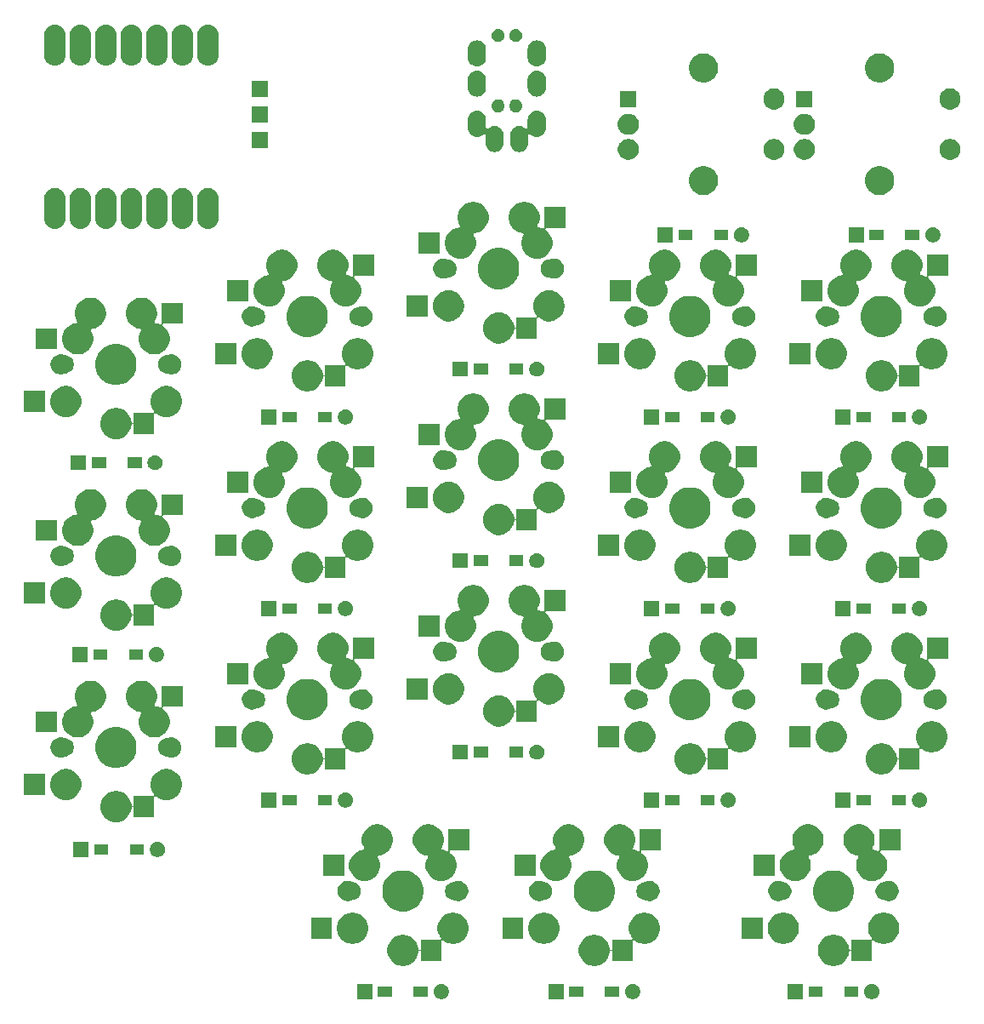
<source format=gbs>
G04 #@! TF.GenerationSoftware,KiCad,Pcbnew,(5.1.6-0-10_14)*
G04 #@! TF.CreationDate,2022-08-19T19:12:35+09:00*
G04 #@! TF.ProjectId,cool536xiao,636f6f6c-3533-4367-9869-616f2e6b6963,rev?*
G04 #@! TF.SameCoordinates,Original*
G04 #@! TF.FileFunction,Soldermask,Bot*
G04 #@! TF.FilePolarity,Negative*
%FSLAX46Y46*%
G04 Gerber Fmt 4.6, Leading zero omitted, Abs format (unit mm)*
G04 Created by KiCad (PCBNEW (5.1.6-0-10_14)) date 2022-08-19 19:12:35*
%MOMM*%
%LPD*%
G01*
G04 APERTURE LIST*
%ADD10C,0.100000*%
G04 APERTURE END LIST*
D10*
G36*
X124892425Y-129937099D02*
G01*
X125016621Y-129961802D01*
X125153022Y-130018301D01*
X125275779Y-130100325D01*
X125380175Y-130204721D01*
X125462199Y-130327478D01*
X125518698Y-130463879D01*
X125547500Y-130608681D01*
X125547500Y-130756319D01*
X125518698Y-130901121D01*
X125462199Y-131037522D01*
X125380175Y-131160279D01*
X125275779Y-131264675D01*
X125153022Y-131346699D01*
X125016621Y-131403198D01*
X124892425Y-131427901D01*
X124871820Y-131432000D01*
X124724180Y-131432000D01*
X124703575Y-131427901D01*
X124579379Y-131403198D01*
X124442978Y-131346699D01*
X124320221Y-131264675D01*
X124215825Y-131160279D01*
X124133801Y-131037522D01*
X124077302Y-130901121D01*
X124048500Y-130756319D01*
X124048500Y-130608681D01*
X124077302Y-130463879D01*
X124133801Y-130327478D01*
X124215825Y-130204721D01*
X124320221Y-130100325D01*
X124442978Y-130018301D01*
X124579379Y-129961802D01*
X124703575Y-129937099D01*
X124724180Y-129933000D01*
X124871820Y-129933000D01*
X124892425Y-129937099D01*
G37*
G36*
X117927500Y-131432000D02*
G01*
X116428500Y-131432000D01*
X116428500Y-129933000D01*
X117927500Y-129933000D01*
X117927500Y-131432000D01*
G37*
G36*
X101079425Y-129937099D02*
G01*
X101203621Y-129961802D01*
X101340022Y-130018301D01*
X101462779Y-130100325D01*
X101567175Y-130204721D01*
X101649199Y-130327478D01*
X101705698Y-130463879D01*
X101734500Y-130608681D01*
X101734500Y-130756319D01*
X101705698Y-130901121D01*
X101649199Y-131037522D01*
X101567175Y-131160279D01*
X101462779Y-131264675D01*
X101340022Y-131346699D01*
X101203621Y-131403198D01*
X101079425Y-131427901D01*
X101058820Y-131432000D01*
X100911180Y-131432000D01*
X100890575Y-131427901D01*
X100766379Y-131403198D01*
X100629978Y-131346699D01*
X100507221Y-131264675D01*
X100402825Y-131160279D01*
X100320801Y-131037522D01*
X100264302Y-130901121D01*
X100235500Y-130756319D01*
X100235500Y-130608681D01*
X100264302Y-130463879D01*
X100320801Y-130327478D01*
X100402825Y-130204721D01*
X100507221Y-130100325D01*
X100629978Y-130018301D01*
X100766379Y-129961802D01*
X100890575Y-129937099D01*
X100911180Y-129933000D01*
X101058820Y-129933000D01*
X101079425Y-129937099D01*
G37*
G36*
X94114500Y-131432000D02*
G01*
X92615500Y-131432000D01*
X92615500Y-129933000D01*
X94114500Y-129933000D01*
X94114500Y-131432000D01*
G37*
G36*
X82029425Y-129937099D02*
G01*
X82153621Y-129961802D01*
X82290022Y-130018301D01*
X82412779Y-130100325D01*
X82517175Y-130204721D01*
X82599199Y-130327478D01*
X82655698Y-130463879D01*
X82684500Y-130608681D01*
X82684500Y-130756319D01*
X82655698Y-130901121D01*
X82599199Y-131037522D01*
X82517175Y-131160279D01*
X82412779Y-131264675D01*
X82290022Y-131346699D01*
X82153621Y-131403198D01*
X82029425Y-131427901D01*
X82008820Y-131432000D01*
X81861180Y-131432000D01*
X81840575Y-131427901D01*
X81716379Y-131403198D01*
X81579978Y-131346699D01*
X81457221Y-131264675D01*
X81352825Y-131160279D01*
X81270801Y-131037522D01*
X81214302Y-130901121D01*
X81185500Y-130756319D01*
X81185500Y-130608681D01*
X81214302Y-130463879D01*
X81270801Y-130327478D01*
X81352825Y-130204721D01*
X81457221Y-130100325D01*
X81579978Y-130018301D01*
X81716379Y-129961802D01*
X81840575Y-129937099D01*
X81861180Y-129933000D01*
X82008820Y-129933000D01*
X82029425Y-129937099D01*
G37*
G36*
X75064500Y-131432000D02*
G01*
X73565500Y-131432000D01*
X73565500Y-129933000D01*
X75064500Y-129933000D01*
X75064500Y-131432000D01*
G37*
G36*
X123464000Y-131208500D02*
G01*
X122062000Y-131208500D01*
X122062000Y-130156500D01*
X123464000Y-130156500D01*
X123464000Y-131208500D01*
G37*
G36*
X96101000Y-131208500D02*
G01*
X94699000Y-131208500D01*
X94699000Y-130156500D01*
X96101000Y-130156500D01*
X96101000Y-131208500D01*
G37*
G36*
X119914000Y-131208500D02*
G01*
X118512000Y-131208500D01*
X118512000Y-130156500D01*
X119914000Y-130156500D01*
X119914000Y-131208500D01*
G37*
G36*
X99651000Y-131208500D02*
G01*
X98249000Y-131208500D01*
X98249000Y-130156500D01*
X99651000Y-130156500D01*
X99651000Y-131208500D01*
G37*
G36*
X77051000Y-131208500D02*
G01*
X75649000Y-131208500D01*
X75649000Y-130156500D01*
X77051000Y-130156500D01*
X77051000Y-131208500D01*
G37*
G36*
X80601000Y-131208500D02*
G01*
X79199000Y-131208500D01*
X79199000Y-130156500D01*
X80601000Y-130156500D01*
X80601000Y-131208500D01*
G37*
G36*
X126290585Y-122861302D02*
G01*
X126440410Y-122891104D01*
X126722674Y-123008021D01*
X126976705Y-123177759D01*
X127192741Y-123393795D01*
X127362479Y-123647826D01*
X127479396Y-123930090D01*
X127539000Y-124229740D01*
X127539000Y-124535260D01*
X127479396Y-124834910D01*
X127362479Y-125117174D01*
X127192741Y-125371205D01*
X126976705Y-125587241D01*
X126722674Y-125756979D01*
X126440410Y-125873896D01*
X126290585Y-125903698D01*
X126140761Y-125933500D01*
X125835239Y-125933500D01*
X125685415Y-125903698D01*
X125535590Y-125873896D01*
X125253326Y-125756979D01*
X124999295Y-125587241D01*
X124999290Y-125587236D01*
X124995662Y-125584812D01*
X124983445Y-125574786D01*
X124961834Y-125563235D01*
X124938385Y-125556122D01*
X124913999Y-125553720D01*
X124889613Y-125556122D01*
X124866164Y-125563235D01*
X124844553Y-125574786D01*
X124825611Y-125590331D01*
X124810066Y-125609273D01*
X124798515Y-125630884D01*
X124791402Y-125654333D01*
X124789000Y-125678719D01*
X124789000Y-127633500D01*
X122787000Y-127633500D01*
X122787000Y-126757616D01*
X122784598Y-126733230D01*
X122777485Y-126709781D01*
X122765934Y-126688170D01*
X122750389Y-126669228D01*
X122731447Y-126653683D01*
X122709836Y-126642132D01*
X122686387Y-126635019D01*
X122662001Y-126632617D01*
X122637615Y-126635019D01*
X122614166Y-126642132D01*
X122592555Y-126653683D01*
X122573613Y-126669228D01*
X122558068Y-126688170D01*
X122546517Y-126709781D01*
X122539404Y-126733230D01*
X122539000Y-126735260D01*
X122479396Y-127034910D01*
X122362479Y-127317174D01*
X122192741Y-127571205D01*
X121976705Y-127787241D01*
X121722674Y-127956979D01*
X121440410Y-128073896D01*
X121290585Y-128103698D01*
X121140761Y-128133500D01*
X120835239Y-128133500D01*
X120685415Y-128103698D01*
X120535590Y-128073896D01*
X120253326Y-127956979D01*
X119999295Y-127787241D01*
X119783259Y-127571205D01*
X119613521Y-127317174D01*
X119496604Y-127034910D01*
X119437000Y-126735260D01*
X119437000Y-126429740D01*
X119496604Y-126130090D01*
X119613521Y-125847826D01*
X119783259Y-125593795D01*
X119999295Y-125377759D01*
X120253326Y-125208021D01*
X120535590Y-125091104D01*
X120685415Y-125061302D01*
X120835239Y-125031500D01*
X121140761Y-125031500D01*
X121290585Y-125061302D01*
X121440410Y-125091104D01*
X121722674Y-125208021D01*
X121976705Y-125377759D01*
X122192741Y-125593795D01*
X122362479Y-125847826D01*
X122479396Y-126130090D01*
X122479396Y-126130091D01*
X122539404Y-126431770D01*
X122546517Y-126455219D01*
X122558068Y-126476830D01*
X122573613Y-126495772D01*
X122592555Y-126511317D01*
X122614166Y-126522868D01*
X122637615Y-126529981D01*
X122662001Y-126532383D01*
X122686387Y-126529981D01*
X122709836Y-126522868D01*
X122731447Y-126511317D01*
X122750389Y-126495772D01*
X122765934Y-126476830D01*
X122777485Y-126455219D01*
X122784598Y-126431770D01*
X122787000Y-126407384D01*
X122787000Y-125531500D01*
X124656509Y-125531500D01*
X124680895Y-125529098D01*
X124704344Y-125521985D01*
X124725955Y-125510434D01*
X124744897Y-125494889D01*
X124760442Y-125475947D01*
X124771993Y-125454336D01*
X124779106Y-125430887D01*
X124781508Y-125406501D01*
X124779106Y-125382115D01*
X124771993Y-125358666D01*
X124760447Y-125337065D01*
X124613521Y-125117174D01*
X124496604Y-124834910D01*
X124437000Y-124535260D01*
X124437000Y-124229740D01*
X124496604Y-123930090D01*
X124613521Y-123647826D01*
X124783259Y-123393795D01*
X124999295Y-123177759D01*
X125253326Y-123008021D01*
X125535590Y-122891104D01*
X125685415Y-122861302D01*
X125835239Y-122831500D01*
X126140761Y-122831500D01*
X126290585Y-122861302D01*
G37*
G36*
X102477585Y-122861302D02*
G01*
X102627410Y-122891104D01*
X102909674Y-123008021D01*
X103163705Y-123177759D01*
X103379741Y-123393795D01*
X103549479Y-123647826D01*
X103666396Y-123930090D01*
X103726000Y-124229740D01*
X103726000Y-124535260D01*
X103666396Y-124834910D01*
X103549479Y-125117174D01*
X103379741Y-125371205D01*
X103163705Y-125587241D01*
X102909674Y-125756979D01*
X102627410Y-125873896D01*
X102477585Y-125903698D01*
X102327761Y-125933500D01*
X102022239Y-125933500D01*
X101872415Y-125903698D01*
X101722590Y-125873896D01*
X101440326Y-125756979D01*
X101186295Y-125587241D01*
X101186290Y-125587236D01*
X101182662Y-125584812D01*
X101170445Y-125574786D01*
X101148834Y-125563235D01*
X101125385Y-125556122D01*
X101100999Y-125553720D01*
X101076613Y-125556122D01*
X101053164Y-125563235D01*
X101031553Y-125574786D01*
X101012611Y-125590331D01*
X100997066Y-125609273D01*
X100985515Y-125630884D01*
X100978402Y-125654333D01*
X100976000Y-125678719D01*
X100976000Y-127633500D01*
X98974000Y-127633500D01*
X98974000Y-126757616D01*
X98971598Y-126733230D01*
X98964485Y-126709781D01*
X98952934Y-126688170D01*
X98937389Y-126669228D01*
X98918447Y-126653683D01*
X98896836Y-126642132D01*
X98873387Y-126635019D01*
X98849001Y-126632617D01*
X98824615Y-126635019D01*
X98801166Y-126642132D01*
X98779555Y-126653683D01*
X98760613Y-126669228D01*
X98745068Y-126688170D01*
X98733517Y-126709781D01*
X98726404Y-126733230D01*
X98726000Y-126735260D01*
X98666396Y-127034910D01*
X98549479Y-127317174D01*
X98379741Y-127571205D01*
X98163705Y-127787241D01*
X97909674Y-127956979D01*
X97627410Y-128073896D01*
X97477585Y-128103698D01*
X97327761Y-128133500D01*
X97022239Y-128133500D01*
X96872415Y-128103698D01*
X96722590Y-128073896D01*
X96440326Y-127956979D01*
X96186295Y-127787241D01*
X95970259Y-127571205D01*
X95800521Y-127317174D01*
X95683604Y-127034910D01*
X95624000Y-126735260D01*
X95624000Y-126429740D01*
X95683604Y-126130090D01*
X95800521Y-125847826D01*
X95970259Y-125593795D01*
X96186295Y-125377759D01*
X96440326Y-125208021D01*
X96722590Y-125091104D01*
X96872415Y-125061302D01*
X97022239Y-125031500D01*
X97327761Y-125031500D01*
X97477585Y-125061302D01*
X97627410Y-125091104D01*
X97909674Y-125208021D01*
X98163705Y-125377759D01*
X98379741Y-125593795D01*
X98549479Y-125847826D01*
X98666396Y-126130090D01*
X98666396Y-126130091D01*
X98726404Y-126431770D01*
X98733517Y-126455219D01*
X98745068Y-126476830D01*
X98760613Y-126495772D01*
X98779555Y-126511317D01*
X98801166Y-126522868D01*
X98824615Y-126529981D01*
X98849001Y-126532383D01*
X98873387Y-126529981D01*
X98896836Y-126522868D01*
X98918447Y-126511317D01*
X98937389Y-126495772D01*
X98952934Y-126476830D01*
X98964485Y-126455219D01*
X98971598Y-126431770D01*
X98974000Y-126407384D01*
X98974000Y-125531500D01*
X100843509Y-125531500D01*
X100867895Y-125529098D01*
X100891344Y-125521985D01*
X100912955Y-125510434D01*
X100931897Y-125494889D01*
X100947442Y-125475947D01*
X100958993Y-125454336D01*
X100966106Y-125430887D01*
X100968508Y-125406501D01*
X100966106Y-125382115D01*
X100958993Y-125358666D01*
X100947447Y-125337065D01*
X100800521Y-125117174D01*
X100683604Y-124834910D01*
X100624000Y-124535260D01*
X100624000Y-124229740D01*
X100683604Y-123930090D01*
X100800521Y-123647826D01*
X100970259Y-123393795D01*
X101186295Y-123177759D01*
X101440326Y-123008021D01*
X101722590Y-122891104D01*
X101872415Y-122861302D01*
X102022239Y-122831500D01*
X102327761Y-122831500D01*
X102477585Y-122861302D01*
G37*
G36*
X83427585Y-122861302D02*
G01*
X83577410Y-122891104D01*
X83859674Y-123008021D01*
X84113705Y-123177759D01*
X84329741Y-123393795D01*
X84499479Y-123647826D01*
X84616396Y-123930090D01*
X84676000Y-124229740D01*
X84676000Y-124535260D01*
X84616396Y-124834910D01*
X84499479Y-125117174D01*
X84329741Y-125371205D01*
X84113705Y-125587241D01*
X83859674Y-125756979D01*
X83577410Y-125873896D01*
X83427585Y-125903698D01*
X83277761Y-125933500D01*
X82972239Y-125933500D01*
X82822415Y-125903698D01*
X82672590Y-125873896D01*
X82390326Y-125756979D01*
X82136295Y-125587241D01*
X82136290Y-125587236D01*
X82132662Y-125584812D01*
X82120445Y-125574786D01*
X82098834Y-125563235D01*
X82075385Y-125556122D01*
X82050999Y-125553720D01*
X82026613Y-125556122D01*
X82003164Y-125563235D01*
X81981553Y-125574786D01*
X81962611Y-125590331D01*
X81947066Y-125609273D01*
X81935515Y-125630884D01*
X81928402Y-125654333D01*
X81926000Y-125678719D01*
X81926000Y-127633500D01*
X79924000Y-127633500D01*
X79924000Y-126757616D01*
X79921598Y-126733230D01*
X79914485Y-126709781D01*
X79902934Y-126688170D01*
X79887389Y-126669228D01*
X79868447Y-126653683D01*
X79846836Y-126642132D01*
X79823387Y-126635019D01*
X79799001Y-126632617D01*
X79774615Y-126635019D01*
X79751166Y-126642132D01*
X79729555Y-126653683D01*
X79710613Y-126669228D01*
X79695068Y-126688170D01*
X79683517Y-126709781D01*
X79676404Y-126733230D01*
X79676000Y-126735260D01*
X79616396Y-127034910D01*
X79499479Y-127317174D01*
X79329741Y-127571205D01*
X79113705Y-127787241D01*
X78859674Y-127956979D01*
X78577410Y-128073896D01*
X78427585Y-128103698D01*
X78277761Y-128133500D01*
X77972239Y-128133500D01*
X77822415Y-128103698D01*
X77672590Y-128073896D01*
X77390326Y-127956979D01*
X77136295Y-127787241D01*
X76920259Y-127571205D01*
X76750521Y-127317174D01*
X76633604Y-127034910D01*
X76574000Y-126735260D01*
X76574000Y-126429740D01*
X76633604Y-126130090D01*
X76750521Y-125847826D01*
X76920259Y-125593795D01*
X77136295Y-125377759D01*
X77390326Y-125208021D01*
X77672590Y-125091104D01*
X77822415Y-125061302D01*
X77972239Y-125031500D01*
X78277761Y-125031500D01*
X78427585Y-125061302D01*
X78577410Y-125091104D01*
X78859674Y-125208021D01*
X79113705Y-125377759D01*
X79329741Y-125593795D01*
X79499479Y-125847826D01*
X79616396Y-126130090D01*
X79616396Y-126130091D01*
X79676404Y-126431770D01*
X79683517Y-126455219D01*
X79695068Y-126476830D01*
X79710613Y-126495772D01*
X79729555Y-126511317D01*
X79751166Y-126522868D01*
X79774615Y-126529981D01*
X79799001Y-126532383D01*
X79823387Y-126529981D01*
X79846836Y-126522868D01*
X79868447Y-126511317D01*
X79887389Y-126495772D01*
X79902934Y-126476830D01*
X79914485Y-126455219D01*
X79921598Y-126431770D01*
X79924000Y-126407384D01*
X79924000Y-125531500D01*
X81793509Y-125531500D01*
X81817895Y-125529098D01*
X81841344Y-125521985D01*
X81862955Y-125510434D01*
X81881897Y-125494889D01*
X81897442Y-125475947D01*
X81908993Y-125454336D01*
X81916106Y-125430887D01*
X81918508Y-125406501D01*
X81916106Y-125382115D01*
X81908993Y-125358666D01*
X81897447Y-125337065D01*
X81750521Y-125117174D01*
X81633604Y-124834910D01*
X81574000Y-124535260D01*
X81574000Y-124229740D01*
X81633604Y-123930090D01*
X81750521Y-123647826D01*
X81920259Y-123393795D01*
X82136295Y-123177759D01*
X82390326Y-123008021D01*
X82672590Y-122891104D01*
X82822415Y-122861302D01*
X82972239Y-122831500D01*
X83277761Y-122831500D01*
X83427585Y-122861302D01*
G37*
G36*
X92477585Y-122861302D02*
G01*
X92627410Y-122891104D01*
X92909674Y-123008021D01*
X93163705Y-123177759D01*
X93379741Y-123393795D01*
X93549479Y-123647826D01*
X93666396Y-123930090D01*
X93726000Y-124229740D01*
X93726000Y-124535260D01*
X93666396Y-124834910D01*
X93549479Y-125117174D01*
X93379741Y-125371205D01*
X93163705Y-125587241D01*
X92909674Y-125756979D01*
X92627410Y-125873896D01*
X92477585Y-125903698D01*
X92327761Y-125933500D01*
X92022239Y-125933500D01*
X91872415Y-125903698D01*
X91722590Y-125873896D01*
X91440326Y-125756979D01*
X91186295Y-125587241D01*
X90970259Y-125371205D01*
X90800521Y-125117174D01*
X90683604Y-124834910D01*
X90624000Y-124535260D01*
X90624000Y-124229740D01*
X90683604Y-123930090D01*
X90800521Y-123647826D01*
X90970259Y-123393795D01*
X91186295Y-123177759D01*
X91440326Y-123008021D01*
X91722590Y-122891104D01*
X91872415Y-122861302D01*
X92022239Y-122831500D01*
X92327761Y-122831500D01*
X92477585Y-122861302D01*
G37*
G36*
X73427585Y-122861302D02*
G01*
X73577410Y-122891104D01*
X73859674Y-123008021D01*
X74113705Y-123177759D01*
X74329741Y-123393795D01*
X74499479Y-123647826D01*
X74616396Y-123930090D01*
X74676000Y-124229740D01*
X74676000Y-124535260D01*
X74616396Y-124834910D01*
X74499479Y-125117174D01*
X74329741Y-125371205D01*
X74113705Y-125587241D01*
X73859674Y-125756979D01*
X73577410Y-125873896D01*
X73427585Y-125903698D01*
X73277761Y-125933500D01*
X72972239Y-125933500D01*
X72822415Y-125903698D01*
X72672590Y-125873896D01*
X72390326Y-125756979D01*
X72136295Y-125587241D01*
X71920259Y-125371205D01*
X71750521Y-125117174D01*
X71633604Y-124834910D01*
X71574000Y-124535260D01*
X71574000Y-124229740D01*
X71633604Y-123930090D01*
X71750521Y-123647826D01*
X71920259Y-123393795D01*
X72136295Y-123177759D01*
X72390326Y-123008021D01*
X72672590Y-122891104D01*
X72822415Y-122861302D01*
X72972239Y-122831500D01*
X73277761Y-122831500D01*
X73427585Y-122861302D01*
G37*
G36*
X116290585Y-122861302D02*
G01*
X116440410Y-122891104D01*
X116722674Y-123008021D01*
X116976705Y-123177759D01*
X117192741Y-123393795D01*
X117362479Y-123647826D01*
X117479396Y-123930090D01*
X117539000Y-124229740D01*
X117539000Y-124535260D01*
X117479396Y-124834910D01*
X117362479Y-125117174D01*
X117192741Y-125371205D01*
X116976705Y-125587241D01*
X116722674Y-125756979D01*
X116440410Y-125873896D01*
X116290585Y-125903698D01*
X116140761Y-125933500D01*
X115835239Y-125933500D01*
X115685415Y-125903698D01*
X115535590Y-125873896D01*
X115253326Y-125756979D01*
X114999295Y-125587241D01*
X114783259Y-125371205D01*
X114613521Y-125117174D01*
X114496604Y-124834910D01*
X114437000Y-124535260D01*
X114437000Y-124229740D01*
X114496604Y-123930090D01*
X114613521Y-123647826D01*
X114783259Y-123393795D01*
X114999295Y-123177759D01*
X115253326Y-123008021D01*
X115535590Y-122891104D01*
X115685415Y-122861302D01*
X115835239Y-122831500D01*
X116140761Y-122831500D01*
X116290585Y-122861302D01*
G37*
G36*
X90126000Y-125433500D02*
G01*
X88024000Y-125433500D01*
X88024000Y-123331500D01*
X90126000Y-123331500D01*
X90126000Y-125433500D01*
G37*
G36*
X113939000Y-125433500D02*
G01*
X111837000Y-125433500D01*
X111837000Y-123331500D01*
X113939000Y-123331500D01*
X113939000Y-125433500D01*
G37*
G36*
X71076000Y-125433500D02*
G01*
X68974000Y-125433500D01*
X68974000Y-123331500D01*
X71076000Y-123331500D01*
X71076000Y-125433500D01*
G37*
G36*
X121586254Y-118710318D02*
G01*
X121959511Y-118864926D01*
X121959513Y-118864927D01*
X122295436Y-119089384D01*
X122581116Y-119375064D01*
X122793889Y-119693500D01*
X122805574Y-119710989D01*
X122960182Y-120084246D01*
X123039000Y-120480493D01*
X123039000Y-120884507D01*
X122960182Y-121280754D01*
X122830839Y-121593015D01*
X122805573Y-121654013D01*
X122581116Y-121989936D01*
X122295436Y-122275616D01*
X121959513Y-122500073D01*
X121959512Y-122500074D01*
X121959511Y-122500074D01*
X121586254Y-122654682D01*
X121190007Y-122733500D01*
X120785993Y-122733500D01*
X120389746Y-122654682D01*
X120016489Y-122500074D01*
X120016488Y-122500074D01*
X120016487Y-122500073D01*
X119680564Y-122275616D01*
X119394884Y-121989936D01*
X119170427Y-121654013D01*
X119145161Y-121593015D01*
X119015818Y-121280754D01*
X118937000Y-120884507D01*
X118937000Y-120480493D01*
X119015818Y-120084246D01*
X119170426Y-119710989D01*
X119182112Y-119693500D01*
X119394884Y-119375064D01*
X119680564Y-119089384D01*
X120016487Y-118864927D01*
X120016489Y-118864926D01*
X120389746Y-118710318D01*
X120785993Y-118631500D01*
X121190007Y-118631500D01*
X121586254Y-118710318D01*
G37*
G36*
X97773254Y-118710318D02*
G01*
X98146511Y-118864926D01*
X98146513Y-118864927D01*
X98482436Y-119089384D01*
X98768116Y-119375064D01*
X98980889Y-119693500D01*
X98992574Y-119710989D01*
X99147182Y-120084246D01*
X99226000Y-120480493D01*
X99226000Y-120884507D01*
X99147182Y-121280754D01*
X99017839Y-121593015D01*
X98992573Y-121654013D01*
X98768116Y-121989936D01*
X98482436Y-122275616D01*
X98146513Y-122500073D01*
X98146512Y-122500074D01*
X98146511Y-122500074D01*
X97773254Y-122654682D01*
X97377007Y-122733500D01*
X96972993Y-122733500D01*
X96576746Y-122654682D01*
X96203489Y-122500074D01*
X96203488Y-122500074D01*
X96203487Y-122500073D01*
X95867564Y-122275616D01*
X95581884Y-121989936D01*
X95357427Y-121654013D01*
X95332161Y-121593015D01*
X95202818Y-121280754D01*
X95124000Y-120884507D01*
X95124000Y-120480493D01*
X95202818Y-120084246D01*
X95357426Y-119710989D01*
X95369112Y-119693500D01*
X95581884Y-119375064D01*
X95867564Y-119089384D01*
X96203487Y-118864927D01*
X96203489Y-118864926D01*
X96576746Y-118710318D01*
X96972993Y-118631500D01*
X97377007Y-118631500D01*
X97773254Y-118710318D01*
G37*
G36*
X78723254Y-118710318D02*
G01*
X79096511Y-118864926D01*
X79096513Y-118864927D01*
X79432436Y-119089384D01*
X79718116Y-119375064D01*
X79930889Y-119693500D01*
X79942574Y-119710989D01*
X80097182Y-120084246D01*
X80176000Y-120480493D01*
X80176000Y-120884507D01*
X80097182Y-121280754D01*
X79967839Y-121593015D01*
X79942573Y-121654013D01*
X79718116Y-121989936D01*
X79432436Y-122275616D01*
X79096513Y-122500073D01*
X79096512Y-122500074D01*
X79096511Y-122500074D01*
X78723254Y-122654682D01*
X78327007Y-122733500D01*
X77922993Y-122733500D01*
X77526746Y-122654682D01*
X77153489Y-122500074D01*
X77153488Y-122500074D01*
X77153487Y-122500073D01*
X76817564Y-122275616D01*
X76531884Y-121989936D01*
X76307427Y-121654013D01*
X76282161Y-121593015D01*
X76152818Y-121280754D01*
X76074000Y-120884507D01*
X76074000Y-120480493D01*
X76152818Y-120084246D01*
X76307426Y-119710989D01*
X76319112Y-119693500D01*
X76531884Y-119375064D01*
X76817564Y-119089384D01*
X77153487Y-118864927D01*
X77153489Y-118864926D01*
X77526746Y-118710318D01*
X77922993Y-118631500D01*
X78327007Y-118631500D01*
X78723254Y-118710318D01*
G37*
G36*
X72783918Y-119693500D02*
G01*
X72916981Y-119719968D01*
X73037310Y-119769811D01*
X73042560Y-119771985D01*
X73066009Y-119779098D01*
X73090395Y-119781500D01*
X73133742Y-119781500D01*
X73158512Y-119786427D01*
X73307812Y-119816124D01*
X73471784Y-119884044D01*
X73619354Y-119982647D01*
X73744853Y-120108146D01*
X73843456Y-120255716D01*
X73911376Y-120419688D01*
X73946000Y-120593759D01*
X73946000Y-120771241D01*
X73911376Y-120945312D01*
X73843456Y-121109284D01*
X73744853Y-121256854D01*
X73619354Y-121382353D01*
X73471784Y-121480956D01*
X73307812Y-121548876D01*
X73158512Y-121578573D01*
X73133742Y-121583500D01*
X73090395Y-121583500D01*
X73066009Y-121585902D01*
X73042560Y-121593015D01*
X72916981Y-121645032D01*
X72820285Y-121664266D01*
X72723591Y-121683500D01*
X72526409Y-121683500D01*
X72429715Y-121664266D01*
X72333019Y-121645032D01*
X72150849Y-121569574D01*
X71986900Y-121460027D01*
X71847473Y-121320600D01*
X71737926Y-121156651D01*
X71662468Y-120974481D01*
X71624000Y-120781090D01*
X71624000Y-120583910D01*
X71662468Y-120390519D01*
X71737926Y-120208349D01*
X71847473Y-120044400D01*
X71986900Y-119904973D01*
X72150849Y-119795426D01*
X72333019Y-119719968D01*
X72466082Y-119693500D01*
X72526409Y-119681500D01*
X72723591Y-119681500D01*
X72783918Y-119693500D01*
G37*
G36*
X126646918Y-119693500D02*
G01*
X126779981Y-119719968D01*
X126962151Y-119795426D01*
X127126100Y-119904973D01*
X127265527Y-120044400D01*
X127375074Y-120208349D01*
X127450532Y-120390519D01*
X127489000Y-120583910D01*
X127489000Y-120781090D01*
X127450532Y-120974481D01*
X127375074Y-121156651D01*
X127265527Y-121320600D01*
X127126100Y-121460027D01*
X126962151Y-121569574D01*
X126779981Y-121645032D01*
X126683285Y-121664266D01*
X126586591Y-121683500D01*
X126389409Y-121683500D01*
X126292715Y-121664266D01*
X126196019Y-121645032D01*
X126070440Y-121593015D01*
X126046991Y-121585902D01*
X126022605Y-121583500D01*
X125979258Y-121583500D01*
X125954488Y-121578573D01*
X125805188Y-121548876D01*
X125641216Y-121480956D01*
X125493646Y-121382353D01*
X125368147Y-121256854D01*
X125269544Y-121109284D01*
X125201624Y-120945312D01*
X125167000Y-120771241D01*
X125167000Y-120593759D01*
X125201624Y-120419688D01*
X125269544Y-120255716D01*
X125368147Y-120108146D01*
X125493646Y-119982647D01*
X125641216Y-119884044D01*
X125805188Y-119816124D01*
X125954488Y-119786427D01*
X125979258Y-119781500D01*
X126022605Y-119781500D01*
X126046991Y-119779098D01*
X126070440Y-119771985D01*
X126075690Y-119769811D01*
X126196019Y-119719968D01*
X126329082Y-119693500D01*
X126389409Y-119681500D01*
X126586591Y-119681500D01*
X126646918Y-119693500D01*
G37*
G36*
X115646918Y-119693500D02*
G01*
X115779981Y-119719968D01*
X115900310Y-119769811D01*
X115905560Y-119771985D01*
X115929009Y-119779098D01*
X115953395Y-119781500D01*
X115996742Y-119781500D01*
X116021512Y-119786427D01*
X116170812Y-119816124D01*
X116334784Y-119884044D01*
X116482354Y-119982647D01*
X116607853Y-120108146D01*
X116706456Y-120255716D01*
X116774376Y-120419688D01*
X116809000Y-120593759D01*
X116809000Y-120771241D01*
X116774376Y-120945312D01*
X116706456Y-121109284D01*
X116607853Y-121256854D01*
X116482354Y-121382353D01*
X116334784Y-121480956D01*
X116170812Y-121548876D01*
X116021512Y-121578573D01*
X115996742Y-121583500D01*
X115953395Y-121583500D01*
X115929009Y-121585902D01*
X115905560Y-121593015D01*
X115779981Y-121645032D01*
X115683285Y-121664266D01*
X115586591Y-121683500D01*
X115389409Y-121683500D01*
X115292715Y-121664266D01*
X115196019Y-121645032D01*
X115013849Y-121569574D01*
X114849900Y-121460027D01*
X114710473Y-121320600D01*
X114600926Y-121156651D01*
X114525468Y-120974481D01*
X114487000Y-120781090D01*
X114487000Y-120583910D01*
X114525468Y-120390519D01*
X114600926Y-120208349D01*
X114710473Y-120044400D01*
X114849900Y-119904973D01*
X115013849Y-119795426D01*
X115196019Y-119719968D01*
X115329082Y-119693500D01*
X115389409Y-119681500D01*
X115586591Y-119681500D01*
X115646918Y-119693500D01*
G37*
G36*
X102833918Y-119693500D02*
G01*
X102966981Y-119719968D01*
X103149151Y-119795426D01*
X103313100Y-119904973D01*
X103452527Y-120044400D01*
X103562074Y-120208349D01*
X103637532Y-120390519D01*
X103676000Y-120583910D01*
X103676000Y-120781090D01*
X103637532Y-120974481D01*
X103562074Y-121156651D01*
X103452527Y-121320600D01*
X103313100Y-121460027D01*
X103149151Y-121569574D01*
X102966981Y-121645032D01*
X102870285Y-121664266D01*
X102773591Y-121683500D01*
X102576409Y-121683500D01*
X102479715Y-121664266D01*
X102383019Y-121645032D01*
X102257440Y-121593015D01*
X102233991Y-121585902D01*
X102209605Y-121583500D01*
X102166258Y-121583500D01*
X102141488Y-121578573D01*
X101992188Y-121548876D01*
X101828216Y-121480956D01*
X101680646Y-121382353D01*
X101555147Y-121256854D01*
X101456544Y-121109284D01*
X101388624Y-120945312D01*
X101354000Y-120771241D01*
X101354000Y-120593759D01*
X101388624Y-120419688D01*
X101456544Y-120255716D01*
X101555147Y-120108146D01*
X101680646Y-119982647D01*
X101828216Y-119884044D01*
X101992188Y-119816124D01*
X102141488Y-119786427D01*
X102166258Y-119781500D01*
X102209605Y-119781500D01*
X102233991Y-119779098D01*
X102257440Y-119771985D01*
X102262690Y-119769811D01*
X102383019Y-119719968D01*
X102516082Y-119693500D01*
X102576409Y-119681500D01*
X102773591Y-119681500D01*
X102833918Y-119693500D01*
G37*
G36*
X91833918Y-119693500D02*
G01*
X91966981Y-119719968D01*
X92087310Y-119769811D01*
X92092560Y-119771985D01*
X92116009Y-119779098D01*
X92140395Y-119781500D01*
X92183742Y-119781500D01*
X92208512Y-119786427D01*
X92357812Y-119816124D01*
X92521784Y-119884044D01*
X92669354Y-119982647D01*
X92794853Y-120108146D01*
X92893456Y-120255716D01*
X92961376Y-120419688D01*
X92996000Y-120593759D01*
X92996000Y-120771241D01*
X92961376Y-120945312D01*
X92893456Y-121109284D01*
X92794853Y-121256854D01*
X92669354Y-121382353D01*
X92521784Y-121480956D01*
X92357812Y-121548876D01*
X92208512Y-121578573D01*
X92183742Y-121583500D01*
X92140395Y-121583500D01*
X92116009Y-121585902D01*
X92092560Y-121593015D01*
X91966981Y-121645032D01*
X91870285Y-121664266D01*
X91773591Y-121683500D01*
X91576409Y-121683500D01*
X91479715Y-121664266D01*
X91383019Y-121645032D01*
X91200849Y-121569574D01*
X91036900Y-121460027D01*
X90897473Y-121320600D01*
X90787926Y-121156651D01*
X90712468Y-120974481D01*
X90674000Y-120781090D01*
X90674000Y-120583910D01*
X90712468Y-120390519D01*
X90787926Y-120208349D01*
X90897473Y-120044400D01*
X91036900Y-119904973D01*
X91200849Y-119795426D01*
X91383019Y-119719968D01*
X91516082Y-119693500D01*
X91576409Y-119681500D01*
X91773591Y-119681500D01*
X91833918Y-119693500D01*
G37*
G36*
X83783918Y-119693500D02*
G01*
X83916981Y-119719968D01*
X84099151Y-119795426D01*
X84263100Y-119904973D01*
X84402527Y-120044400D01*
X84512074Y-120208349D01*
X84587532Y-120390519D01*
X84626000Y-120583910D01*
X84626000Y-120781090D01*
X84587532Y-120974481D01*
X84512074Y-121156651D01*
X84402527Y-121320600D01*
X84263100Y-121460027D01*
X84099151Y-121569574D01*
X83916981Y-121645032D01*
X83820285Y-121664266D01*
X83723591Y-121683500D01*
X83526409Y-121683500D01*
X83429715Y-121664266D01*
X83333019Y-121645032D01*
X83207440Y-121593015D01*
X83183991Y-121585902D01*
X83159605Y-121583500D01*
X83116258Y-121583500D01*
X83091488Y-121578573D01*
X82942188Y-121548876D01*
X82778216Y-121480956D01*
X82630646Y-121382353D01*
X82505147Y-121256854D01*
X82406544Y-121109284D01*
X82338624Y-120945312D01*
X82304000Y-120771241D01*
X82304000Y-120593759D01*
X82338624Y-120419688D01*
X82406544Y-120255716D01*
X82505147Y-120108146D01*
X82630646Y-119982647D01*
X82778216Y-119884044D01*
X82942188Y-119816124D01*
X83091488Y-119786427D01*
X83116258Y-119781500D01*
X83159605Y-119781500D01*
X83183991Y-119779098D01*
X83207440Y-119771985D01*
X83212690Y-119769811D01*
X83333019Y-119719968D01*
X83466082Y-119693500D01*
X83526409Y-119681500D01*
X83723591Y-119681500D01*
X83783918Y-119693500D01*
G37*
G36*
X94937585Y-114081302D02*
G01*
X95087410Y-114111104D01*
X95369674Y-114228021D01*
X95623705Y-114397759D01*
X95839741Y-114613795D01*
X96009479Y-114867826D01*
X96126396Y-115150090D01*
X96186000Y-115449740D01*
X96186000Y-115755260D01*
X96126396Y-116054910D01*
X96009479Y-116337174D01*
X95839741Y-116591205D01*
X95623705Y-116807241D01*
X95369674Y-116976979D01*
X95087410Y-117093896D01*
X95004338Y-117110420D01*
X94778623Y-117155318D01*
X94755174Y-117162431D01*
X94733563Y-117173982D01*
X94714621Y-117189528D01*
X94699076Y-117208469D01*
X94687525Y-117230080D01*
X94680412Y-117253529D01*
X94678010Y-117277915D01*
X94680412Y-117302301D01*
X94687525Y-117325750D01*
X94699070Y-117347349D01*
X94739479Y-117407826D01*
X94856396Y-117690090D01*
X94916000Y-117989740D01*
X94916000Y-118295260D01*
X94856396Y-118594910D01*
X94739479Y-118877174D01*
X94569741Y-119131205D01*
X94353705Y-119347241D01*
X94099674Y-119516979D01*
X93817410Y-119633896D01*
X93667585Y-119663698D01*
X93517761Y-119693500D01*
X93212239Y-119693500D01*
X93062415Y-119663698D01*
X92912590Y-119633896D01*
X92630326Y-119516979D01*
X92376295Y-119347241D01*
X92160259Y-119131205D01*
X91990521Y-118877174D01*
X91873604Y-118594910D01*
X91814000Y-118295260D01*
X91814000Y-117989740D01*
X91873604Y-117690090D01*
X91990521Y-117407826D01*
X92160259Y-117153795D01*
X92376295Y-116937759D01*
X92630326Y-116768021D01*
X92912590Y-116651104D01*
X93015801Y-116630574D01*
X93221377Y-116589682D01*
X93244826Y-116582569D01*
X93266437Y-116571018D01*
X93285379Y-116555472D01*
X93300924Y-116536531D01*
X93312475Y-116514920D01*
X93319588Y-116491471D01*
X93321990Y-116467085D01*
X93319588Y-116442699D01*
X93312475Y-116419250D01*
X93300930Y-116397651D01*
X93260521Y-116337174D01*
X93143604Y-116054910D01*
X93084000Y-115755260D01*
X93084000Y-115449740D01*
X93143604Y-115150090D01*
X93260521Y-114867826D01*
X93430259Y-114613795D01*
X93646295Y-114397759D01*
X93900326Y-114228021D01*
X94182590Y-114111104D01*
X94332415Y-114081302D01*
X94482239Y-114051500D01*
X94787761Y-114051500D01*
X94937585Y-114081302D01*
G37*
G36*
X118750585Y-114081302D02*
G01*
X118900410Y-114111104D01*
X119182674Y-114228021D01*
X119436705Y-114397759D01*
X119652741Y-114613795D01*
X119822479Y-114867826D01*
X119939396Y-115150090D01*
X119999000Y-115449740D01*
X119999000Y-115755260D01*
X119939396Y-116054910D01*
X119822479Y-116337174D01*
X119652741Y-116591205D01*
X119436705Y-116807241D01*
X119182674Y-116976979D01*
X118900410Y-117093896D01*
X118817338Y-117110420D01*
X118591623Y-117155318D01*
X118568174Y-117162431D01*
X118546563Y-117173982D01*
X118527621Y-117189528D01*
X118512076Y-117208469D01*
X118500525Y-117230080D01*
X118493412Y-117253529D01*
X118491010Y-117277915D01*
X118493412Y-117302301D01*
X118500525Y-117325750D01*
X118512070Y-117347349D01*
X118552479Y-117407826D01*
X118669396Y-117690090D01*
X118729000Y-117989740D01*
X118729000Y-118295260D01*
X118669396Y-118594910D01*
X118552479Y-118877174D01*
X118382741Y-119131205D01*
X118166705Y-119347241D01*
X117912674Y-119516979D01*
X117630410Y-119633896D01*
X117480585Y-119663698D01*
X117330761Y-119693500D01*
X117025239Y-119693500D01*
X116875415Y-119663698D01*
X116725590Y-119633896D01*
X116443326Y-119516979D01*
X116189295Y-119347241D01*
X115973259Y-119131205D01*
X115803521Y-118877174D01*
X115686604Y-118594910D01*
X115627000Y-118295260D01*
X115627000Y-117989740D01*
X115686604Y-117690090D01*
X115803521Y-117407826D01*
X115973259Y-117153795D01*
X116189295Y-116937759D01*
X116443326Y-116768021D01*
X116725590Y-116651104D01*
X116828801Y-116630574D01*
X117034377Y-116589682D01*
X117057826Y-116582569D01*
X117079437Y-116571018D01*
X117098379Y-116555472D01*
X117113924Y-116536531D01*
X117125475Y-116514920D01*
X117132588Y-116491471D01*
X117134990Y-116467085D01*
X117132588Y-116442699D01*
X117125475Y-116419250D01*
X117113930Y-116397651D01*
X117073521Y-116337174D01*
X116956604Y-116054910D01*
X116897000Y-115755260D01*
X116897000Y-115449740D01*
X116956604Y-115150090D01*
X117073521Y-114867826D01*
X117243259Y-114613795D01*
X117459295Y-114397759D01*
X117713326Y-114228021D01*
X117995590Y-114111104D01*
X118145415Y-114081302D01*
X118295239Y-114051500D01*
X118600761Y-114051500D01*
X118750585Y-114081302D01*
G37*
G36*
X75887585Y-114081302D02*
G01*
X76037410Y-114111104D01*
X76319674Y-114228021D01*
X76573705Y-114397759D01*
X76789741Y-114613795D01*
X76959479Y-114867826D01*
X77076396Y-115150090D01*
X77136000Y-115449740D01*
X77136000Y-115755260D01*
X77076396Y-116054910D01*
X76959479Y-116337174D01*
X76789741Y-116591205D01*
X76573705Y-116807241D01*
X76319674Y-116976979D01*
X76037410Y-117093896D01*
X75954338Y-117110420D01*
X75728623Y-117155318D01*
X75705174Y-117162431D01*
X75683563Y-117173982D01*
X75664621Y-117189528D01*
X75649076Y-117208469D01*
X75637525Y-117230080D01*
X75630412Y-117253529D01*
X75628010Y-117277915D01*
X75630412Y-117302301D01*
X75637525Y-117325750D01*
X75649070Y-117347349D01*
X75689479Y-117407826D01*
X75806396Y-117690090D01*
X75866000Y-117989740D01*
X75866000Y-118295260D01*
X75806396Y-118594910D01*
X75689479Y-118877174D01*
X75519741Y-119131205D01*
X75303705Y-119347241D01*
X75049674Y-119516979D01*
X74767410Y-119633896D01*
X74617585Y-119663698D01*
X74467761Y-119693500D01*
X74162239Y-119693500D01*
X74012415Y-119663698D01*
X73862590Y-119633896D01*
X73580326Y-119516979D01*
X73326295Y-119347241D01*
X73110259Y-119131205D01*
X72940521Y-118877174D01*
X72823604Y-118594910D01*
X72764000Y-118295260D01*
X72764000Y-117989740D01*
X72823604Y-117690090D01*
X72940521Y-117407826D01*
X73110259Y-117153795D01*
X73326295Y-116937759D01*
X73580326Y-116768021D01*
X73862590Y-116651104D01*
X73965801Y-116630574D01*
X74171377Y-116589682D01*
X74194826Y-116582569D01*
X74216437Y-116571018D01*
X74235379Y-116555472D01*
X74250924Y-116536531D01*
X74262475Y-116514920D01*
X74269588Y-116491471D01*
X74271990Y-116467085D01*
X74269588Y-116442699D01*
X74262475Y-116419250D01*
X74250930Y-116397651D01*
X74210521Y-116337174D01*
X74093604Y-116054910D01*
X74034000Y-115755260D01*
X74034000Y-115449740D01*
X74093604Y-115150090D01*
X74210521Y-114867826D01*
X74380259Y-114613795D01*
X74596295Y-114397759D01*
X74850326Y-114228021D01*
X75132590Y-114111104D01*
X75282415Y-114081302D01*
X75432239Y-114051500D01*
X75737761Y-114051500D01*
X75887585Y-114081302D01*
G37*
G36*
X123830585Y-114081302D02*
G01*
X123980410Y-114111104D01*
X124262674Y-114228021D01*
X124516705Y-114397759D01*
X124732741Y-114613795D01*
X124902479Y-114867826D01*
X125019396Y-115150090D01*
X125079000Y-115449740D01*
X125079000Y-115755260D01*
X125019396Y-116054910D01*
X124902479Y-116337174D01*
X124862070Y-116397651D01*
X124850525Y-116419249D01*
X124843412Y-116442698D01*
X124841010Y-116467084D01*
X124843412Y-116491471D01*
X124850525Y-116514920D01*
X124862076Y-116536530D01*
X124877621Y-116555472D01*
X124896563Y-116571018D01*
X124918173Y-116582569D01*
X124941623Y-116589682D01*
X125250410Y-116651104D01*
X125364166Y-116698223D01*
X125387615Y-116705336D01*
X125412001Y-116707738D01*
X125436388Y-116705336D01*
X125459836Y-116698223D01*
X125481447Y-116686672D01*
X125500389Y-116671126D01*
X125515934Y-116652184D01*
X125527485Y-116630574D01*
X125534598Y-116607125D01*
X125537000Y-116582739D01*
X125537000Y-114551500D01*
X127639000Y-114551500D01*
X127639000Y-116653500D01*
X125773346Y-116653500D01*
X125748960Y-116655902D01*
X125725511Y-116663015D01*
X125703900Y-116674566D01*
X125684958Y-116690111D01*
X125669413Y-116709053D01*
X125657862Y-116730664D01*
X125650749Y-116754113D01*
X125648347Y-116778499D01*
X125650749Y-116802885D01*
X125657862Y-116826334D01*
X125669413Y-116847945D01*
X125684958Y-116866887D01*
X125703890Y-116882424D01*
X125786705Y-116937759D01*
X126002741Y-117153795D01*
X126172479Y-117407826D01*
X126289396Y-117690090D01*
X126349000Y-117989740D01*
X126349000Y-118295260D01*
X126289396Y-118594910D01*
X126172479Y-118877174D01*
X126002741Y-119131205D01*
X125786705Y-119347241D01*
X125532674Y-119516979D01*
X125250410Y-119633896D01*
X125100585Y-119663698D01*
X124950761Y-119693500D01*
X124645239Y-119693500D01*
X124495415Y-119663698D01*
X124345590Y-119633896D01*
X124063326Y-119516979D01*
X123809295Y-119347241D01*
X123593259Y-119131205D01*
X123423521Y-118877174D01*
X123306604Y-118594910D01*
X123247000Y-118295260D01*
X123247000Y-117989740D01*
X123306604Y-117690090D01*
X123423521Y-117407826D01*
X123463930Y-117347349D01*
X123475475Y-117325751D01*
X123482588Y-117302302D01*
X123484990Y-117277916D01*
X123482588Y-117253529D01*
X123475475Y-117230080D01*
X123463924Y-117208470D01*
X123448379Y-117189528D01*
X123429437Y-117173982D01*
X123407827Y-117162431D01*
X123384377Y-117155318D01*
X123158662Y-117110420D01*
X123075590Y-117093896D01*
X122793326Y-116976979D01*
X122539295Y-116807241D01*
X122323259Y-116591205D01*
X122153521Y-116337174D01*
X122036604Y-116054910D01*
X121977000Y-115755260D01*
X121977000Y-115449740D01*
X122036604Y-115150090D01*
X122153521Y-114867826D01*
X122323259Y-114613795D01*
X122539295Y-114397759D01*
X122793326Y-114228021D01*
X123075590Y-114111104D01*
X123225415Y-114081302D01*
X123375239Y-114051500D01*
X123680761Y-114051500D01*
X123830585Y-114081302D01*
G37*
G36*
X80967585Y-114081302D02*
G01*
X81117410Y-114111104D01*
X81399674Y-114228021D01*
X81653705Y-114397759D01*
X81869741Y-114613795D01*
X82039479Y-114867826D01*
X82156396Y-115150090D01*
X82216000Y-115449740D01*
X82216000Y-115755260D01*
X82156396Y-116054910D01*
X82039479Y-116337174D01*
X81999070Y-116397651D01*
X81987525Y-116419249D01*
X81980412Y-116442698D01*
X81978010Y-116467084D01*
X81980412Y-116491471D01*
X81987525Y-116514920D01*
X81999076Y-116536530D01*
X82014621Y-116555472D01*
X82033563Y-116571018D01*
X82055173Y-116582569D01*
X82078623Y-116589682D01*
X82387410Y-116651104D01*
X82501166Y-116698223D01*
X82524615Y-116705336D01*
X82549001Y-116707738D01*
X82573388Y-116705336D01*
X82596836Y-116698223D01*
X82618447Y-116686672D01*
X82637389Y-116671126D01*
X82652934Y-116652184D01*
X82664485Y-116630574D01*
X82671598Y-116607125D01*
X82674000Y-116582739D01*
X82674000Y-114551500D01*
X84776000Y-114551500D01*
X84776000Y-116653500D01*
X82910346Y-116653500D01*
X82885960Y-116655902D01*
X82862511Y-116663015D01*
X82840900Y-116674566D01*
X82821958Y-116690111D01*
X82806413Y-116709053D01*
X82794862Y-116730664D01*
X82787749Y-116754113D01*
X82785347Y-116778499D01*
X82787749Y-116802885D01*
X82794862Y-116826334D01*
X82806413Y-116847945D01*
X82821958Y-116866887D01*
X82840890Y-116882424D01*
X82923705Y-116937759D01*
X83139741Y-117153795D01*
X83309479Y-117407826D01*
X83426396Y-117690090D01*
X83486000Y-117989740D01*
X83486000Y-118295260D01*
X83426396Y-118594910D01*
X83309479Y-118877174D01*
X83139741Y-119131205D01*
X82923705Y-119347241D01*
X82669674Y-119516979D01*
X82387410Y-119633896D01*
X82237585Y-119663698D01*
X82087761Y-119693500D01*
X81782239Y-119693500D01*
X81632415Y-119663698D01*
X81482590Y-119633896D01*
X81200326Y-119516979D01*
X80946295Y-119347241D01*
X80730259Y-119131205D01*
X80560521Y-118877174D01*
X80443604Y-118594910D01*
X80384000Y-118295260D01*
X80384000Y-117989740D01*
X80443604Y-117690090D01*
X80560521Y-117407826D01*
X80600930Y-117347349D01*
X80612475Y-117325751D01*
X80619588Y-117302302D01*
X80621990Y-117277916D01*
X80619588Y-117253529D01*
X80612475Y-117230080D01*
X80600924Y-117208470D01*
X80585379Y-117189528D01*
X80566437Y-117173982D01*
X80544827Y-117162431D01*
X80521377Y-117155318D01*
X80295662Y-117110420D01*
X80212590Y-117093896D01*
X79930326Y-116976979D01*
X79676295Y-116807241D01*
X79460259Y-116591205D01*
X79290521Y-116337174D01*
X79173604Y-116054910D01*
X79114000Y-115755260D01*
X79114000Y-115449740D01*
X79173604Y-115150090D01*
X79290521Y-114867826D01*
X79460259Y-114613795D01*
X79676295Y-114397759D01*
X79930326Y-114228021D01*
X80212590Y-114111104D01*
X80362415Y-114081302D01*
X80512239Y-114051500D01*
X80817761Y-114051500D01*
X80967585Y-114081302D01*
G37*
G36*
X100017585Y-114081302D02*
G01*
X100167410Y-114111104D01*
X100449674Y-114228021D01*
X100703705Y-114397759D01*
X100919741Y-114613795D01*
X101089479Y-114867826D01*
X101206396Y-115150090D01*
X101266000Y-115449740D01*
X101266000Y-115755260D01*
X101206396Y-116054910D01*
X101089479Y-116337174D01*
X101049070Y-116397651D01*
X101037525Y-116419249D01*
X101030412Y-116442698D01*
X101028010Y-116467084D01*
X101030412Y-116491471D01*
X101037525Y-116514920D01*
X101049076Y-116536530D01*
X101064621Y-116555472D01*
X101083563Y-116571018D01*
X101105173Y-116582569D01*
X101128623Y-116589682D01*
X101437410Y-116651104D01*
X101551166Y-116698223D01*
X101574615Y-116705336D01*
X101599001Y-116707738D01*
X101623388Y-116705336D01*
X101646836Y-116698223D01*
X101668447Y-116686672D01*
X101687389Y-116671126D01*
X101702934Y-116652184D01*
X101714485Y-116630574D01*
X101721598Y-116607125D01*
X101724000Y-116582739D01*
X101724000Y-114551500D01*
X103826000Y-114551500D01*
X103826000Y-116653500D01*
X101960346Y-116653500D01*
X101935960Y-116655902D01*
X101912511Y-116663015D01*
X101890900Y-116674566D01*
X101871958Y-116690111D01*
X101856413Y-116709053D01*
X101844862Y-116730664D01*
X101837749Y-116754113D01*
X101835347Y-116778499D01*
X101837749Y-116802885D01*
X101844862Y-116826334D01*
X101856413Y-116847945D01*
X101871958Y-116866887D01*
X101890890Y-116882424D01*
X101973705Y-116937759D01*
X102189741Y-117153795D01*
X102359479Y-117407826D01*
X102476396Y-117690090D01*
X102536000Y-117989740D01*
X102536000Y-118295260D01*
X102476396Y-118594910D01*
X102359479Y-118877174D01*
X102189741Y-119131205D01*
X101973705Y-119347241D01*
X101719674Y-119516979D01*
X101437410Y-119633896D01*
X101287585Y-119663698D01*
X101137761Y-119693500D01*
X100832239Y-119693500D01*
X100682415Y-119663698D01*
X100532590Y-119633896D01*
X100250326Y-119516979D01*
X99996295Y-119347241D01*
X99780259Y-119131205D01*
X99610521Y-118877174D01*
X99493604Y-118594910D01*
X99434000Y-118295260D01*
X99434000Y-117989740D01*
X99493604Y-117690090D01*
X99610521Y-117407826D01*
X99650930Y-117347349D01*
X99662475Y-117325751D01*
X99669588Y-117302302D01*
X99671990Y-117277916D01*
X99669588Y-117253529D01*
X99662475Y-117230080D01*
X99650924Y-117208470D01*
X99635379Y-117189528D01*
X99616437Y-117173982D01*
X99594827Y-117162431D01*
X99571377Y-117155318D01*
X99345662Y-117110420D01*
X99262590Y-117093896D01*
X98980326Y-116976979D01*
X98726295Y-116807241D01*
X98510259Y-116591205D01*
X98340521Y-116337174D01*
X98223604Y-116054910D01*
X98164000Y-115755260D01*
X98164000Y-115449740D01*
X98223604Y-115150090D01*
X98340521Y-114867826D01*
X98510259Y-114613795D01*
X98726295Y-114397759D01*
X98980326Y-114228021D01*
X99262590Y-114111104D01*
X99412415Y-114081302D01*
X99562239Y-114051500D01*
X99867761Y-114051500D01*
X100017585Y-114081302D01*
G37*
G36*
X115139000Y-119193500D02*
G01*
X113037000Y-119193500D01*
X113037000Y-117091500D01*
X115139000Y-117091500D01*
X115139000Y-119193500D01*
G37*
G36*
X72276000Y-119193500D02*
G01*
X70174000Y-119193500D01*
X70174000Y-117091500D01*
X72276000Y-117091500D01*
X72276000Y-119193500D01*
G37*
G36*
X91326000Y-119193500D02*
G01*
X89224000Y-119193500D01*
X89224000Y-117091500D01*
X91326000Y-117091500D01*
X91326000Y-119193500D01*
G37*
G36*
X46819500Y-117299500D02*
G01*
X45320500Y-117299500D01*
X45320500Y-115800500D01*
X46819500Y-115800500D01*
X46819500Y-117299500D01*
G37*
G36*
X53784425Y-115804599D02*
G01*
X53908621Y-115829302D01*
X54045022Y-115885801D01*
X54167779Y-115967825D01*
X54272175Y-116072221D01*
X54354199Y-116194978D01*
X54410698Y-116331379D01*
X54428176Y-116419249D01*
X54439500Y-116476180D01*
X54439500Y-116623820D01*
X54435401Y-116644425D01*
X54410698Y-116768621D01*
X54354199Y-116905022D01*
X54272175Y-117027779D01*
X54167779Y-117132175D01*
X54045022Y-117214199D01*
X53908621Y-117270698D01*
X53784425Y-117295401D01*
X53763820Y-117299500D01*
X53616180Y-117299500D01*
X53595575Y-117295401D01*
X53471379Y-117270698D01*
X53334978Y-117214199D01*
X53212221Y-117132175D01*
X53107825Y-117027779D01*
X53025801Y-116905022D01*
X52969302Y-116768621D01*
X52944599Y-116644425D01*
X52940500Y-116623820D01*
X52940500Y-116476180D01*
X52951824Y-116419249D01*
X52969302Y-116331379D01*
X53025801Y-116194978D01*
X53107825Y-116072221D01*
X53212221Y-115967825D01*
X53334978Y-115885801D01*
X53471379Y-115829302D01*
X53595575Y-115804599D01*
X53616180Y-115800500D01*
X53763820Y-115800500D01*
X53784425Y-115804599D01*
G37*
G36*
X52356000Y-117076000D02*
G01*
X50954000Y-117076000D01*
X50954000Y-116024000D01*
X52356000Y-116024000D01*
X52356000Y-117076000D01*
G37*
G36*
X48806000Y-117076000D02*
G01*
X47404000Y-117076000D01*
X47404000Y-116024000D01*
X48806000Y-116024000D01*
X48806000Y-117076000D01*
G37*
G36*
X54852585Y-108573802D02*
G01*
X55002410Y-108603604D01*
X55284674Y-108720521D01*
X55538705Y-108890259D01*
X55754741Y-109106295D01*
X55924479Y-109360326D01*
X56041396Y-109642590D01*
X56101000Y-109942240D01*
X56101000Y-110247760D01*
X56041396Y-110547410D01*
X55924479Y-110829674D01*
X55754741Y-111083705D01*
X55538705Y-111299741D01*
X55284674Y-111469479D01*
X55002410Y-111586396D01*
X54852585Y-111616198D01*
X54702761Y-111646000D01*
X54397239Y-111646000D01*
X54247415Y-111616198D01*
X54097590Y-111586396D01*
X53815326Y-111469479D01*
X53561295Y-111299741D01*
X53561290Y-111299736D01*
X53557662Y-111297312D01*
X53545445Y-111287286D01*
X53523834Y-111275735D01*
X53500385Y-111268622D01*
X53475999Y-111266220D01*
X53451613Y-111268622D01*
X53428164Y-111275735D01*
X53406553Y-111287286D01*
X53387611Y-111302831D01*
X53372066Y-111321773D01*
X53360515Y-111343384D01*
X53353402Y-111366833D01*
X53351000Y-111391219D01*
X53351000Y-113346000D01*
X51349000Y-113346000D01*
X51349000Y-112470116D01*
X51346598Y-112445730D01*
X51339485Y-112422281D01*
X51327934Y-112400670D01*
X51312389Y-112381728D01*
X51293447Y-112366183D01*
X51271836Y-112354632D01*
X51248387Y-112347519D01*
X51224001Y-112345117D01*
X51199615Y-112347519D01*
X51176166Y-112354632D01*
X51154555Y-112366183D01*
X51135613Y-112381728D01*
X51120068Y-112400670D01*
X51108517Y-112422281D01*
X51101404Y-112445730D01*
X51101000Y-112447760D01*
X51041396Y-112747410D01*
X50924479Y-113029674D01*
X50754741Y-113283705D01*
X50538705Y-113499741D01*
X50284674Y-113669479D01*
X50002410Y-113786396D01*
X49852585Y-113816198D01*
X49702761Y-113846000D01*
X49397239Y-113846000D01*
X49247415Y-113816198D01*
X49097590Y-113786396D01*
X48815326Y-113669479D01*
X48561295Y-113499741D01*
X48345259Y-113283705D01*
X48175521Y-113029674D01*
X48058604Y-112747410D01*
X47999000Y-112447760D01*
X47999000Y-112142240D01*
X48058604Y-111842590D01*
X48175521Y-111560326D01*
X48345259Y-111306295D01*
X48561295Y-111090259D01*
X48815326Y-110920521D01*
X49097590Y-110803604D01*
X49247415Y-110773802D01*
X49397239Y-110744000D01*
X49702761Y-110744000D01*
X49852585Y-110773802D01*
X50002410Y-110803604D01*
X50284674Y-110920521D01*
X50538705Y-111090259D01*
X50754741Y-111306295D01*
X50924479Y-111560326D01*
X50984951Y-111706320D01*
X51041396Y-111842591D01*
X51101404Y-112144270D01*
X51108517Y-112167719D01*
X51120068Y-112189330D01*
X51135613Y-112208272D01*
X51154555Y-112223817D01*
X51176166Y-112235368D01*
X51199615Y-112242481D01*
X51224001Y-112244883D01*
X51248387Y-112242481D01*
X51271836Y-112235368D01*
X51293447Y-112223817D01*
X51312389Y-112208272D01*
X51327934Y-112189330D01*
X51339485Y-112167719D01*
X51346598Y-112144270D01*
X51349000Y-112119884D01*
X51349000Y-111244000D01*
X53218509Y-111244000D01*
X53242895Y-111241598D01*
X53266344Y-111234485D01*
X53287955Y-111222934D01*
X53306897Y-111207389D01*
X53322442Y-111188447D01*
X53333993Y-111166836D01*
X53341106Y-111143387D01*
X53343508Y-111119001D01*
X53341106Y-111094615D01*
X53333993Y-111071166D01*
X53322447Y-111049565D01*
X53175521Y-110829674D01*
X53058604Y-110547410D01*
X52999000Y-110247760D01*
X52999000Y-109942240D01*
X53058604Y-109642590D01*
X53175521Y-109360326D01*
X53345259Y-109106295D01*
X53561295Y-108890259D01*
X53815326Y-108720521D01*
X54097590Y-108603604D01*
X54247415Y-108573802D01*
X54397239Y-108544000D01*
X54702761Y-108544000D01*
X54852585Y-108573802D01*
G37*
G36*
X72504425Y-110887099D02*
G01*
X72628621Y-110911802D01*
X72765022Y-110968301D01*
X72887779Y-111050325D01*
X72992175Y-111154721D01*
X73074199Y-111277478D01*
X73130698Y-111413879D01*
X73159500Y-111558681D01*
X73159500Y-111706319D01*
X73130698Y-111851121D01*
X73074199Y-111987522D01*
X72992175Y-112110279D01*
X72887779Y-112214675D01*
X72765022Y-112296699D01*
X72628621Y-112353198D01*
X72504425Y-112377901D01*
X72483820Y-112382000D01*
X72336180Y-112382000D01*
X72315575Y-112377901D01*
X72191379Y-112353198D01*
X72054978Y-112296699D01*
X71932221Y-112214675D01*
X71827825Y-112110279D01*
X71745801Y-111987522D01*
X71689302Y-111851121D01*
X71660500Y-111706319D01*
X71660500Y-111558681D01*
X71689302Y-111413879D01*
X71745801Y-111277478D01*
X71827825Y-111154721D01*
X71932221Y-111050325D01*
X72054978Y-110968301D01*
X72191379Y-110911802D01*
X72315575Y-110887099D01*
X72336180Y-110883000D01*
X72483820Y-110883000D01*
X72504425Y-110887099D01*
G37*
G36*
X65539500Y-112382000D02*
G01*
X64040500Y-112382000D01*
X64040500Y-110883000D01*
X65539500Y-110883000D01*
X65539500Y-112382000D01*
G37*
G36*
X110604425Y-110887099D02*
G01*
X110728621Y-110911802D01*
X110865022Y-110968301D01*
X110987779Y-111050325D01*
X111092175Y-111154721D01*
X111174199Y-111277478D01*
X111230698Y-111413879D01*
X111259500Y-111558681D01*
X111259500Y-111706319D01*
X111230698Y-111851121D01*
X111174199Y-111987522D01*
X111092175Y-112110279D01*
X110987779Y-112214675D01*
X110865022Y-112296699D01*
X110728621Y-112353198D01*
X110604425Y-112377901D01*
X110583820Y-112382000D01*
X110436180Y-112382000D01*
X110415575Y-112377901D01*
X110291379Y-112353198D01*
X110154978Y-112296699D01*
X110032221Y-112214675D01*
X109927825Y-112110279D01*
X109845801Y-111987522D01*
X109789302Y-111851121D01*
X109760500Y-111706319D01*
X109760500Y-111558681D01*
X109789302Y-111413879D01*
X109845801Y-111277478D01*
X109927825Y-111154721D01*
X110032221Y-111050325D01*
X110154978Y-110968301D01*
X110291379Y-110911802D01*
X110415575Y-110887099D01*
X110436180Y-110883000D01*
X110583820Y-110883000D01*
X110604425Y-110887099D01*
G37*
G36*
X103639500Y-112382000D02*
G01*
X102140500Y-112382000D01*
X102140500Y-110883000D01*
X103639500Y-110883000D01*
X103639500Y-112382000D01*
G37*
G36*
X122689500Y-112382000D02*
G01*
X121190500Y-112382000D01*
X121190500Y-110883000D01*
X122689500Y-110883000D01*
X122689500Y-112382000D01*
G37*
G36*
X129654425Y-110887099D02*
G01*
X129778621Y-110911802D01*
X129915022Y-110968301D01*
X130037779Y-111050325D01*
X130142175Y-111154721D01*
X130224199Y-111277478D01*
X130280698Y-111413879D01*
X130309500Y-111558681D01*
X130309500Y-111706319D01*
X130280698Y-111851121D01*
X130224199Y-111987522D01*
X130142175Y-112110279D01*
X130037779Y-112214675D01*
X129915022Y-112296699D01*
X129778621Y-112353198D01*
X129654425Y-112377901D01*
X129633820Y-112382000D01*
X129486180Y-112382000D01*
X129465575Y-112377901D01*
X129341379Y-112353198D01*
X129204978Y-112296699D01*
X129082221Y-112214675D01*
X128977825Y-112110279D01*
X128895801Y-111987522D01*
X128839302Y-111851121D01*
X128810500Y-111706319D01*
X128810500Y-111558681D01*
X128839302Y-111413879D01*
X128895801Y-111277478D01*
X128977825Y-111154721D01*
X129082221Y-111050325D01*
X129204978Y-110968301D01*
X129341379Y-110911802D01*
X129465575Y-110887099D01*
X129486180Y-110883000D01*
X129633820Y-110883000D01*
X129654425Y-110887099D01*
G37*
G36*
X71076000Y-112158500D02*
G01*
X69674000Y-112158500D01*
X69674000Y-111106500D01*
X71076000Y-111106500D01*
X71076000Y-112158500D01*
G37*
G36*
X124676000Y-112158500D02*
G01*
X123274000Y-112158500D01*
X123274000Y-111106500D01*
X124676000Y-111106500D01*
X124676000Y-112158500D01*
G37*
G36*
X109176000Y-112158500D02*
G01*
X107774000Y-112158500D01*
X107774000Y-111106500D01*
X109176000Y-111106500D01*
X109176000Y-112158500D01*
G37*
G36*
X128226000Y-112158500D02*
G01*
X126824000Y-112158500D01*
X126824000Y-111106500D01*
X128226000Y-111106500D01*
X128226000Y-112158500D01*
G37*
G36*
X105626000Y-112158500D02*
G01*
X104224000Y-112158500D01*
X104224000Y-111106500D01*
X105626000Y-111106500D01*
X105626000Y-112158500D01*
G37*
G36*
X67526000Y-112158500D02*
G01*
X66124000Y-112158500D01*
X66124000Y-111106500D01*
X67526000Y-111106500D01*
X67526000Y-112158500D01*
G37*
G36*
X44852585Y-108573802D02*
G01*
X45002410Y-108603604D01*
X45284674Y-108720521D01*
X45538705Y-108890259D01*
X45754741Y-109106295D01*
X45924479Y-109360326D01*
X46041396Y-109642590D01*
X46101000Y-109942240D01*
X46101000Y-110247760D01*
X46041396Y-110547410D01*
X45924479Y-110829674D01*
X45754741Y-111083705D01*
X45538705Y-111299741D01*
X45284674Y-111469479D01*
X45002410Y-111586396D01*
X44852585Y-111616198D01*
X44702761Y-111646000D01*
X44397239Y-111646000D01*
X44247415Y-111616198D01*
X44097590Y-111586396D01*
X43815326Y-111469479D01*
X43561295Y-111299741D01*
X43345259Y-111083705D01*
X43175521Y-110829674D01*
X43058604Y-110547410D01*
X42999000Y-110247760D01*
X42999000Y-109942240D01*
X43058604Y-109642590D01*
X43175521Y-109360326D01*
X43345259Y-109106295D01*
X43561295Y-108890259D01*
X43815326Y-108720521D01*
X44097590Y-108603604D01*
X44247415Y-108573802D01*
X44397239Y-108544000D01*
X44702761Y-108544000D01*
X44852585Y-108573802D01*
G37*
G36*
X42501000Y-111146000D02*
G01*
X40399000Y-111146000D01*
X40399000Y-109044000D01*
X42501000Y-109044000D01*
X42501000Y-111146000D01*
G37*
G36*
X131052585Y-103811302D02*
G01*
X131202410Y-103841104D01*
X131484674Y-103958021D01*
X131738705Y-104127759D01*
X131954741Y-104343795D01*
X132124479Y-104597826D01*
X132241396Y-104880090D01*
X132241396Y-104880091D01*
X132301000Y-105179739D01*
X132301000Y-105485261D01*
X132292374Y-105528625D01*
X132241396Y-105784910D01*
X132124479Y-106067174D01*
X131954741Y-106321205D01*
X131738705Y-106537241D01*
X131484674Y-106706979D01*
X131202410Y-106823896D01*
X131052585Y-106853698D01*
X130902761Y-106883500D01*
X130597239Y-106883500D01*
X130447415Y-106853698D01*
X130297590Y-106823896D01*
X130015326Y-106706979D01*
X129761295Y-106537241D01*
X129761290Y-106537236D01*
X129757662Y-106534812D01*
X129745445Y-106524786D01*
X129723834Y-106513235D01*
X129700385Y-106506122D01*
X129675999Y-106503720D01*
X129651613Y-106506122D01*
X129628164Y-106513235D01*
X129606553Y-106524786D01*
X129587611Y-106540331D01*
X129572066Y-106559273D01*
X129560515Y-106580884D01*
X129553402Y-106604333D01*
X129551000Y-106628719D01*
X129551000Y-108583500D01*
X127549000Y-108583500D01*
X127549000Y-107707616D01*
X127546598Y-107683230D01*
X127539485Y-107659781D01*
X127527934Y-107638170D01*
X127512389Y-107619228D01*
X127493447Y-107603683D01*
X127471836Y-107592132D01*
X127448387Y-107585019D01*
X127424001Y-107582617D01*
X127399615Y-107585019D01*
X127376166Y-107592132D01*
X127354555Y-107603683D01*
X127335613Y-107619228D01*
X127320068Y-107638170D01*
X127308517Y-107659781D01*
X127301404Y-107683230D01*
X127296553Y-107707616D01*
X127241396Y-107984910D01*
X127124479Y-108267174D01*
X126954741Y-108521205D01*
X126738705Y-108737241D01*
X126484674Y-108906979D01*
X126202410Y-109023896D01*
X126101340Y-109044000D01*
X125902761Y-109083500D01*
X125597239Y-109083500D01*
X125398660Y-109044000D01*
X125297590Y-109023896D01*
X125015326Y-108906979D01*
X124761295Y-108737241D01*
X124545259Y-108521205D01*
X124375521Y-108267174D01*
X124258604Y-107984910D01*
X124203447Y-107707616D01*
X124199000Y-107685261D01*
X124199000Y-107379739D01*
X124240217Y-107172527D01*
X124258604Y-107080090D01*
X124375521Y-106797826D01*
X124545259Y-106543795D01*
X124761295Y-106327759D01*
X125015326Y-106158021D01*
X125297590Y-106041104D01*
X125447415Y-106011302D01*
X125597239Y-105981500D01*
X125902761Y-105981500D01*
X126052585Y-106011302D01*
X126202410Y-106041104D01*
X126484674Y-106158021D01*
X126738705Y-106327759D01*
X126954741Y-106543795D01*
X127124479Y-106797826D01*
X127241396Y-107080090D01*
X127259783Y-107172527D01*
X127301404Y-107381770D01*
X127308517Y-107405219D01*
X127320068Y-107426830D01*
X127335613Y-107445772D01*
X127354555Y-107461317D01*
X127376166Y-107472868D01*
X127399615Y-107479981D01*
X127424001Y-107482383D01*
X127448387Y-107479981D01*
X127471836Y-107472868D01*
X127493447Y-107461317D01*
X127512389Y-107445772D01*
X127527934Y-107426830D01*
X127539485Y-107405219D01*
X127546598Y-107381770D01*
X127549000Y-107357384D01*
X127549000Y-106481500D01*
X129418509Y-106481500D01*
X129442895Y-106479098D01*
X129466344Y-106471985D01*
X129487955Y-106460434D01*
X129506897Y-106444889D01*
X129522442Y-106425947D01*
X129533993Y-106404336D01*
X129541106Y-106380887D01*
X129543508Y-106356501D01*
X129541106Y-106332115D01*
X129533993Y-106308666D01*
X129522447Y-106287065D01*
X129375521Y-106067174D01*
X129258604Y-105784910D01*
X129207626Y-105528625D01*
X129199000Y-105485261D01*
X129199000Y-105179739D01*
X129258604Y-104880091D01*
X129258604Y-104880090D01*
X129375521Y-104597826D01*
X129545259Y-104343795D01*
X129761295Y-104127759D01*
X130015326Y-103958021D01*
X130297590Y-103841104D01*
X130447415Y-103811302D01*
X130597239Y-103781500D01*
X130902761Y-103781500D01*
X131052585Y-103811302D01*
G37*
G36*
X112002585Y-103811302D02*
G01*
X112152410Y-103841104D01*
X112434674Y-103958021D01*
X112688705Y-104127759D01*
X112904741Y-104343795D01*
X113074479Y-104597826D01*
X113191396Y-104880090D01*
X113191396Y-104880091D01*
X113251000Y-105179739D01*
X113251000Y-105485261D01*
X113242374Y-105528625D01*
X113191396Y-105784910D01*
X113074479Y-106067174D01*
X112904741Y-106321205D01*
X112688705Y-106537241D01*
X112434674Y-106706979D01*
X112152410Y-106823896D01*
X112002585Y-106853698D01*
X111852761Y-106883500D01*
X111547239Y-106883500D01*
X111397415Y-106853698D01*
X111247590Y-106823896D01*
X110965326Y-106706979D01*
X110711295Y-106537241D01*
X110711290Y-106537236D01*
X110707662Y-106534812D01*
X110695445Y-106524786D01*
X110673834Y-106513235D01*
X110650385Y-106506122D01*
X110625999Y-106503720D01*
X110601613Y-106506122D01*
X110578164Y-106513235D01*
X110556553Y-106524786D01*
X110537611Y-106540331D01*
X110522066Y-106559273D01*
X110510515Y-106580884D01*
X110503402Y-106604333D01*
X110501000Y-106628719D01*
X110501000Y-108583500D01*
X108499000Y-108583500D01*
X108499000Y-107707616D01*
X108496598Y-107683230D01*
X108489485Y-107659781D01*
X108477934Y-107638170D01*
X108462389Y-107619228D01*
X108443447Y-107603683D01*
X108421836Y-107592132D01*
X108398387Y-107585019D01*
X108374001Y-107582617D01*
X108349615Y-107585019D01*
X108326166Y-107592132D01*
X108304555Y-107603683D01*
X108285613Y-107619228D01*
X108270068Y-107638170D01*
X108258517Y-107659781D01*
X108251404Y-107683230D01*
X108246553Y-107707616D01*
X108191396Y-107984910D01*
X108074479Y-108267174D01*
X107904741Y-108521205D01*
X107688705Y-108737241D01*
X107434674Y-108906979D01*
X107152410Y-109023896D01*
X107051340Y-109044000D01*
X106852761Y-109083500D01*
X106547239Y-109083500D01*
X106348660Y-109044000D01*
X106247590Y-109023896D01*
X105965326Y-108906979D01*
X105711295Y-108737241D01*
X105495259Y-108521205D01*
X105325521Y-108267174D01*
X105208604Y-107984910D01*
X105153447Y-107707616D01*
X105149000Y-107685261D01*
X105149000Y-107379739D01*
X105190217Y-107172527D01*
X105208604Y-107080090D01*
X105325521Y-106797826D01*
X105495259Y-106543795D01*
X105711295Y-106327759D01*
X105965326Y-106158021D01*
X106247590Y-106041104D01*
X106397415Y-106011302D01*
X106547239Y-105981500D01*
X106852761Y-105981500D01*
X107002585Y-106011302D01*
X107152410Y-106041104D01*
X107434674Y-106158021D01*
X107688705Y-106327759D01*
X107904741Y-106543795D01*
X108074479Y-106797826D01*
X108191396Y-107080090D01*
X108209783Y-107172527D01*
X108251404Y-107381770D01*
X108258517Y-107405219D01*
X108270068Y-107426830D01*
X108285613Y-107445772D01*
X108304555Y-107461317D01*
X108326166Y-107472868D01*
X108349615Y-107479981D01*
X108374001Y-107482383D01*
X108398387Y-107479981D01*
X108421836Y-107472868D01*
X108443447Y-107461317D01*
X108462389Y-107445772D01*
X108477934Y-107426830D01*
X108489485Y-107405219D01*
X108496598Y-107381770D01*
X108499000Y-107357384D01*
X108499000Y-106481500D01*
X110368509Y-106481500D01*
X110392895Y-106479098D01*
X110416344Y-106471985D01*
X110437955Y-106460434D01*
X110456897Y-106444889D01*
X110472442Y-106425947D01*
X110483993Y-106404336D01*
X110491106Y-106380887D01*
X110493508Y-106356501D01*
X110491106Y-106332115D01*
X110483993Y-106308666D01*
X110472447Y-106287065D01*
X110325521Y-106067174D01*
X110208604Y-105784910D01*
X110157626Y-105528625D01*
X110149000Y-105485261D01*
X110149000Y-105179739D01*
X110208604Y-104880091D01*
X110208604Y-104880090D01*
X110325521Y-104597826D01*
X110495259Y-104343795D01*
X110711295Y-104127759D01*
X110965326Y-103958021D01*
X111247590Y-103841104D01*
X111397415Y-103811302D01*
X111547239Y-103781500D01*
X111852761Y-103781500D01*
X112002585Y-103811302D01*
G37*
G36*
X73902585Y-103811302D02*
G01*
X74052410Y-103841104D01*
X74334674Y-103958021D01*
X74588705Y-104127759D01*
X74804741Y-104343795D01*
X74974479Y-104597826D01*
X75091396Y-104880090D01*
X75091396Y-104880091D01*
X75151000Y-105179739D01*
X75151000Y-105485261D01*
X75142374Y-105528625D01*
X75091396Y-105784910D01*
X74974479Y-106067174D01*
X74804741Y-106321205D01*
X74588705Y-106537241D01*
X74334674Y-106706979D01*
X74052410Y-106823896D01*
X73902585Y-106853698D01*
X73752761Y-106883500D01*
X73447239Y-106883500D01*
X73297415Y-106853698D01*
X73147590Y-106823896D01*
X72865326Y-106706979D01*
X72611295Y-106537241D01*
X72611290Y-106537236D01*
X72607662Y-106534812D01*
X72595445Y-106524786D01*
X72573834Y-106513235D01*
X72550385Y-106506122D01*
X72525999Y-106503720D01*
X72501613Y-106506122D01*
X72478164Y-106513235D01*
X72456553Y-106524786D01*
X72437611Y-106540331D01*
X72422066Y-106559273D01*
X72410515Y-106580884D01*
X72403402Y-106604333D01*
X72401000Y-106628719D01*
X72401000Y-108583500D01*
X70399000Y-108583500D01*
X70399000Y-107707616D01*
X70396598Y-107683230D01*
X70389485Y-107659781D01*
X70377934Y-107638170D01*
X70362389Y-107619228D01*
X70343447Y-107603683D01*
X70321836Y-107592132D01*
X70298387Y-107585019D01*
X70274001Y-107582617D01*
X70249615Y-107585019D01*
X70226166Y-107592132D01*
X70204555Y-107603683D01*
X70185613Y-107619228D01*
X70170068Y-107638170D01*
X70158517Y-107659781D01*
X70151404Y-107683230D01*
X70146553Y-107707616D01*
X70091396Y-107984910D01*
X69974479Y-108267174D01*
X69804741Y-108521205D01*
X69588705Y-108737241D01*
X69334674Y-108906979D01*
X69052410Y-109023896D01*
X68951340Y-109044000D01*
X68752761Y-109083500D01*
X68447239Y-109083500D01*
X68248660Y-109044000D01*
X68147590Y-109023896D01*
X67865326Y-108906979D01*
X67611295Y-108737241D01*
X67395259Y-108521205D01*
X67225521Y-108267174D01*
X67108604Y-107984910D01*
X67053447Y-107707616D01*
X67049000Y-107685261D01*
X67049000Y-107379739D01*
X67090217Y-107172527D01*
X67108604Y-107080090D01*
X67225521Y-106797826D01*
X67395259Y-106543795D01*
X67611295Y-106327759D01*
X67865326Y-106158021D01*
X68147590Y-106041104D01*
X68297415Y-106011302D01*
X68447239Y-105981500D01*
X68752761Y-105981500D01*
X68902585Y-106011302D01*
X69052410Y-106041104D01*
X69334674Y-106158021D01*
X69588705Y-106327759D01*
X69804741Y-106543795D01*
X69974479Y-106797826D01*
X70091396Y-107080090D01*
X70109783Y-107172527D01*
X70151404Y-107381770D01*
X70158517Y-107405219D01*
X70170068Y-107426830D01*
X70185613Y-107445772D01*
X70204555Y-107461317D01*
X70226166Y-107472868D01*
X70249615Y-107479981D01*
X70274001Y-107482383D01*
X70298387Y-107479981D01*
X70321836Y-107472868D01*
X70343447Y-107461317D01*
X70362389Y-107445772D01*
X70377934Y-107426830D01*
X70389485Y-107405219D01*
X70396598Y-107381770D01*
X70399000Y-107357384D01*
X70399000Y-106481500D01*
X72268509Y-106481500D01*
X72292895Y-106479098D01*
X72316344Y-106471985D01*
X72337955Y-106460434D01*
X72356897Y-106444889D01*
X72372442Y-106425947D01*
X72383993Y-106404336D01*
X72391106Y-106380887D01*
X72393508Y-106356501D01*
X72391106Y-106332115D01*
X72383993Y-106308666D01*
X72372447Y-106287065D01*
X72225521Y-106067174D01*
X72108604Y-105784910D01*
X72057626Y-105528625D01*
X72049000Y-105485261D01*
X72049000Y-105179739D01*
X72108604Y-104880091D01*
X72108604Y-104880090D01*
X72225521Y-104597826D01*
X72395259Y-104343795D01*
X72611295Y-104127759D01*
X72865326Y-103958021D01*
X73147590Y-103841104D01*
X73297415Y-103811302D01*
X73447239Y-103781500D01*
X73752761Y-103781500D01*
X73902585Y-103811302D01*
G37*
G36*
X50148254Y-104422818D02*
G01*
X50521511Y-104577426D01*
X50521513Y-104577427D01*
X50857436Y-104801884D01*
X51143116Y-105087564D01*
X51355889Y-105406000D01*
X51367574Y-105423489D01*
X51522182Y-105796746D01*
X51601000Y-106192993D01*
X51601000Y-106597007D01*
X51522182Y-106993254D01*
X51371293Y-107357532D01*
X51367573Y-107366513D01*
X51143116Y-107702436D01*
X50857436Y-107988116D01*
X50521513Y-108212573D01*
X50521512Y-108212574D01*
X50521511Y-108212574D01*
X50148254Y-108367182D01*
X49752007Y-108446000D01*
X49347993Y-108446000D01*
X48951746Y-108367182D01*
X48578489Y-108212574D01*
X48578488Y-108212574D01*
X48578487Y-108212573D01*
X48242564Y-107988116D01*
X47956884Y-107702436D01*
X47732427Y-107366513D01*
X47728707Y-107357532D01*
X47577818Y-106993254D01*
X47499000Y-106597007D01*
X47499000Y-106192993D01*
X47577818Y-105796746D01*
X47732426Y-105423489D01*
X47744112Y-105406000D01*
X47956884Y-105087564D01*
X48242564Y-104801884D01*
X48578487Y-104577427D01*
X48578489Y-104577426D01*
X48951746Y-104422818D01*
X49347993Y-104344000D01*
X49752007Y-104344000D01*
X50148254Y-104422818D01*
G37*
G36*
X91554425Y-106124599D02*
G01*
X91678621Y-106149302D01*
X91815022Y-106205801D01*
X91937779Y-106287825D01*
X92042175Y-106392221D01*
X92124199Y-106514978D01*
X92180698Y-106651379D01*
X92209500Y-106796181D01*
X92209500Y-106943819D01*
X92180698Y-107088621D01*
X92124199Y-107225022D01*
X92042175Y-107347779D01*
X91937779Y-107452175D01*
X91815022Y-107534199D01*
X91678621Y-107590698D01*
X91554425Y-107615401D01*
X91533820Y-107619500D01*
X91386180Y-107619500D01*
X91365575Y-107615401D01*
X91241379Y-107590698D01*
X91104978Y-107534199D01*
X90982221Y-107452175D01*
X90877825Y-107347779D01*
X90795801Y-107225022D01*
X90739302Y-107088621D01*
X90710500Y-106943819D01*
X90710500Y-106796181D01*
X90739302Y-106651379D01*
X90795801Y-106514978D01*
X90877825Y-106392221D01*
X90982221Y-106287825D01*
X91104978Y-106205801D01*
X91241379Y-106149302D01*
X91365575Y-106124599D01*
X91386180Y-106120500D01*
X91533820Y-106120500D01*
X91554425Y-106124599D01*
G37*
G36*
X84589500Y-107619500D02*
G01*
X83090500Y-107619500D01*
X83090500Y-106120500D01*
X84589500Y-106120500D01*
X84589500Y-107619500D01*
G37*
G36*
X44208918Y-105406000D02*
G01*
X44341981Y-105432468D01*
X44462310Y-105482311D01*
X44467560Y-105484485D01*
X44491009Y-105491598D01*
X44515395Y-105494000D01*
X44558742Y-105494000D01*
X44583512Y-105498927D01*
X44732812Y-105528624D01*
X44896784Y-105596544D01*
X45044354Y-105695147D01*
X45169853Y-105820646D01*
X45268456Y-105968216D01*
X45336376Y-106132188D01*
X45371000Y-106306259D01*
X45371000Y-106483741D01*
X45336376Y-106657812D01*
X45268456Y-106821784D01*
X45169853Y-106969354D01*
X45044354Y-107094853D01*
X44896784Y-107193456D01*
X44732812Y-107261376D01*
X44583512Y-107291073D01*
X44558742Y-107296000D01*
X44515395Y-107296000D01*
X44491009Y-107298402D01*
X44467560Y-107305515D01*
X44341981Y-107357532D01*
X44245285Y-107376766D01*
X44148591Y-107396000D01*
X43951409Y-107396000D01*
X43854715Y-107376766D01*
X43758019Y-107357532D01*
X43575849Y-107282074D01*
X43411900Y-107172527D01*
X43272473Y-107033100D01*
X43162926Y-106869151D01*
X43087468Y-106686981D01*
X43057683Y-106537241D01*
X43049000Y-106493591D01*
X43049000Y-106296409D01*
X43087468Y-106103020D01*
X43102317Y-106067172D01*
X43162926Y-105920849D01*
X43272473Y-105756900D01*
X43411900Y-105617473D01*
X43575849Y-105507926D01*
X43758019Y-105432468D01*
X43891082Y-105406000D01*
X43951409Y-105394000D01*
X44148591Y-105394000D01*
X44208918Y-105406000D01*
G37*
G36*
X55208918Y-105406000D02*
G01*
X55341981Y-105432468D01*
X55524151Y-105507926D01*
X55688100Y-105617473D01*
X55827527Y-105756900D01*
X55937074Y-105920849D01*
X55997684Y-106067172D01*
X56012532Y-106103020D01*
X56051000Y-106296409D01*
X56051000Y-106493591D01*
X56042317Y-106537241D01*
X56012532Y-106686981D01*
X55937074Y-106869151D01*
X55827527Y-107033100D01*
X55688100Y-107172527D01*
X55524151Y-107282074D01*
X55341981Y-107357532D01*
X55245285Y-107376766D01*
X55148591Y-107396000D01*
X54951409Y-107396000D01*
X54854715Y-107376766D01*
X54758019Y-107357532D01*
X54632440Y-107305515D01*
X54608991Y-107298402D01*
X54584605Y-107296000D01*
X54541258Y-107296000D01*
X54516488Y-107291073D01*
X54367188Y-107261376D01*
X54203216Y-107193456D01*
X54055646Y-107094853D01*
X53930147Y-106969354D01*
X53831544Y-106821784D01*
X53763624Y-106657812D01*
X53729000Y-106483741D01*
X53729000Y-106306259D01*
X53763624Y-106132188D01*
X53831544Y-105968216D01*
X53930147Y-105820646D01*
X54055646Y-105695147D01*
X54203216Y-105596544D01*
X54367188Y-105528624D01*
X54516488Y-105498927D01*
X54541258Y-105494000D01*
X54584605Y-105494000D01*
X54608991Y-105491598D01*
X54632440Y-105484485D01*
X54637690Y-105482311D01*
X54758019Y-105432468D01*
X54891082Y-105406000D01*
X54951409Y-105394000D01*
X55148591Y-105394000D01*
X55208918Y-105406000D01*
G37*
G36*
X86576000Y-107396000D02*
G01*
X85174000Y-107396000D01*
X85174000Y-106344000D01*
X86576000Y-106344000D01*
X86576000Y-107396000D01*
G37*
G36*
X90126000Y-107396000D02*
G01*
X88724000Y-107396000D01*
X88724000Y-106344000D01*
X90126000Y-106344000D01*
X90126000Y-107396000D01*
G37*
G36*
X121052585Y-103811302D02*
G01*
X121202410Y-103841104D01*
X121484674Y-103958021D01*
X121738705Y-104127759D01*
X121954741Y-104343795D01*
X122124479Y-104597826D01*
X122241396Y-104880090D01*
X122241396Y-104880091D01*
X122301000Y-105179739D01*
X122301000Y-105485261D01*
X122292374Y-105528625D01*
X122241396Y-105784910D01*
X122124479Y-106067174D01*
X121954741Y-106321205D01*
X121738705Y-106537241D01*
X121484674Y-106706979D01*
X121202410Y-106823896D01*
X121052585Y-106853698D01*
X120902761Y-106883500D01*
X120597239Y-106883500D01*
X120447415Y-106853698D01*
X120297590Y-106823896D01*
X120015326Y-106706979D01*
X119761295Y-106537241D01*
X119545259Y-106321205D01*
X119375521Y-106067174D01*
X119258604Y-105784910D01*
X119207626Y-105528625D01*
X119199000Y-105485261D01*
X119199000Y-105179739D01*
X119258604Y-104880091D01*
X119258604Y-104880090D01*
X119375521Y-104597826D01*
X119545259Y-104343795D01*
X119761295Y-104127759D01*
X120015326Y-103958021D01*
X120297590Y-103841104D01*
X120447415Y-103811302D01*
X120597239Y-103781500D01*
X120902761Y-103781500D01*
X121052585Y-103811302D01*
G37*
G36*
X102002585Y-103811302D02*
G01*
X102152410Y-103841104D01*
X102434674Y-103958021D01*
X102688705Y-104127759D01*
X102904741Y-104343795D01*
X103074479Y-104597826D01*
X103191396Y-104880090D01*
X103191396Y-104880091D01*
X103251000Y-105179739D01*
X103251000Y-105485261D01*
X103242374Y-105528625D01*
X103191396Y-105784910D01*
X103074479Y-106067174D01*
X102904741Y-106321205D01*
X102688705Y-106537241D01*
X102434674Y-106706979D01*
X102152410Y-106823896D01*
X102002585Y-106853698D01*
X101852761Y-106883500D01*
X101547239Y-106883500D01*
X101397415Y-106853698D01*
X101247590Y-106823896D01*
X100965326Y-106706979D01*
X100711295Y-106537241D01*
X100495259Y-106321205D01*
X100325521Y-106067174D01*
X100208604Y-105784910D01*
X100157626Y-105528625D01*
X100149000Y-105485261D01*
X100149000Y-105179739D01*
X100208604Y-104880091D01*
X100208604Y-104880090D01*
X100325521Y-104597826D01*
X100495259Y-104343795D01*
X100711295Y-104127759D01*
X100965326Y-103958021D01*
X101247590Y-103841104D01*
X101397415Y-103811302D01*
X101547239Y-103781500D01*
X101852761Y-103781500D01*
X102002585Y-103811302D01*
G37*
G36*
X63902585Y-103811302D02*
G01*
X64052410Y-103841104D01*
X64334674Y-103958021D01*
X64588705Y-104127759D01*
X64804741Y-104343795D01*
X64974479Y-104597826D01*
X65091396Y-104880090D01*
X65091396Y-104880091D01*
X65151000Y-105179739D01*
X65151000Y-105485261D01*
X65142374Y-105528625D01*
X65091396Y-105784910D01*
X64974479Y-106067174D01*
X64804741Y-106321205D01*
X64588705Y-106537241D01*
X64334674Y-106706979D01*
X64052410Y-106823896D01*
X63902585Y-106853698D01*
X63752761Y-106883500D01*
X63447239Y-106883500D01*
X63297415Y-106853698D01*
X63147590Y-106823896D01*
X62865326Y-106706979D01*
X62611295Y-106537241D01*
X62395259Y-106321205D01*
X62225521Y-106067174D01*
X62108604Y-105784910D01*
X62057626Y-105528625D01*
X62049000Y-105485261D01*
X62049000Y-105179739D01*
X62108604Y-104880091D01*
X62108604Y-104880090D01*
X62225521Y-104597826D01*
X62395259Y-104343795D01*
X62611295Y-104127759D01*
X62865326Y-103958021D01*
X63147590Y-103841104D01*
X63297415Y-103811302D01*
X63447239Y-103781500D01*
X63752761Y-103781500D01*
X63902585Y-103811302D01*
G37*
G36*
X61551000Y-106383500D02*
G01*
X59449000Y-106383500D01*
X59449000Y-104281500D01*
X61551000Y-104281500D01*
X61551000Y-106383500D01*
G37*
G36*
X99651000Y-106383500D02*
G01*
X97549000Y-106383500D01*
X97549000Y-104281500D01*
X99651000Y-104281500D01*
X99651000Y-106383500D01*
G37*
G36*
X118701000Y-106383500D02*
G01*
X116599000Y-106383500D01*
X116599000Y-104281500D01*
X118701000Y-104281500D01*
X118701000Y-106383500D01*
G37*
G36*
X47312585Y-99793802D02*
G01*
X47462410Y-99823604D01*
X47744674Y-99940521D01*
X47998705Y-100110259D01*
X48214741Y-100326295D01*
X48384479Y-100580326D01*
X48498241Y-100854973D01*
X48501396Y-100862591D01*
X48560227Y-101158351D01*
X48561000Y-101162240D01*
X48561000Y-101467760D01*
X48501396Y-101767410D01*
X48384479Y-102049674D01*
X48214741Y-102303705D01*
X47998705Y-102519741D01*
X47744674Y-102689479D01*
X47462410Y-102806396D01*
X47393430Y-102820117D01*
X47153623Y-102867818D01*
X47130174Y-102874931D01*
X47108563Y-102886482D01*
X47089621Y-102902028D01*
X47074076Y-102920969D01*
X47062525Y-102942580D01*
X47055412Y-102966029D01*
X47053010Y-102990415D01*
X47055412Y-103014801D01*
X47062525Y-103038250D01*
X47074070Y-103059849D01*
X47114479Y-103120326D01*
X47156763Y-103222410D01*
X47231396Y-103402591D01*
X47287273Y-103683500D01*
X47291000Y-103702240D01*
X47291000Y-104007760D01*
X47231396Y-104307410D01*
X47114479Y-104589674D01*
X46944741Y-104843705D01*
X46728705Y-105059741D01*
X46474674Y-105229479D01*
X46192410Y-105346396D01*
X46042585Y-105376198D01*
X45892761Y-105406000D01*
X45587239Y-105406000D01*
X45437415Y-105376198D01*
X45287590Y-105346396D01*
X45005326Y-105229479D01*
X44751295Y-105059741D01*
X44535259Y-104843705D01*
X44365521Y-104589674D01*
X44248604Y-104307410D01*
X44189000Y-104007760D01*
X44189000Y-103702240D01*
X44192728Y-103683500D01*
X44248604Y-103402591D01*
X44323237Y-103222410D01*
X44365521Y-103120326D01*
X44535259Y-102866295D01*
X44751295Y-102650259D01*
X45005326Y-102480521D01*
X45287590Y-102363604D01*
X45390801Y-102343074D01*
X45596377Y-102302182D01*
X45619826Y-102295069D01*
X45641437Y-102283518D01*
X45660379Y-102267972D01*
X45675924Y-102249031D01*
X45687475Y-102227420D01*
X45694588Y-102203971D01*
X45696990Y-102179585D01*
X45694588Y-102155199D01*
X45687475Y-102131750D01*
X45675930Y-102110151D01*
X45635521Y-102049674D01*
X45518604Y-101767410D01*
X45459000Y-101467760D01*
X45459000Y-101162240D01*
X45459774Y-101158351D01*
X45518604Y-100862591D01*
X45521759Y-100854973D01*
X45635521Y-100580326D01*
X45805259Y-100326295D01*
X46021295Y-100110259D01*
X46275326Y-99940521D01*
X46557590Y-99823604D01*
X46707415Y-99793802D01*
X46857239Y-99764000D01*
X47162761Y-99764000D01*
X47312585Y-99793802D01*
G37*
G36*
X52392585Y-99793802D02*
G01*
X52542410Y-99823604D01*
X52824674Y-99940521D01*
X53078705Y-100110259D01*
X53294741Y-100326295D01*
X53464479Y-100580326D01*
X53578241Y-100854973D01*
X53581396Y-100862591D01*
X53640227Y-101158351D01*
X53641000Y-101162240D01*
X53641000Y-101467760D01*
X53581396Y-101767410D01*
X53464479Y-102049674D01*
X53424070Y-102110151D01*
X53412525Y-102131749D01*
X53405412Y-102155198D01*
X53403010Y-102179584D01*
X53405412Y-102203971D01*
X53412525Y-102227420D01*
X53424076Y-102249030D01*
X53439621Y-102267972D01*
X53458563Y-102283518D01*
X53480173Y-102295069D01*
X53503623Y-102302182D01*
X53812410Y-102363604D01*
X53926166Y-102410723D01*
X53949615Y-102417836D01*
X53974001Y-102420238D01*
X53998388Y-102417836D01*
X54021836Y-102410723D01*
X54043447Y-102399172D01*
X54062389Y-102383626D01*
X54077934Y-102364684D01*
X54089485Y-102343074D01*
X54096598Y-102319625D01*
X54099000Y-102295239D01*
X54099000Y-100264000D01*
X56201000Y-100264000D01*
X56201000Y-102366000D01*
X54335346Y-102366000D01*
X54310960Y-102368402D01*
X54287511Y-102375515D01*
X54265900Y-102387066D01*
X54246958Y-102402611D01*
X54231413Y-102421553D01*
X54219862Y-102443164D01*
X54212749Y-102466613D01*
X54210347Y-102490999D01*
X54212749Y-102515385D01*
X54219862Y-102538834D01*
X54231413Y-102560445D01*
X54246958Y-102579387D01*
X54265890Y-102594924D01*
X54348705Y-102650259D01*
X54564741Y-102866295D01*
X54734479Y-103120326D01*
X54776763Y-103222410D01*
X54851396Y-103402591D01*
X54907273Y-103683500D01*
X54911000Y-103702240D01*
X54911000Y-104007760D01*
X54851396Y-104307410D01*
X54734479Y-104589674D01*
X54564741Y-104843705D01*
X54348705Y-105059741D01*
X54094674Y-105229479D01*
X53812410Y-105346396D01*
X53662585Y-105376198D01*
X53512761Y-105406000D01*
X53207239Y-105406000D01*
X53057415Y-105376198D01*
X52907590Y-105346396D01*
X52625326Y-105229479D01*
X52371295Y-105059741D01*
X52155259Y-104843705D01*
X51985521Y-104589674D01*
X51868604Y-104307410D01*
X51809000Y-104007760D01*
X51809000Y-103702240D01*
X51812728Y-103683500D01*
X51868604Y-103402591D01*
X51943237Y-103222410D01*
X51985521Y-103120326D01*
X52025930Y-103059849D01*
X52037475Y-103038251D01*
X52044588Y-103014802D01*
X52046990Y-102990416D01*
X52044588Y-102966029D01*
X52037475Y-102942580D01*
X52025924Y-102920970D01*
X52010379Y-102902028D01*
X51991437Y-102886482D01*
X51969827Y-102874931D01*
X51946377Y-102867818D01*
X51706570Y-102820117D01*
X51637590Y-102806396D01*
X51355326Y-102689479D01*
X51101295Y-102519741D01*
X50885259Y-102303705D01*
X50715521Y-102049674D01*
X50598604Y-101767410D01*
X50539000Y-101467760D01*
X50539000Y-101162240D01*
X50539774Y-101158351D01*
X50598604Y-100862591D01*
X50601759Y-100854973D01*
X50715521Y-100580326D01*
X50885259Y-100326295D01*
X51101295Y-100110259D01*
X51355326Y-99940521D01*
X51637590Y-99823604D01*
X51787415Y-99793802D01*
X51937239Y-99764000D01*
X52242761Y-99764000D01*
X52392585Y-99793802D01*
G37*
G36*
X43701000Y-104906000D02*
G01*
X41599000Y-104906000D01*
X41599000Y-102804000D01*
X43701000Y-102804000D01*
X43701000Y-104906000D01*
G37*
G36*
X92952585Y-99048802D02*
G01*
X93102410Y-99078604D01*
X93384674Y-99195521D01*
X93638705Y-99365259D01*
X93854741Y-99581295D01*
X94024479Y-99835326D01*
X94141396Y-100117590D01*
X94141396Y-100117591D01*
X94201000Y-100417239D01*
X94201000Y-100722761D01*
X94192374Y-100766125D01*
X94141396Y-101022410D01*
X94024479Y-101304674D01*
X93854741Y-101558705D01*
X93638705Y-101774741D01*
X93384674Y-101944479D01*
X93102410Y-102061396D01*
X92952585Y-102091198D01*
X92802761Y-102121000D01*
X92497239Y-102121000D01*
X92347415Y-102091198D01*
X92197590Y-102061396D01*
X91915326Y-101944479D01*
X91661295Y-101774741D01*
X91661290Y-101774736D01*
X91657662Y-101772312D01*
X91645445Y-101762286D01*
X91623834Y-101750735D01*
X91600385Y-101743622D01*
X91575999Y-101741220D01*
X91551613Y-101743622D01*
X91528164Y-101750735D01*
X91506553Y-101762286D01*
X91487611Y-101777831D01*
X91472066Y-101796773D01*
X91460515Y-101818384D01*
X91453402Y-101841833D01*
X91451000Y-101866219D01*
X91451000Y-103821000D01*
X89449000Y-103821000D01*
X89449000Y-102945116D01*
X89446598Y-102920730D01*
X89439485Y-102897281D01*
X89427934Y-102875670D01*
X89412389Y-102856728D01*
X89393447Y-102841183D01*
X89371836Y-102829632D01*
X89348387Y-102822519D01*
X89324001Y-102820117D01*
X89299615Y-102822519D01*
X89276166Y-102829632D01*
X89254555Y-102841183D01*
X89235613Y-102856728D01*
X89220068Y-102875670D01*
X89208517Y-102897281D01*
X89201404Y-102920730D01*
X89182692Y-103014801D01*
X89141396Y-103222410D01*
X89024479Y-103504674D01*
X88854741Y-103758705D01*
X88638705Y-103974741D01*
X88384674Y-104144479D01*
X88102410Y-104261396D01*
X88001340Y-104281500D01*
X87802761Y-104321000D01*
X87497239Y-104321000D01*
X87298660Y-104281500D01*
X87197590Y-104261396D01*
X86915326Y-104144479D01*
X86661295Y-103974741D01*
X86445259Y-103758705D01*
X86275521Y-103504674D01*
X86158604Y-103222410D01*
X86117308Y-103014801D01*
X86099000Y-102922761D01*
X86099000Y-102617239D01*
X86148975Y-102366000D01*
X86158604Y-102317590D01*
X86275521Y-102035326D01*
X86445259Y-101781295D01*
X86661295Y-101565259D01*
X86915326Y-101395521D01*
X87197590Y-101278604D01*
X87347415Y-101248802D01*
X87497239Y-101219000D01*
X87802761Y-101219000D01*
X87952585Y-101248802D01*
X88102410Y-101278604D01*
X88384674Y-101395521D01*
X88638705Y-101565259D01*
X88854741Y-101781295D01*
X89024479Y-102035326D01*
X89141396Y-102317590D01*
X89151025Y-102366000D01*
X89201404Y-102619270D01*
X89208517Y-102642719D01*
X89220068Y-102664330D01*
X89235613Y-102683272D01*
X89254555Y-102698817D01*
X89276166Y-102710368D01*
X89299615Y-102717481D01*
X89324001Y-102719883D01*
X89348387Y-102717481D01*
X89371836Y-102710368D01*
X89393447Y-102698817D01*
X89412389Y-102683272D01*
X89427934Y-102664330D01*
X89439485Y-102642719D01*
X89446598Y-102619270D01*
X89449000Y-102594884D01*
X89449000Y-101719000D01*
X91318509Y-101719000D01*
X91342895Y-101716598D01*
X91366344Y-101709485D01*
X91387955Y-101697934D01*
X91406897Y-101682389D01*
X91422442Y-101663447D01*
X91433993Y-101641836D01*
X91441106Y-101618387D01*
X91443508Y-101594001D01*
X91441106Y-101569615D01*
X91433993Y-101546166D01*
X91422447Y-101524565D01*
X91275521Y-101304674D01*
X91158604Y-101022410D01*
X91107626Y-100766125D01*
X91099000Y-100722761D01*
X91099000Y-100417239D01*
X91158604Y-100117591D01*
X91158604Y-100117590D01*
X91275521Y-99835326D01*
X91445259Y-99581295D01*
X91661295Y-99365259D01*
X91915326Y-99195521D01*
X92197590Y-99078604D01*
X92347415Y-99048802D01*
X92497239Y-99019000D01*
X92802761Y-99019000D01*
X92952585Y-99048802D01*
G37*
G36*
X107298254Y-99660318D02*
G01*
X107671511Y-99814926D01*
X107671513Y-99814927D01*
X108007436Y-100039384D01*
X108293116Y-100325064D01*
X108505889Y-100643500D01*
X108517574Y-100660989D01*
X108672182Y-101034246D01*
X108751000Y-101430493D01*
X108751000Y-101834507D01*
X108672182Y-102230754D01*
X108521293Y-102595032D01*
X108517573Y-102604013D01*
X108293116Y-102939936D01*
X108007436Y-103225616D01*
X107671513Y-103450073D01*
X107671512Y-103450074D01*
X107671511Y-103450074D01*
X107298254Y-103604682D01*
X106902007Y-103683500D01*
X106497993Y-103683500D01*
X106101746Y-103604682D01*
X105728489Y-103450074D01*
X105728488Y-103450074D01*
X105728487Y-103450073D01*
X105392564Y-103225616D01*
X105106884Y-102939936D01*
X104882427Y-102604013D01*
X104878707Y-102595032D01*
X104727818Y-102230754D01*
X104649000Y-101834507D01*
X104649000Y-101430493D01*
X104727818Y-101034246D01*
X104882426Y-100660989D01*
X104894112Y-100643500D01*
X105106884Y-100325064D01*
X105392564Y-100039384D01*
X105728487Y-99814927D01*
X105728489Y-99814926D01*
X106101746Y-99660318D01*
X106497993Y-99581500D01*
X106902007Y-99581500D01*
X107298254Y-99660318D01*
G37*
G36*
X69198254Y-99660318D02*
G01*
X69571511Y-99814926D01*
X69571513Y-99814927D01*
X69907436Y-100039384D01*
X70193116Y-100325064D01*
X70405889Y-100643500D01*
X70417574Y-100660989D01*
X70572182Y-101034246D01*
X70651000Y-101430493D01*
X70651000Y-101834507D01*
X70572182Y-102230754D01*
X70421293Y-102595032D01*
X70417573Y-102604013D01*
X70193116Y-102939936D01*
X69907436Y-103225616D01*
X69571513Y-103450073D01*
X69571512Y-103450074D01*
X69571511Y-103450074D01*
X69198254Y-103604682D01*
X68802007Y-103683500D01*
X68397993Y-103683500D01*
X68001746Y-103604682D01*
X67628489Y-103450074D01*
X67628488Y-103450074D01*
X67628487Y-103450073D01*
X67292564Y-103225616D01*
X67006884Y-102939936D01*
X66782427Y-102604013D01*
X66778707Y-102595032D01*
X66627818Y-102230754D01*
X66549000Y-101834507D01*
X66549000Y-101430493D01*
X66627818Y-101034246D01*
X66782426Y-100660989D01*
X66794112Y-100643500D01*
X67006884Y-100325064D01*
X67292564Y-100039384D01*
X67628487Y-99814927D01*
X67628489Y-99814926D01*
X68001746Y-99660318D01*
X68397993Y-99581500D01*
X68802007Y-99581500D01*
X69198254Y-99660318D01*
G37*
G36*
X126348254Y-99660318D02*
G01*
X126721511Y-99814926D01*
X126721513Y-99814927D01*
X127057436Y-100039384D01*
X127343116Y-100325064D01*
X127555889Y-100643500D01*
X127567574Y-100660989D01*
X127722182Y-101034246D01*
X127801000Y-101430493D01*
X127801000Y-101834507D01*
X127722182Y-102230754D01*
X127571293Y-102595032D01*
X127567573Y-102604013D01*
X127343116Y-102939936D01*
X127057436Y-103225616D01*
X126721513Y-103450073D01*
X126721512Y-103450074D01*
X126721511Y-103450074D01*
X126348254Y-103604682D01*
X125952007Y-103683500D01*
X125547993Y-103683500D01*
X125151746Y-103604682D01*
X124778489Y-103450074D01*
X124778488Y-103450074D01*
X124778487Y-103450073D01*
X124442564Y-103225616D01*
X124156884Y-102939936D01*
X123932427Y-102604013D01*
X123928707Y-102595032D01*
X123777818Y-102230754D01*
X123699000Y-101834507D01*
X123699000Y-101430493D01*
X123777818Y-101034246D01*
X123932426Y-100660989D01*
X123944112Y-100643500D01*
X124156884Y-100325064D01*
X124442564Y-100039384D01*
X124778487Y-99814927D01*
X124778489Y-99814926D01*
X125151746Y-99660318D01*
X125547993Y-99581500D01*
X125952007Y-99581500D01*
X126348254Y-99660318D01*
G37*
G36*
X120408918Y-100643500D02*
G01*
X120541981Y-100669968D01*
X120662310Y-100719811D01*
X120667560Y-100721985D01*
X120691009Y-100729098D01*
X120715395Y-100731500D01*
X120758742Y-100731500D01*
X120783512Y-100736427D01*
X120932812Y-100766124D01*
X121096784Y-100834044D01*
X121244354Y-100932647D01*
X121369853Y-101058146D01*
X121468456Y-101205716D01*
X121536376Y-101369688D01*
X121571000Y-101543759D01*
X121571000Y-101721241D01*
X121536376Y-101895312D01*
X121468456Y-102059284D01*
X121369853Y-102206854D01*
X121244354Y-102332353D01*
X121096784Y-102430956D01*
X120932812Y-102498876D01*
X120783512Y-102528573D01*
X120758742Y-102533500D01*
X120715395Y-102533500D01*
X120691009Y-102535902D01*
X120667560Y-102543015D01*
X120541981Y-102595032D01*
X120445285Y-102614266D01*
X120348591Y-102633500D01*
X120151409Y-102633500D01*
X120054715Y-102614266D01*
X119958019Y-102595032D01*
X119776252Y-102519741D01*
X119775851Y-102519575D01*
X119775850Y-102519575D01*
X119775849Y-102519574D01*
X119611900Y-102410027D01*
X119472473Y-102270600D01*
X119362926Y-102106651D01*
X119287468Y-101924481D01*
X119257683Y-101774741D01*
X119249000Y-101731091D01*
X119249000Y-101533909D01*
X119287468Y-101340520D01*
X119302317Y-101304672D01*
X119362926Y-101158349D01*
X119472473Y-100994400D01*
X119611900Y-100854973D01*
X119775849Y-100745426D01*
X119958019Y-100669968D01*
X120091082Y-100643500D01*
X120151409Y-100631500D01*
X120348591Y-100631500D01*
X120408918Y-100643500D01*
G37*
G36*
X131408918Y-100643500D02*
G01*
X131541981Y-100669968D01*
X131724151Y-100745426D01*
X131888100Y-100854973D01*
X132027527Y-100994400D01*
X132137074Y-101158349D01*
X132197684Y-101304672D01*
X132212532Y-101340520D01*
X132251000Y-101533909D01*
X132251000Y-101731091D01*
X132242317Y-101774741D01*
X132212532Y-101924481D01*
X132137074Y-102106651D01*
X132027527Y-102270600D01*
X131888100Y-102410027D01*
X131724151Y-102519574D01*
X131724150Y-102519575D01*
X131724149Y-102519575D01*
X131723748Y-102519741D01*
X131541981Y-102595032D01*
X131445285Y-102614266D01*
X131348591Y-102633500D01*
X131151409Y-102633500D01*
X131054715Y-102614266D01*
X130958019Y-102595032D01*
X130832440Y-102543015D01*
X130808991Y-102535902D01*
X130784605Y-102533500D01*
X130741258Y-102533500D01*
X130716488Y-102528573D01*
X130567188Y-102498876D01*
X130403216Y-102430956D01*
X130255646Y-102332353D01*
X130130147Y-102206854D01*
X130031544Y-102059284D01*
X129963624Y-101895312D01*
X129929000Y-101721241D01*
X129929000Y-101543759D01*
X129963624Y-101369688D01*
X130031544Y-101205716D01*
X130130147Y-101058146D01*
X130255646Y-100932647D01*
X130403216Y-100834044D01*
X130567188Y-100766124D01*
X130716488Y-100736427D01*
X130741258Y-100731500D01*
X130784605Y-100731500D01*
X130808991Y-100729098D01*
X130832440Y-100721985D01*
X130837690Y-100719811D01*
X130958019Y-100669968D01*
X131091082Y-100643500D01*
X131151409Y-100631500D01*
X131348591Y-100631500D01*
X131408918Y-100643500D01*
G37*
G36*
X112358918Y-100643500D02*
G01*
X112491981Y-100669968D01*
X112674151Y-100745426D01*
X112838100Y-100854973D01*
X112977527Y-100994400D01*
X113087074Y-101158349D01*
X113147684Y-101304672D01*
X113162532Y-101340520D01*
X113201000Y-101533909D01*
X113201000Y-101731091D01*
X113192317Y-101774741D01*
X113162532Y-101924481D01*
X113087074Y-102106651D01*
X112977527Y-102270600D01*
X112838100Y-102410027D01*
X112674151Y-102519574D01*
X112674150Y-102519575D01*
X112674149Y-102519575D01*
X112673748Y-102519741D01*
X112491981Y-102595032D01*
X112395285Y-102614266D01*
X112298591Y-102633500D01*
X112101409Y-102633500D01*
X112004715Y-102614266D01*
X111908019Y-102595032D01*
X111782440Y-102543015D01*
X111758991Y-102535902D01*
X111734605Y-102533500D01*
X111691258Y-102533500D01*
X111666488Y-102528573D01*
X111517188Y-102498876D01*
X111353216Y-102430956D01*
X111205646Y-102332353D01*
X111080147Y-102206854D01*
X110981544Y-102059284D01*
X110913624Y-101895312D01*
X110879000Y-101721241D01*
X110879000Y-101543759D01*
X110913624Y-101369688D01*
X110981544Y-101205716D01*
X111080147Y-101058146D01*
X111205646Y-100932647D01*
X111353216Y-100834044D01*
X111517188Y-100766124D01*
X111666488Y-100736427D01*
X111691258Y-100731500D01*
X111734605Y-100731500D01*
X111758991Y-100729098D01*
X111782440Y-100721985D01*
X111787690Y-100719811D01*
X111908019Y-100669968D01*
X112041082Y-100643500D01*
X112101409Y-100631500D01*
X112298591Y-100631500D01*
X112358918Y-100643500D01*
G37*
G36*
X101358918Y-100643500D02*
G01*
X101491981Y-100669968D01*
X101612310Y-100719811D01*
X101617560Y-100721985D01*
X101641009Y-100729098D01*
X101665395Y-100731500D01*
X101708742Y-100731500D01*
X101733512Y-100736427D01*
X101882812Y-100766124D01*
X102046784Y-100834044D01*
X102194354Y-100932647D01*
X102319853Y-101058146D01*
X102418456Y-101205716D01*
X102486376Y-101369688D01*
X102521000Y-101543759D01*
X102521000Y-101721241D01*
X102486376Y-101895312D01*
X102418456Y-102059284D01*
X102319853Y-102206854D01*
X102194354Y-102332353D01*
X102046784Y-102430956D01*
X101882812Y-102498876D01*
X101733512Y-102528573D01*
X101708742Y-102533500D01*
X101665395Y-102533500D01*
X101641009Y-102535902D01*
X101617560Y-102543015D01*
X101491981Y-102595032D01*
X101395285Y-102614266D01*
X101298591Y-102633500D01*
X101101409Y-102633500D01*
X101004715Y-102614266D01*
X100908019Y-102595032D01*
X100726252Y-102519741D01*
X100725851Y-102519575D01*
X100725850Y-102519575D01*
X100725849Y-102519574D01*
X100561900Y-102410027D01*
X100422473Y-102270600D01*
X100312926Y-102106651D01*
X100237468Y-101924481D01*
X100207683Y-101774741D01*
X100199000Y-101731091D01*
X100199000Y-101533909D01*
X100237468Y-101340520D01*
X100252317Y-101304672D01*
X100312926Y-101158349D01*
X100422473Y-100994400D01*
X100561900Y-100854973D01*
X100725849Y-100745426D01*
X100908019Y-100669968D01*
X101041082Y-100643500D01*
X101101409Y-100631500D01*
X101298591Y-100631500D01*
X101358918Y-100643500D01*
G37*
G36*
X74258918Y-100643500D02*
G01*
X74391981Y-100669968D01*
X74574151Y-100745426D01*
X74738100Y-100854973D01*
X74877527Y-100994400D01*
X74987074Y-101158349D01*
X75047684Y-101304672D01*
X75062532Y-101340520D01*
X75101000Y-101533909D01*
X75101000Y-101731091D01*
X75092317Y-101774741D01*
X75062532Y-101924481D01*
X74987074Y-102106651D01*
X74877527Y-102270600D01*
X74738100Y-102410027D01*
X74574151Y-102519574D01*
X74574150Y-102519575D01*
X74574149Y-102519575D01*
X74573748Y-102519741D01*
X74391981Y-102595032D01*
X74295285Y-102614266D01*
X74198591Y-102633500D01*
X74001409Y-102633500D01*
X73904715Y-102614266D01*
X73808019Y-102595032D01*
X73682440Y-102543015D01*
X73658991Y-102535902D01*
X73634605Y-102533500D01*
X73591258Y-102533500D01*
X73566488Y-102528573D01*
X73417188Y-102498876D01*
X73253216Y-102430956D01*
X73105646Y-102332353D01*
X72980147Y-102206854D01*
X72881544Y-102059284D01*
X72813624Y-101895312D01*
X72779000Y-101721241D01*
X72779000Y-101543759D01*
X72813624Y-101369688D01*
X72881544Y-101205716D01*
X72980147Y-101058146D01*
X73105646Y-100932647D01*
X73253216Y-100834044D01*
X73417188Y-100766124D01*
X73566488Y-100736427D01*
X73591258Y-100731500D01*
X73634605Y-100731500D01*
X73658991Y-100729098D01*
X73682440Y-100721985D01*
X73687690Y-100719811D01*
X73808019Y-100669968D01*
X73941082Y-100643500D01*
X74001409Y-100631500D01*
X74198591Y-100631500D01*
X74258918Y-100643500D01*
G37*
G36*
X63258918Y-100643500D02*
G01*
X63391981Y-100669968D01*
X63512310Y-100719811D01*
X63517560Y-100721985D01*
X63541009Y-100729098D01*
X63565395Y-100731500D01*
X63608742Y-100731500D01*
X63633512Y-100736427D01*
X63782812Y-100766124D01*
X63946784Y-100834044D01*
X64094354Y-100932647D01*
X64219853Y-101058146D01*
X64318456Y-101205716D01*
X64386376Y-101369688D01*
X64421000Y-101543759D01*
X64421000Y-101721241D01*
X64386376Y-101895312D01*
X64318456Y-102059284D01*
X64219853Y-102206854D01*
X64094354Y-102332353D01*
X63946784Y-102430956D01*
X63782812Y-102498876D01*
X63633512Y-102528573D01*
X63608742Y-102533500D01*
X63565395Y-102533500D01*
X63541009Y-102535902D01*
X63517560Y-102543015D01*
X63391981Y-102595032D01*
X63295285Y-102614266D01*
X63198591Y-102633500D01*
X63001409Y-102633500D01*
X62904715Y-102614266D01*
X62808019Y-102595032D01*
X62626252Y-102519741D01*
X62625851Y-102519575D01*
X62625850Y-102519575D01*
X62625849Y-102519574D01*
X62461900Y-102410027D01*
X62322473Y-102270600D01*
X62212926Y-102106651D01*
X62137468Y-101924481D01*
X62107683Y-101774741D01*
X62099000Y-101731091D01*
X62099000Y-101533909D01*
X62137468Y-101340520D01*
X62152317Y-101304672D01*
X62212926Y-101158349D01*
X62322473Y-100994400D01*
X62461900Y-100854973D01*
X62625849Y-100745426D01*
X62808019Y-100669968D01*
X62941082Y-100643500D01*
X63001409Y-100631500D01*
X63198591Y-100631500D01*
X63258918Y-100643500D01*
G37*
G36*
X82952585Y-99048802D02*
G01*
X83102410Y-99078604D01*
X83384674Y-99195521D01*
X83638705Y-99365259D01*
X83854741Y-99581295D01*
X84024479Y-99835326D01*
X84141396Y-100117590D01*
X84141396Y-100117591D01*
X84201000Y-100417239D01*
X84201000Y-100722761D01*
X84192374Y-100766125D01*
X84141396Y-101022410D01*
X84024479Y-101304674D01*
X83854741Y-101558705D01*
X83638705Y-101774741D01*
X83384674Y-101944479D01*
X83102410Y-102061396D01*
X82952585Y-102091198D01*
X82802761Y-102121000D01*
X82497239Y-102121000D01*
X82347415Y-102091198D01*
X82197590Y-102061396D01*
X81915326Y-101944479D01*
X81661295Y-101774741D01*
X81445259Y-101558705D01*
X81275521Y-101304674D01*
X81158604Y-101022410D01*
X81107626Y-100766125D01*
X81099000Y-100722761D01*
X81099000Y-100417239D01*
X81158604Y-100117591D01*
X81158604Y-100117590D01*
X81275521Y-99835326D01*
X81445259Y-99581295D01*
X81661295Y-99365259D01*
X81915326Y-99195521D01*
X82197590Y-99078604D01*
X82347415Y-99048802D01*
X82497239Y-99019000D01*
X82802761Y-99019000D01*
X82952585Y-99048802D01*
G37*
G36*
X80601000Y-101621000D02*
G01*
X78499000Y-101621000D01*
X78499000Y-99519000D01*
X80601000Y-99519000D01*
X80601000Y-101621000D01*
G37*
G36*
X71442585Y-95031302D02*
G01*
X71592410Y-95061104D01*
X71874674Y-95178021D01*
X72128705Y-95347759D01*
X72344741Y-95563795D01*
X72514479Y-95817826D01*
X72628241Y-96092473D01*
X72631396Y-96100091D01*
X72690227Y-96395851D01*
X72691000Y-96399740D01*
X72691000Y-96705260D01*
X72631396Y-97004910D01*
X72514479Y-97287174D01*
X72474070Y-97347651D01*
X72462525Y-97369249D01*
X72455412Y-97392698D01*
X72453010Y-97417084D01*
X72455412Y-97441471D01*
X72462525Y-97464920D01*
X72474076Y-97486530D01*
X72489621Y-97505472D01*
X72508563Y-97521018D01*
X72530173Y-97532569D01*
X72553623Y-97539682D01*
X72862410Y-97601104D01*
X72976166Y-97648223D01*
X72999615Y-97655336D01*
X73024001Y-97657738D01*
X73048388Y-97655336D01*
X73071836Y-97648223D01*
X73093447Y-97636672D01*
X73112389Y-97621126D01*
X73127934Y-97602184D01*
X73139485Y-97580574D01*
X73146598Y-97557125D01*
X73149000Y-97532739D01*
X73149000Y-95501500D01*
X75251000Y-95501500D01*
X75251000Y-97603500D01*
X73385346Y-97603500D01*
X73360960Y-97605902D01*
X73337511Y-97613015D01*
X73315900Y-97624566D01*
X73296958Y-97640111D01*
X73281413Y-97659053D01*
X73269862Y-97680664D01*
X73262749Y-97704113D01*
X73260347Y-97728499D01*
X73262749Y-97752885D01*
X73269862Y-97776334D01*
X73281413Y-97797945D01*
X73296958Y-97816887D01*
X73315890Y-97832424D01*
X73398705Y-97887759D01*
X73614741Y-98103795D01*
X73784479Y-98357826D01*
X73828091Y-98463116D01*
X73901396Y-98640091D01*
X73957273Y-98921000D01*
X73961000Y-98939740D01*
X73961000Y-99245260D01*
X73901396Y-99544910D01*
X73784479Y-99827174D01*
X73614741Y-100081205D01*
X73398705Y-100297241D01*
X73144674Y-100466979D01*
X72862410Y-100583896D01*
X72712585Y-100613698D01*
X72562761Y-100643500D01*
X72257239Y-100643500D01*
X72107415Y-100613698D01*
X71957590Y-100583896D01*
X71675326Y-100466979D01*
X71421295Y-100297241D01*
X71205259Y-100081205D01*
X71035521Y-99827174D01*
X70918604Y-99544910D01*
X70859000Y-99245260D01*
X70859000Y-98939740D01*
X70862728Y-98921000D01*
X70918604Y-98640091D01*
X70991909Y-98463116D01*
X71035521Y-98357826D01*
X71075930Y-98297349D01*
X71087475Y-98275751D01*
X71094588Y-98252302D01*
X71096990Y-98227916D01*
X71094588Y-98203529D01*
X71087475Y-98180080D01*
X71075924Y-98158470D01*
X71060379Y-98139528D01*
X71041437Y-98123982D01*
X71019827Y-98112431D01*
X70996377Y-98105318D01*
X70770662Y-98060420D01*
X70687590Y-98043896D01*
X70405326Y-97926979D01*
X70151295Y-97757241D01*
X69935259Y-97541205D01*
X69765521Y-97287174D01*
X69648604Y-97004910D01*
X69589000Y-96705260D01*
X69589000Y-96399740D01*
X69589774Y-96395851D01*
X69648604Y-96100091D01*
X69651759Y-96092473D01*
X69765521Y-95817826D01*
X69935259Y-95563795D01*
X70151295Y-95347759D01*
X70405326Y-95178021D01*
X70687590Y-95061104D01*
X70837415Y-95031302D01*
X70987239Y-95001500D01*
X71292761Y-95001500D01*
X71442585Y-95031302D01*
G37*
G36*
X128592585Y-95031302D02*
G01*
X128742410Y-95061104D01*
X129024674Y-95178021D01*
X129278705Y-95347759D01*
X129494741Y-95563795D01*
X129664479Y-95817826D01*
X129778241Y-96092473D01*
X129781396Y-96100091D01*
X129840227Y-96395851D01*
X129841000Y-96399740D01*
X129841000Y-96705260D01*
X129781396Y-97004910D01*
X129664479Y-97287174D01*
X129624070Y-97347651D01*
X129612525Y-97369249D01*
X129605412Y-97392698D01*
X129603010Y-97417084D01*
X129605412Y-97441471D01*
X129612525Y-97464920D01*
X129624076Y-97486530D01*
X129639621Y-97505472D01*
X129658563Y-97521018D01*
X129680173Y-97532569D01*
X129703623Y-97539682D01*
X130012410Y-97601104D01*
X130126166Y-97648223D01*
X130149615Y-97655336D01*
X130174001Y-97657738D01*
X130198388Y-97655336D01*
X130221836Y-97648223D01*
X130243447Y-97636672D01*
X130262389Y-97621126D01*
X130277934Y-97602184D01*
X130289485Y-97580574D01*
X130296598Y-97557125D01*
X130299000Y-97532739D01*
X130299000Y-95501500D01*
X132401000Y-95501500D01*
X132401000Y-97603500D01*
X130535346Y-97603500D01*
X130510960Y-97605902D01*
X130487511Y-97613015D01*
X130465900Y-97624566D01*
X130446958Y-97640111D01*
X130431413Y-97659053D01*
X130419862Y-97680664D01*
X130412749Y-97704113D01*
X130410347Y-97728499D01*
X130412749Y-97752885D01*
X130419862Y-97776334D01*
X130431413Y-97797945D01*
X130446958Y-97816887D01*
X130465890Y-97832424D01*
X130548705Y-97887759D01*
X130764741Y-98103795D01*
X130934479Y-98357826D01*
X130978091Y-98463116D01*
X131051396Y-98640091D01*
X131107273Y-98921000D01*
X131111000Y-98939740D01*
X131111000Y-99245260D01*
X131051396Y-99544910D01*
X130934479Y-99827174D01*
X130764741Y-100081205D01*
X130548705Y-100297241D01*
X130294674Y-100466979D01*
X130012410Y-100583896D01*
X129862585Y-100613698D01*
X129712761Y-100643500D01*
X129407239Y-100643500D01*
X129257415Y-100613698D01*
X129107590Y-100583896D01*
X128825326Y-100466979D01*
X128571295Y-100297241D01*
X128355259Y-100081205D01*
X128185521Y-99827174D01*
X128068604Y-99544910D01*
X128009000Y-99245260D01*
X128009000Y-98939740D01*
X128012728Y-98921000D01*
X128068604Y-98640091D01*
X128141909Y-98463116D01*
X128185521Y-98357826D01*
X128225930Y-98297349D01*
X128237475Y-98275751D01*
X128244588Y-98252302D01*
X128246990Y-98227916D01*
X128244588Y-98203529D01*
X128237475Y-98180080D01*
X128225924Y-98158470D01*
X128210379Y-98139528D01*
X128191437Y-98123982D01*
X128169827Y-98112431D01*
X128146377Y-98105318D01*
X127920662Y-98060420D01*
X127837590Y-98043896D01*
X127555326Y-97926979D01*
X127301295Y-97757241D01*
X127085259Y-97541205D01*
X126915521Y-97287174D01*
X126798604Y-97004910D01*
X126739000Y-96705260D01*
X126739000Y-96399740D01*
X126739774Y-96395851D01*
X126798604Y-96100091D01*
X126801759Y-96092473D01*
X126915521Y-95817826D01*
X127085259Y-95563795D01*
X127301295Y-95347759D01*
X127555326Y-95178021D01*
X127837590Y-95061104D01*
X127987415Y-95031302D01*
X128137239Y-95001500D01*
X128442761Y-95001500D01*
X128592585Y-95031302D01*
G37*
G36*
X109542585Y-95031302D02*
G01*
X109692410Y-95061104D01*
X109974674Y-95178021D01*
X110228705Y-95347759D01*
X110444741Y-95563795D01*
X110614479Y-95817826D01*
X110728241Y-96092473D01*
X110731396Y-96100091D01*
X110790227Y-96395851D01*
X110791000Y-96399740D01*
X110791000Y-96705260D01*
X110731396Y-97004910D01*
X110614479Y-97287174D01*
X110574070Y-97347651D01*
X110562525Y-97369249D01*
X110555412Y-97392698D01*
X110553010Y-97417084D01*
X110555412Y-97441471D01*
X110562525Y-97464920D01*
X110574076Y-97486530D01*
X110589621Y-97505472D01*
X110608563Y-97521018D01*
X110630173Y-97532569D01*
X110653623Y-97539682D01*
X110962410Y-97601104D01*
X111076166Y-97648223D01*
X111099615Y-97655336D01*
X111124001Y-97657738D01*
X111148388Y-97655336D01*
X111171836Y-97648223D01*
X111193447Y-97636672D01*
X111212389Y-97621126D01*
X111227934Y-97602184D01*
X111239485Y-97580574D01*
X111246598Y-97557125D01*
X111249000Y-97532739D01*
X111249000Y-95501500D01*
X113351000Y-95501500D01*
X113351000Y-97603500D01*
X111485346Y-97603500D01*
X111460960Y-97605902D01*
X111437511Y-97613015D01*
X111415900Y-97624566D01*
X111396958Y-97640111D01*
X111381413Y-97659053D01*
X111369862Y-97680664D01*
X111362749Y-97704113D01*
X111360347Y-97728499D01*
X111362749Y-97752885D01*
X111369862Y-97776334D01*
X111381413Y-97797945D01*
X111396958Y-97816887D01*
X111415890Y-97832424D01*
X111498705Y-97887759D01*
X111714741Y-98103795D01*
X111884479Y-98357826D01*
X111928091Y-98463116D01*
X112001396Y-98640091D01*
X112057273Y-98921000D01*
X112061000Y-98939740D01*
X112061000Y-99245260D01*
X112001396Y-99544910D01*
X111884479Y-99827174D01*
X111714741Y-100081205D01*
X111498705Y-100297241D01*
X111244674Y-100466979D01*
X110962410Y-100583896D01*
X110812585Y-100613698D01*
X110662761Y-100643500D01*
X110357239Y-100643500D01*
X110207415Y-100613698D01*
X110057590Y-100583896D01*
X109775326Y-100466979D01*
X109521295Y-100297241D01*
X109305259Y-100081205D01*
X109135521Y-99827174D01*
X109018604Y-99544910D01*
X108959000Y-99245260D01*
X108959000Y-98939740D01*
X108962728Y-98921000D01*
X109018604Y-98640091D01*
X109091909Y-98463116D01*
X109135521Y-98357826D01*
X109175930Y-98297349D01*
X109187475Y-98275751D01*
X109194588Y-98252302D01*
X109196990Y-98227916D01*
X109194588Y-98203529D01*
X109187475Y-98180080D01*
X109175924Y-98158470D01*
X109160379Y-98139528D01*
X109141437Y-98123982D01*
X109119827Y-98112431D01*
X109096377Y-98105318D01*
X108870662Y-98060420D01*
X108787590Y-98043896D01*
X108505326Y-97926979D01*
X108251295Y-97757241D01*
X108035259Y-97541205D01*
X107865521Y-97287174D01*
X107748604Y-97004910D01*
X107689000Y-96705260D01*
X107689000Y-96399740D01*
X107689774Y-96395851D01*
X107748604Y-96100091D01*
X107751759Y-96092473D01*
X107865521Y-95817826D01*
X108035259Y-95563795D01*
X108251295Y-95347759D01*
X108505326Y-95178021D01*
X108787590Y-95061104D01*
X108937415Y-95031302D01*
X109087239Y-95001500D01*
X109392761Y-95001500D01*
X109542585Y-95031302D01*
G37*
G36*
X123512585Y-95031302D02*
G01*
X123662410Y-95061104D01*
X123944674Y-95178021D01*
X124198705Y-95347759D01*
X124414741Y-95563795D01*
X124584479Y-95817826D01*
X124698241Y-96092473D01*
X124701396Y-96100091D01*
X124760227Y-96395851D01*
X124761000Y-96399740D01*
X124761000Y-96705260D01*
X124701396Y-97004910D01*
X124584479Y-97287174D01*
X124414741Y-97541205D01*
X124198705Y-97757241D01*
X123944674Y-97926979D01*
X123662410Y-98043896D01*
X123579338Y-98060420D01*
X123353623Y-98105318D01*
X123330174Y-98112431D01*
X123308563Y-98123982D01*
X123289621Y-98139528D01*
X123274076Y-98158469D01*
X123262525Y-98180080D01*
X123255412Y-98203529D01*
X123253010Y-98227915D01*
X123255412Y-98252301D01*
X123262525Y-98275750D01*
X123274070Y-98297349D01*
X123314479Y-98357826D01*
X123358091Y-98463116D01*
X123431396Y-98640091D01*
X123487273Y-98921000D01*
X123491000Y-98939740D01*
X123491000Y-99245260D01*
X123431396Y-99544910D01*
X123314479Y-99827174D01*
X123144741Y-100081205D01*
X122928705Y-100297241D01*
X122674674Y-100466979D01*
X122392410Y-100583896D01*
X122242585Y-100613698D01*
X122092761Y-100643500D01*
X121787239Y-100643500D01*
X121637415Y-100613698D01*
X121487590Y-100583896D01*
X121205326Y-100466979D01*
X120951295Y-100297241D01*
X120735259Y-100081205D01*
X120565521Y-99827174D01*
X120448604Y-99544910D01*
X120389000Y-99245260D01*
X120389000Y-98939740D01*
X120392728Y-98921000D01*
X120448604Y-98640091D01*
X120521909Y-98463116D01*
X120565521Y-98357826D01*
X120735259Y-98103795D01*
X120951295Y-97887759D01*
X121205326Y-97718021D01*
X121487590Y-97601104D01*
X121590801Y-97580574D01*
X121796377Y-97539682D01*
X121819826Y-97532569D01*
X121841437Y-97521018D01*
X121860379Y-97505472D01*
X121875924Y-97486531D01*
X121887475Y-97464920D01*
X121894588Y-97441471D01*
X121896990Y-97417085D01*
X121894588Y-97392699D01*
X121887475Y-97369250D01*
X121875930Y-97347651D01*
X121835521Y-97287174D01*
X121718604Y-97004910D01*
X121659000Y-96705260D01*
X121659000Y-96399740D01*
X121659774Y-96395851D01*
X121718604Y-96100091D01*
X121721759Y-96092473D01*
X121835521Y-95817826D01*
X122005259Y-95563795D01*
X122221295Y-95347759D01*
X122475326Y-95178021D01*
X122757590Y-95061104D01*
X122907415Y-95031302D01*
X123057239Y-95001500D01*
X123362761Y-95001500D01*
X123512585Y-95031302D01*
G37*
G36*
X66362585Y-95031302D02*
G01*
X66512410Y-95061104D01*
X66794674Y-95178021D01*
X67048705Y-95347759D01*
X67264741Y-95563795D01*
X67434479Y-95817826D01*
X67548241Y-96092473D01*
X67551396Y-96100091D01*
X67610227Y-96395851D01*
X67611000Y-96399740D01*
X67611000Y-96705260D01*
X67551396Y-97004910D01*
X67434479Y-97287174D01*
X67264741Y-97541205D01*
X67048705Y-97757241D01*
X66794674Y-97926979D01*
X66512410Y-98043896D01*
X66429338Y-98060420D01*
X66203623Y-98105318D01*
X66180174Y-98112431D01*
X66158563Y-98123982D01*
X66139621Y-98139528D01*
X66124076Y-98158469D01*
X66112525Y-98180080D01*
X66105412Y-98203529D01*
X66103010Y-98227915D01*
X66105412Y-98252301D01*
X66112525Y-98275750D01*
X66124070Y-98297349D01*
X66164479Y-98357826D01*
X66208091Y-98463116D01*
X66281396Y-98640091D01*
X66337273Y-98921000D01*
X66341000Y-98939740D01*
X66341000Y-99245260D01*
X66281396Y-99544910D01*
X66164479Y-99827174D01*
X65994741Y-100081205D01*
X65778705Y-100297241D01*
X65524674Y-100466979D01*
X65242410Y-100583896D01*
X65092585Y-100613698D01*
X64942761Y-100643500D01*
X64637239Y-100643500D01*
X64487415Y-100613698D01*
X64337590Y-100583896D01*
X64055326Y-100466979D01*
X63801295Y-100297241D01*
X63585259Y-100081205D01*
X63415521Y-99827174D01*
X63298604Y-99544910D01*
X63239000Y-99245260D01*
X63239000Y-98939740D01*
X63242728Y-98921000D01*
X63298604Y-98640091D01*
X63371909Y-98463116D01*
X63415521Y-98357826D01*
X63585259Y-98103795D01*
X63801295Y-97887759D01*
X64055326Y-97718021D01*
X64337590Y-97601104D01*
X64440801Y-97580574D01*
X64646377Y-97539682D01*
X64669826Y-97532569D01*
X64691437Y-97521018D01*
X64710379Y-97505472D01*
X64725924Y-97486531D01*
X64737475Y-97464920D01*
X64744588Y-97441471D01*
X64746990Y-97417085D01*
X64744588Y-97392699D01*
X64737475Y-97369250D01*
X64725930Y-97347651D01*
X64685521Y-97287174D01*
X64568604Y-97004910D01*
X64509000Y-96705260D01*
X64509000Y-96399740D01*
X64509774Y-96395851D01*
X64568604Y-96100091D01*
X64571759Y-96092473D01*
X64685521Y-95817826D01*
X64855259Y-95563795D01*
X65071295Y-95347759D01*
X65325326Y-95178021D01*
X65607590Y-95061104D01*
X65757415Y-95031302D01*
X65907239Y-95001500D01*
X66212761Y-95001500D01*
X66362585Y-95031302D01*
G37*
G36*
X104462585Y-95031302D02*
G01*
X104612410Y-95061104D01*
X104894674Y-95178021D01*
X105148705Y-95347759D01*
X105364741Y-95563795D01*
X105534479Y-95817826D01*
X105648241Y-96092473D01*
X105651396Y-96100091D01*
X105710227Y-96395851D01*
X105711000Y-96399740D01*
X105711000Y-96705260D01*
X105651396Y-97004910D01*
X105534479Y-97287174D01*
X105364741Y-97541205D01*
X105148705Y-97757241D01*
X104894674Y-97926979D01*
X104612410Y-98043896D01*
X104529338Y-98060420D01*
X104303623Y-98105318D01*
X104280174Y-98112431D01*
X104258563Y-98123982D01*
X104239621Y-98139528D01*
X104224076Y-98158469D01*
X104212525Y-98180080D01*
X104205412Y-98203529D01*
X104203010Y-98227915D01*
X104205412Y-98252301D01*
X104212525Y-98275750D01*
X104224070Y-98297349D01*
X104264479Y-98357826D01*
X104308091Y-98463116D01*
X104381396Y-98640091D01*
X104437273Y-98921000D01*
X104441000Y-98939740D01*
X104441000Y-99245260D01*
X104381396Y-99544910D01*
X104264479Y-99827174D01*
X104094741Y-100081205D01*
X103878705Y-100297241D01*
X103624674Y-100466979D01*
X103342410Y-100583896D01*
X103192585Y-100613698D01*
X103042761Y-100643500D01*
X102737239Y-100643500D01*
X102587415Y-100613698D01*
X102437590Y-100583896D01*
X102155326Y-100466979D01*
X101901295Y-100297241D01*
X101685259Y-100081205D01*
X101515521Y-99827174D01*
X101398604Y-99544910D01*
X101339000Y-99245260D01*
X101339000Y-98939740D01*
X101342728Y-98921000D01*
X101398604Y-98640091D01*
X101471909Y-98463116D01*
X101515521Y-98357826D01*
X101685259Y-98103795D01*
X101901295Y-97887759D01*
X102155326Y-97718021D01*
X102437590Y-97601104D01*
X102540801Y-97580574D01*
X102746377Y-97539682D01*
X102769826Y-97532569D01*
X102791437Y-97521018D01*
X102810379Y-97505472D01*
X102825924Y-97486531D01*
X102837475Y-97464920D01*
X102844588Y-97441471D01*
X102846990Y-97417085D01*
X102844588Y-97392699D01*
X102837475Y-97369250D01*
X102825930Y-97347651D01*
X102785521Y-97287174D01*
X102668604Y-97004910D01*
X102609000Y-96705260D01*
X102609000Y-96399740D01*
X102609774Y-96395851D01*
X102668604Y-96100091D01*
X102671759Y-96092473D01*
X102785521Y-95817826D01*
X102955259Y-95563795D01*
X103171295Y-95347759D01*
X103425326Y-95178021D01*
X103707590Y-95061104D01*
X103857415Y-95031302D01*
X104007239Y-95001500D01*
X104312761Y-95001500D01*
X104462585Y-95031302D01*
G37*
G36*
X119901000Y-100143500D02*
G01*
X117799000Y-100143500D01*
X117799000Y-98041500D01*
X119901000Y-98041500D01*
X119901000Y-100143500D01*
G37*
G36*
X100851000Y-100143500D02*
G01*
X98749000Y-100143500D01*
X98749000Y-98041500D01*
X100851000Y-98041500D01*
X100851000Y-100143500D01*
G37*
G36*
X62751000Y-100143500D02*
G01*
X60649000Y-100143500D01*
X60649000Y-98041500D01*
X62751000Y-98041500D01*
X62751000Y-100143500D01*
G37*
G36*
X88248254Y-94897818D02*
G01*
X88621511Y-95052426D01*
X88621513Y-95052427D01*
X88957436Y-95276884D01*
X89243116Y-95562564D01*
X89455889Y-95881000D01*
X89467574Y-95898489D01*
X89622182Y-96271746D01*
X89701000Y-96667993D01*
X89701000Y-97072007D01*
X89622182Y-97468254D01*
X89471293Y-97832532D01*
X89467573Y-97841513D01*
X89243116Y-98177436D01*
X88957436Y-98463116D01*
X88621513Y-98687573D01*
X88621512Y-98687574D01*
X88621511Y-98687574D01*
X88248254Y-98842182D01*
X87852007Y-98921000D01*
X87447993Y-98921000D01*
X87051746Y-98842182D01*
X86678489Y-98687574D01*
X86678488Y-98687574D01*
X86678487Y-98687573D01*
X86342564Y-98463116D01*
X86056884Y-98177436D01*
X85832427Y-97841513D01*
X85828707Y-97832532D01*
X85677818Y-97468254D01*
X85599000Y-97072007D01*
X85599000Y-96667993D01*
X85677818Y-96271746D01*
X85832426Y-95898489D01*
X85844112Y-95881000D01*
X86056884Y-95562564D01*
X86342564Y-95276884D01*
X86678487Y-95052427D01*
X86678489Y-95052426D01*
X87051746Y-94897818D01*
X87447993Y-94819000D01*
X87852007Y-94819000D01*
X88248254Y-94897818D01*
G37*
G36*
X46719500Y-97889500D02*
G01*
X45220500Y-97889500D01*
X45220500Y-96390500D01*
X46719500Y-96390500D01*
X46719500Y-97889500D01*
G37*
G36*
X53684425Y-96394599D02*
G01*
X53808621Y-96419302D01*
X53945022Y-96475801D01*
X54067779Y-96557825D01*
X54172175Y-96662221D01*
X54254199Y-96784978D01*
X54310698Y-96921379D01*
X54339500Y-97066181D01*
X54339500Y-97213819D01*
X54310698Y-97358621D01*
X54254199Y-97495022D01*
X54172175Y-97617779D01*
X54067779Y-97722175D01*
X53945022Y-97804199D01*
X53808621Y-97860698D01*
X53684425Y-97885401D01*
X53663820Y-97889500D01*
X53516180Y-97889500D01*
X53495575Y-97885401D01*
X53371379Y-97860698D01*
X53234978Y-97804199D01*
X53112221Y-97722175D01*
X53007825Y-97617779D01*
X52925801Y-97495022D01*
X52869302Y-97358621D01*
X52840500Y-97213819D01*
X52840500Y-97066181D01*
X52869302Y-96921379D01*
X52925801Y-96784978D01*
X53007825Y-96662221D01*
X53112221Y-96557825D01*
X53234978Y-96475801D01*
X53371379Y-96419302D01*
X53495575Y-96394599D01*
X53516180Y-96390500D01*
X53663820Y-96390500D01*
X53684425Y-96394599D01*
G37*
G36*
X82308918Y-95881000D02*
G01*
X82441981Y-95907468D01*
X82562310Y-95957311D01*
X82567560Y-95959485D01*
X82591009Y-95966598D01*
X82615395Y-95969000D01*
X82658742Y-95969000D01*
X82683512Y-95973927D01*
X82832812Y-96003624D01*
X82996784Y-96071544D01*
X83144354Y-96170147D01*
X83269853Y-96295646D01*
X83368456Y-96443216D01*
X83436376Y-96607188D01*
X83471000Y-96781259D01*
X83471000Y-96958741D01*
X83436376Y-97132812D01*
X83368456Y-97296784D01*
X83269853Y-97444354D01*
X83144354Y-97569853D01*
X82996784Y-97668456D01*
X82832812Y-97736376D01*
X82683512Y-97766073D01*
X82658742Y-97771000D01*
X82615395Y-97771000D01*
X82591009Y-97773402D01*
X82567560Y-97780515D01*
X82441981Y-97832532D01*
X82248591Y-97871000D01*
X82051409Y-97871000D01*
X81858019Y-97832532D01*
X81676252Y-97757241D01*
X81675851Y-97757075D01*
X81675850Y-97757075D01*
X81675849Y-97757074D01*
X81511900Y-97647527D01*
X81372473Y-97508100D01*
X81262926Y-97344151D01*
X81187468Y-97161981D01*
X81149000Y-96968591D01*
X81149000Y-96771409D01*
X81187468Y-96578020D01*
X81229809Y-96475801D01*
X81262926Y-96395849D01*
X81372473Y-96231900D01*
X81511900Y-96092473D01*
X81675849Y-95982926D01*
X81858019Y-95907468D01*
X81991082Y-95881000D01*
X82051409Y-95869000D01*
X82248591Y-95869000D01*
X82308918Y-95881000D01*
G37*
G36*
X93308918Y-95881000D02*
G01*
X93441981Y-95907468D01*
X93624151Y-95982926D01*
X93788100Y-96092473D01*
X93927527Y-96231900D01*
X94037074Y-96395849D01*
X94070192Y-96475801D01*
X94112532Y-96578020D01*
X94151000Y-96771409D01*
X94151000Y-96968591D01*
X94112532Y-97161981D01*
X94037074Y-97344151D01*
X93927527Y-97508100D01*
X93788100Y-97647527D01*
X93624151Y-97757074D01*
X93624150Y-97757075D01*
X93624149Y-97757075D01*
X93623748Y-97757241D01*
X93441981Y-97832532D01*
X93248591Y-97871000D01*
X93051409Y-97871000D01*
X92858019Y-97832532D01*
X92732440Y-97780515D01*
X92708991Y-97773402D01*
X92684605Y-97771000D01*
X92641258Y-97771000D01*
X92616488Y-97766073D01*
X92467188Y-97736376D01*
X92303216Y-97668456D01*
X92155646Y-97569853D01*
X92030147Y-97444354D01*
X91931544Y-97296784D01*
X91863624Y-97132812D01*
X91829000Y-96958741D01*
X91829000Y-96781259D01*
X91863624Y-96607188D01*
X91931544Y-96443216D01*
X92030147Y-96295646D01*
X92155646Y-96170147D01*
X92303216Y-96071544D01*
X92467188Y-96003624D01*
X92616488Y-95973927D01*
X92641258Y-95969000D01*
X92684605Y-95969000D01*
X92708991Y-95966598D01*
X92732440Y-95959485D01*
X92737690Y-95957311D01*
X92858019Y-95907468D01*
X92991082Y-95881000D01*
X93051409Y-95869000D01*
X93248591Y-95869000D01*
X93308918Y-95881000D01*
G37*
G36*
X52256000Y-97666000D02*
G01*
X50854000Y-97666000D01*
X50854000Y-96614000D01*
X52256000Y-96614000D01*
X52256000Y-97666000D01*
G37*
G36*
X48706000Y-97666000D02*
G01*
X47304000Y-97666000D01*
X47304000Y-96614000D01*
X48706000Y-96614000D01*
X48706000Y-97666000D01*
G37*
G36*
X85412585Y-90268802D02*
G01*
X85562410Y-90298604D01*
X85844674Y-90415521D01*
X86098705Y-90585259D01*
X86314741Y-90801295D01*
X86484479Y-91055326D01*
X86601396Y-91337590D01*
X86661000Y-91637240D01*
X86661000Y-91942760D01*
X86601396Y-92242410D01*
X86484479Y-92524674D01*
X86314741Y-92778705D01*
X86098705Y-92994741D01*
X85844674Y-93164479D01*
X85562410Y-93281396D01*
X85493430Y-93295117D01*
X85253623Y-93342818D01*
X85230174Y-93349931D01*
X85208563Y-93361482D01*
X85189621Y-93377028D01*
X85174076Y-93395969D01*
X85162525Y-93417580D01*
X85155412Y-93441029D01*
X85153010Y-93465415D01*
X85155412Y-93489801D01*
X85162525Y-93513250D01*
X85174070Y-93534849D01*
X85214479Y-93595326D01*
X85331396Y-93877590D01*
X85391000Y-94177240D01*
X85391000Y-94482760D01*
X85331396Y-94782410D01*
X85214479Y-95064674D01*
X85044741Y-95318705D01*
X84828705Y-95534741D01*
X84574674Y-95704479D01*
X84292410Y-95821396D01*
X84142585Y-95851198D01*
X83992761Y-95881000D01*
X83687239Y-95881000D01*
X83537415Y-95851198D01*
X83387590Y-95821396D01*
X83105326Y-95704479D01*
X82851295Y-95534741D01*
X82635259Y-95318705D01*
X82465521Y-95064674D01*
X82348604Y-94782410D01*
X82289000Y-94482760D01*
X82289000Y-94177240D01*
X82348604Y-93877590D01*
X82465521Y-93595326D01*
X82635259Y-93341295D01*
X82851295Y-93125259D01*
X83105326Y-92955521D01*
X83387590Y-92838604D01*
X83490801Y-92818074D01*
X83696377Y-92777182D01*
X83719826Y-92770069D01*
X83741437Y-92758518D01*
X83760379Y-92742972D01*
X83775924Y-92724031D01*
X83787475Y-92702420D01*
X83794588Y-92678971D01*
X83796990Y-92654585D01*
X83794588Y-92630199D01*
X83787475Y-92606750D01*
X83775930Y-92585151D01*
X83735521Y-92524674D01*
X83618604Y-92242410D01*
X83559000Y-91942760D01*
X83559000Y-91637240D01*
X83618604Y-91337590D01*
X83735521Y-91055326D01*
X83905259Y-90801295D01*
X84121295Y-90585259D01*
X84375326Y-90415521D01*
X84657590Y-90298604D01*
X84807415Y-90268802D01*
X84957239Y-90239000D01*
X85262761Y-90239000D01*
X85412585Y-90268802D01*
G37*
G36*
X90492585Y-90268802D02*
G01*
X90642410Y-90298604D01*
X90924674Y-90415521D01*
X91178705Y-90585259D01*
X91394741Y-90801295D01*
X91564479Y-91055326D01*
X91681396Y-91337590D01*
X91741000Y-91637240D01*
X91741000Y-91942760D01*
X91681396Y-92242410D01*
X91564479Y-92524674D01*
X91524070Y-92585151D01*
X91512525Y-92606749D01*
X91505412Y-92630198D01*
X91503010Y-92654584D01*
X91505412Y-92678971D01*
X91512525Y-92702420D01*
X91524076Y-92724030D01*
X91539621Y-92742972D01*
X91558563Y-92758518D01*
X91580173Y-92770069D01*
X91603623Y-92777182D01*
X91912410Y-92838604D01*
X92026166Y-92885723D01*
X92049615Y-92892836D01*
X92074001Y-92895238D01*
X92098388Y-92892836D01*
X92121836Y-92885723D01*
X92143447Y-92874172D01*
X92162389Y-92858626D01*
X92177934Y-92839684D01*
X92189485Y-92818074D01*
X92196598Y-92794625D01*
X92199000Y-92770239D01*
X92199000Y-90739000D01*
X94301000Y-90739000D01*
X94301000Y-92841000D01*
X92435346Y-92841000D01*
X92410960Y-92843402D01*
X92387511Y-92850515D01*
X92365900Y-92862066D01*
X92346958Y-92877611D01*
X92331413Y-92896553D01*
X92319862Y-92918164D01*
X92312749Y-92941613D01*
X92310347Y-92965999D01*
X92312749Y-92990385D01*
X92319862Y-93013834D01*
X92331413Y-93035445D01*
X92346958Y-93054387D01*
X92365890Y-93069924D01*
X92448705Y-93125259D01*
X92664741Y-93341295D01*
X92834479Y-93595326D01*
X92951396Y-93877590D01*
X93011000Y-94177240D01*
X93011000Y-94482760D01*
X92951396Y-94782410D01*
X92834479Y-95064674D01*
X92664741Y-95318705D01*
X92448705Y-95534741D01*
X92194674Y-95704479D01*
X91912410Y-95821396D01*
X91762585Y-95851198D01*
X91612761Y-95881000D01*
X91307239Y-95881000D01*
X91157415Y-95851198D01*
X91007590Y-95821396D01*
X90725326Y-95704479D01*
X90471295Y-95534741D01*
X90255259Y-95318705D01*
X90085521Y-95064674D01*
X89968604Y-94782410D01*
X89909000Y-94482760D01*
X89909000Y-94177240D01*
X89968604Y-93877590D01*
X90085521Y-93595326D01*
X90125930Y-93534849D01*
X90137475Y-93513251D01*
X90144588Y-93489802D01*
X90146990Y-93465416D01*
X90144588Y-93441029D01*
X90137475Y-93417580D01*
X90125924Y-93395970D01*
X90110379Y-93377028D01*
X90091437Y-93361482D01*
X90069827Y-93349931D01*
X90046377Y-93342818D01*
X89806570Y-93295117D01*
X89737590Y-93281396D01*
X89455326Y-93164479D01*
X89201295Y-92994741D01*
X88985259Y-92778705D01*
X88815521Y-92524674D01*
X88698604Y-92242410D01*
X88639000Y-91942760D01*
X88639000Y-91637240D01*
X88698604Y-91337590D01*
X88815521Y-91055326D01*
X88985259Y-90801295D01*
X89201295Y-90585259D01*
X89455326Y-90415521D01*
X89737590Y-90298604D01*
X89887415Y-90268802D01*
X90037239Y-90239000D01*
X90342761Y-90239000D01*
X90492585Y-90268802D01*
G37*
G36*
X81801000Y-95381000D02*
G01*
X79699000Y-95381000D01*
X79699000Y-93279000D01*
X81801000Y-93279000D01*
X81801000Y-95381000D01*
G37*
G36*
X54852585Y-89523802D02*
G01*
X55002410Y-89553604D01*
X55284674Y-89670521D01*
X55538705Y-89840259D01*
X55754741Y-90056295D01*
X55924479Y-90310326D01*
X56041396Y-90592590D01*
X56101000Y-90892240D01*
X56101000Y-91197760D01*
X56041396Y-91497410D01*
X55924479Y-91779674D01*
X55754741Y-92033705D01*
X55538705Y-92249741D01*
X55284674Y-92419479D01*
X55002410Y-92536396D01*
X54852585Y-92566198D01*
X54702761Y-92596000D01*
X54397239Y-92596000D01*
X54247415Y-92566198D01*
X54097590Y-92536396D01*
X53815326Y-92419479D01*
X53561295Y-92249741D01*
X53561290Y-92249736D01*
X53557662Y-92247312D01*
X53545445Y-92237286D01*
X53523834Y-92225735D01*
X53500385Y-92218622D01*
X53475999Y-92216220D01*
X53451613Y-92218622D01*
X53428164Y-92225735D01*
X53406553Y-92237286D01*
X53387611Y-92252831D01*
X53372066Y-92271773D01*
X53360515Y-92293384D01*
X53353402Y-92316833D01*
X53351000Y-92341219D01*
X53351000Y-94296000D01*
X51349000Y-94296000D01*
X51349000Y-93420116D01*
X51346598Y-93395730D01*
X51339485Y-93372281D01*
X51327934Y-93350670D01*
X51312389Y-93331728D01*
X51293447Y-93316183D01*
X51271836Y-93304632D01*
X51248387Y-93297519D01*
X51224001Y-93295117D01*
X51199615Y-93297519D01*
X51176166Y-93304632D01*
X51154555Y-93316183D01*
X51135613Y-93331728D01*
X51120068Y-93350670D01*
X51108517Y-93372281D01*
X51101404Y-93395730D01*
X51082692Y-93489801D01*
X51041396Y-93697410D01*
X50924479Y-93979674D01*
X50754741Y-94233705D01*
X50538705Y-94449741D01*
X50284674Y-94619479D01*
X50002410Y-94736396D01*
X49852585Y-94766198D01*
X49702761Y-94796000D01*
X49397239Y-94796000D01*
X49247415Y-94766198D01*
X49097590Y-94736396D01*
X48815326Y-94619479D01*
X48561295Y-94449741D01*
X48345259Y-94233705D01*
X48175521Y-93979674D01*
X48058604Y-93697410D01*
X48017308Y-93489801D01*
X47999000Y-93397761D01*
X47999000Y-93092239D01*
X48048975Y-92841000D01*
X48058604Y-92792590D01*
X48175521Y-92510326D01*
X48345259Y-92256295D01*
X48561295Y-92040259D01*
X48815326Y-91870521D01*
X49097590Y-91753604D01*
X49247415Y-91723802D01*
X49397239Y-91694000D01*
X49702761Y-91694000D01*
X49852585Y-91723802D01*
X50002410Y-91753604D01*
X50284674Y-91870521D01*
X50538705Y-92040259D01*
X50754741Y-92256295D01*
X50924479Y-92510326D01*
X51041396Y-92792590D01*
X51051025Y-92841000D01*
X51101404Y-93094270D01*
X51108517Y-93117719D01*
X51120068Y-93139330D01*
X51135613Y-93158272D01*
X51154555Y-93173817D01*
X51176166Y-93185368D01*
X51199615Y-93192481D01*
X51224001Y-93194883D01*
X51248387Y-93192481D01*
X51271836Y-93185368D01*
X51293447Y-93173817D01*
X51312389Y-93158272D01*
X51327934Y-93139330D01*
X51339485Y-93117719D01*
X51346598Y-93094270D01*
X51349000Y-93069884D01*
X51349000Y-92194000D01*
X53218509Y-92194000D01*
X53242895Y-92191598D01*
X53266344Y-92184485D01*
X53287955Y-92172934D01*
X53306897Y-92157389D01*
X53322442Y-92138447D01*
X53333993Y-92116836D01*
X53341106Y-92093387D01*
X53343508Y-92069001D01*
X53341106Y-92044615D01*
X53333993Y-92021166D01*
X53322447Y-91999565D01*
X53175521Y-91779674D01*
X53058604Y-91497410D01*
X52999000Y-91197760D01*
X52999000Y-90892240D01*
X53058604Y-90592590D01*
X53175521Y-90310326D01*
X53345259Y-90056295D01*
X53561295Y-89840259D01*
X53815326Y-89670521D01*
X54097590Y-89553604D01*
X54247415Y-89523802D01*
X54397239Y-89494000D01*
X54702761Y-89494000D01*
X54852585Y-89523802D01*
G37*
G36*
X72504425Y-91837099D02*
G01*
X72628621Y-91861802D01*
X72765022Y-91918301D01*
X72887779Y-92000325D01*
X72992175Y-92104721D01*
X73074199Y-92227478D01*
X73130698Y-92363879D01*
X73159500Y-92508681D01*
X73159500Y-92656319D01*
X73130698Y-92801121D01*
X73074199Y-92937522D01*
X72992175Y-93060279D01*
X72887779Y-93164675D01*
X72765022Y-93246699D01*
X72628621Y-93303198D01*
X72504425Y-93327901D01*
X72483820Y-93332000D01*
X72336180Y-93332000D01*
X72315575Y-93327901D01*
X72191379Y-93303198D01*
X72054978Y-93246699D01*
X71932221Y-93164675D01*
X71827825Y-93060279D01*
X71745801Y-92937522D01*
X71689302Y-92801121D01*
X71660500Y-92656319D01*
X71660500Y-92508681D01*
X71689302Y-92363879D01*
X71745801Y-92227478D01*
X71827825Y-92104721D01*
X71932221Y-92000325D01*
X72054978Y-91918301D01*
X72191379Y-91861802D01*
X72315575Y-91837099D01*
X72336180Y-91833000D01*
X72483820Y-91833000D01*
X72504425Y-91837099D01*
G37*
G36*
X103639500Y-93332000D02*
G01*
X102140500Y-93332000D01*
X102140500Y-91833000D01*
X103639500Y-91833000D01*
X103639500Y-93332000D01*
G37*
G36*
X110604425Y-91837099D02*
G01*
X110728621Y-91861802D01*
X110865022Y-91918301D01*
X110987779Y-92000325D01*
X111092175Y-92104721D01*
X111174199Y-92227478D01*
X111230698Y-92363879D01*
X111259500Y-92508681D01*
X111259500Y-92656319D01*
X111230698Y-92801121D01*
X111174199Y-92937522D01*
X111092175Y-93060279D01*
X110987779Y-93164675D01*
X110865022Y-93246699D01*
X110728621Y-93303198D01*
X110604425Y-93327901D01*
X110583820Y-93332000D01*
X110436180Y-93332000D01*
X110415575Y-93327901D01*
X110291379Y-93303198D01*
X110154978Y-93246699D01*
X110032221Y-93164675D01*
X109927825Y-93060279D01*
X109845801Y-92937522D01*
X109789302Y-92801121D01*
X109760500Y-92656319D01*
X109760500Y-92508681D01*
X109789302Y-92363879D01*
X109845801Y-92227478D01*
X109927825Y-92104721D01*
X110032221Y-92000325D01*
X110154978Y-91918301D01*
X110291379Y-91861802D01*
X110415575Y-91837099D01*
X110436180Y-91833000D01*
X110583820Y-91833000D01*
X110604425Y-91837099D01*
G37*
G36*
X122689500Y-93332000D02*
G01*
X121190500Y-93332000D01*
X121190500Y-91833000D01*
X122689500Y-91833000D01*
X122689500Y-93332000D01*
G37*
G36*
X129654425Y-91837099D02*
G01*
X129778621Y-91861802D01*
X129915022Y-91918301D01*
X130037779Y-92000325D01*
X130142175Y-92104721D01*
X130224199Y-92227478D01*
X130280698Y-92363879D01*
X130309500Y-92508681D01*
X130309500Y-92656319D01*
X130280698Y-92801121D01*
X130224199Y-92937522D01*
X130142175Y-93060279D01*
X130037779Y-93164675D01*
X129915022Y-93246699D01*
X129778621Y-93303198D01*
X129654425Y-93327901D01*
X129633820Y-93332000D01*
X129486180Y-93332000D01*
X129465575Y-93327901D01*
X129341379Y-93303198D01*
X129204978Y-93246699D01*
X129082221Y-93164675D01*
X128977825Y-93060279D01*
X128895801Y-92937522D01*
X128839302Y-92801121D01*
X128810500Y-92656319D01*
X128810500Y-92508681D01*
X128839302Y-92363879D01*
X128895801Y-92227478D01*
X128977825Y-92104721D01*
X129082221Y-92000325D01*
X129204978Y-91918301D01*
X129341379Y-91861802D01*
X129465575Y-91837099D01*
X129486180Y-91833000D01*
X129633820Y-91833000D01*
X129654425Y-91837099D01*
G37*
G36*
X65539500Y-93332000D02*
G01*
X64040500Y-93332000D01*
X64040500Y-91833000D01*
X65539500Y-91833000D01*
X65539500Y-93332000D01*
G37*
G36*
X128226000Y-93108500D02*
G01*
X126824000Y-93108500D01*
X126824000Y-92056500D01*
X128226000Y-92056500D01*
X128226000Y-93108500D01*
G37*
G36*
X109176000Y-93108500D02*
G01*
X107774000Y-93108500D01*
X107774000Y-92056500D01*
X109176000Y-92056500D01*
X109176000Y-93108500D01*
G37*
G36*
X71076000Y-93108500D02*
G01*
X69674000Y-93108500D01*
X69674000Y-92056500D01*
X71076000Y-92056500D01*
X71076000Y-93108500D01*
G37*
G36*
X67526000Y-93108500D02*
G01*
X66124000Y-93108500D01*
X66124000Y-92056500D01*
X67526000Y-92056500D01*
X67526000Y-93108500D01*
G37*
G36*
X105626000Y-93108500D02*
G01*
X104224000Y-93108500D01*
X104224000Y-92056500D01*
X105626000Y-92056500D01*
X105626000Y-93108500D01*
G37*
G36*
X124676000Y-93108500D02*
G01*
X123274000Y-93108500D01*
X123274000Y-92056500D01*
X124676000Y-92056500D01*
X124676000Y-93108500D01*
G37*
G36*
X44852585Y-89523802D02*
G01*
X45002410Y-89553604D01*
X45284674Y-89670521D01*
X45538705Y-89840259D01*
X45754741Y-90056295D01*
X45924479Y-90310326D01*
X46041396Y-90592590D01*
X46101000Y-90892240D01*
X46101000Y-91197760D01*
X46041396Y-91497410D01*
X45924479Y-91779674D01*
X45754741Y-92033705D01*
X45538705Y-92249741D01*
X45284674Y-92419479D01*
X45002410Y-92536396D01*
X44852585Y-92566198D01*
X44702761Y-92596000D01*
X44397239Y-92596000D01*
X44247415Y-92566198D01*
X44097590Y-92536396D01*
X43815326Y-92419479D01*
X43561295Y-92249741D01*
X43345259Y-92033705D01*
X43175521Y-91779674D01*
X43058604Y-91497410D01*
X42999000Y-91197760D01*
X42999000Y-90892240D01*
X43058604Y-90592590D01*
X43175521Y-90310326D01*
X43345259Y-90056295D01*
X43561295Y-89840259D01*
X43815326Y-89670521D01*
X44097590Y-89553604D01*
X44247415Y-89523802D01*
X44397239Y-89494000D01*
X44702761Y-89494000D01*
X44852585Y-89523802D01*
G37*
G36*
X42501000Y-92096000D02*
G01*
X40399000Y-92096000D01*
X40399000Y-89994000D01*
X42501000Y-89994000D01*
X42501000Y-92096000D01*
G37*
G36*
X112002585Y-84761302D02*
G01*
X112152410Y-84791104D01*
X112434674Y-84908021D01*
X112688705Y-85077759D01*
X112904741Y-85293795D01*
X113074479Y-85547826D01*
X113191396Y-85830090D01*
X113191396Y-85830091D01*
X113251000Y-86129739D01*
X113251000Y-86435261D01*
X113242374Y-86478625D01*
X113191396Y-86734910D01*
X113074479Y-87017174D01*
X112904741Y-87271205D01*
X112688705Y-87487241D01*
X112434674Y-87656979D01*
X112152410Y-87773896D01*
X112002585Y-87803698D01*
X111852761Y-87833500D01*
X111547239Y-87833500D01*
X111397415Y-87803698D01*
X111247590Y-87773896D01*
X110965326Y-87656979D01*
X110711295Y-87487241D01*
X110711290Y-87487236D01*
X110707662Y-87484812D01*
X110695445Y-87474786D01*
X110673834Y-87463235D01*
X110650385Y-87456122D01*
X110625999Y-87453720D01*
X110601613Y-87456122D01*
X110578164Y-87463235D01*
X110556553Y-87474786D01*
X110537611Y-87490331D01*
X110522066Y-87509273D01*
X110510515Y-87530884D01*
X110503402Y-87554333D01*
X110501000Y-87578719D01*
X110501000Y-89533500D01*
X108499000Y-89533500D01*
X108499000Y-88657616D01*
X108496598Y-88633230D01*
X108489485Y-88609781D01*
X108477934Y-88588170D01*
X108462389Y-88569228D01*
X108443447Y-88553683D01*
X108421836Y-88542132D01*
X108398387Y-88535019D01*
X108374001Y-88532617D01*
X108349615Y-88535019D01*
X108326166Y-88542132D01*
X108304555Y-88553683D01*
X108285613Y-88569228D01*
X108270068Y-88588170D01*
X108258517Y-88609781D01*
X108251404Y-88633230D01*
X108246553Y-88657616D01*
X108191396Y-88934910D01*
X108074479Y-89217174D01*
X107904741Y-89471205D01*
X107688705Y-89687241D01*
X107434674Y-89856979D01*
X107152410Y-89973896D01*
X107051340Y-89994000D01*
X106852761Y-90033500D01*
X106547239Y-90033500D01*
X106348660Y-89994000D01*
X106247590Y-89973896D01*
X105965326Y-89856979D01*
X105711295Y-89687241D01*
X105495259Y-89471205D01*
X105325521Y-89217174D01*
X105208604Y-88934910D01*
X105153447Y-88657616D01*
X105149000Y-88635261D01*
X105149000Y-88329739D01*
X105190217Y-88122527D01*
X105208604Y-88030090D01*
X105325521Y-87747826D01*
X105495259Y-87493795D01*
X105711295Y-87277759D01*
X105965326Y-87108021D01*
X106247590Y-86991104D01*
X106397415Y-86961302D01*
X106547239Y-86931500D01*
X106852761Y-86931500D01*
X107002585Y-86961302D01*
X107152410Y-86991104D01*
X107434674Y-87108021D01*
X107688705Y-87277759D01*
X107904741Y-87493795D01*
X108074479Y-87747826D01*
X108191396Y-88030090D01*
X108209783Y-88122527D01*
X108251404Y-88331770D01*
X108258517Y-88355219D01*
X108270068Y-88376830D01*
X108285613Y-88395772D01*
X108304555Y-88411317D01*
X108326166Y-88422868D01*
X108349615Y-88429981D01*
X108374001Y-88432383D01*
X108398387Y-88429981D01*
X108421836Y-88422868D01*
X108443447Y-88411317D01*
X108462389Y-88395772D01*
X108477934Y-88376830D01*
X108489485Y-88355219D01*
X108496598Y-88331770D01*
X108499000Y-88307384D01*
X108499000Y-87431500D01*
X110368509Y-87431500D01*
X110392895Y-87429098D01*
X110416344Y-87421985D01*
X110437955Y-87410434D01*
X110456897Y-87394889D01*
X110472442Y-87375947D01*
X110483993Y-87354336D01*
X110491106Y-87330887D01*
X110493508Y-87306501D01*
X110491106Y-87282115D01*
X110483993Y-87258666D01*
X110472447Y-87237065D01*
X110325521Y-87017174D01*
X110208604Y-86734910D01*
X110157626Y-86478625D01*
X110149000Y-86435261D01*
X110149000Y-86129739D01*
X110208604Y-85830091D01*
X110208604Y-85830090D01*
X110325521Y-85547826D01*
X110495259Y-85293795D01*
X110711295Y-85077759D01*
X110965326Y-84908021D01*
X111247590Y-84791104D01*
X111397415Y-84761302D01*
X111547239Y-84731500D01*
X111852761Y-84731500D01*
X112002585Y-84761302D01*
G37*
G36*
X73902585Y-84761302D02*
G01*
X74052410Y-84791104D01*
X74334674Y-84908021D01*
X74588705Y-85077759D01*
X74804741Y-85293795D01*
X74974479Y-85547826D01*
X75091396Y-85830090D01*
X75091396Y-85830091D01*
X75151000Y-86129739D01*
X75151000Y-86435261D01*
X75142374Y-86478625D01*
X75091396Y-86734910D01*
X74974479Y-87017174D01*
X74804741Y-87271205D01*
X74588705Y-87487241D01*
X74334674Y-87656979D01*
X74052410Y-87773896D01*
X73902585Y-87803698D01*
X73752761Y-87833500D01*
X73447239Y-87833500D01*
X73297415Y-87803698D01*
X73147590Y-87773896D01*
X72865326Y-87656979D01*
X72611295Y-87487241D01*
X72611290Y-87487236D01*
X72607662Y-87484812D01*
X72595445Y-87474786D01*
X72573834Y-87463235D01*
X72550385Y-87456122D01*
X72525999Y-87453720D01*
X72501613Y-87456122D01*
X72478164Y-87463235D01*
X72456553Y-87474786D01*
X72437611Y-87490331D01*
X72422066Y-87509273D01*
X72410515Y-87530884D01*
X72403402Y-87554333D01*
X72401000Y-87578719D01*
X72401000Y-89533500D01*
X70399000Y-89533500D01*
X70399000Y-88657616D01*
X70396598Y-88633230D01*
X70389485Y-88609781D01*
X70377934Y-88588170D01*
X70362389Y-88569228D01*
X70343447Y-88553683D01*
X70321836Y-88542132D01*
X70298387Y-88535019D01*
X70274001Y-88532617D01*
X70249615Y-88535019D01*
X70226166Y-88542132D01*
X70204555Y-88553683D01*
X70185613Y-88569228D01*
X70170068Y-88588170D01*
X70158517Y-88609781D01*
X70151404Y-88633230D01*
X70146553Y-88657616D01*
X70091396Y-88934910D01*
X69974479Y-89217174D01*
X69804741Y-89471205D01*
X69588705Y-89687241D01*
X69334674Y-89856979D01*
X69052410Y-89973896D01*
X68951340Y-89994000D01*
X68752761Y-90033500D01*
X68447239Y-90033500D01*
X68248660Y-89994000D01*
X68147590Y-89973896D01*
X67865326Y-89856979D01*
X67611295Y-89687241D01*
X67395259Y-89471205D01*
X67225521Y-89217174D01*
X67108604Y-88934910D01*
X67053447Y-88657616D01*
X67049000Y-88635261D01*
X67049000Y-88329739D01*
X67090217Y-88122527D01*
X67108604Y-88030090D01*
X67225521Y-87747826D01*
X67395259Y-87493795D01*
X67611295Y-87277759D01*
X67865326Y-87108021D01*
X68147590Y-86991104D01*
X68297415Y-86961302D01*
X68447239Y-86931500D01*
X68752761Y-86931500D01*
X68902585Y-86961302D01*
X69052410Y-86991104D01*
X69334674Y-87108021D01*
X69588705Y-87277759D01*
X69804741Y-87493795D01*
X69974479Y-87747826D01*
X70091396Y-88030090D01*
X70109783Y-88122527D01*
X70151404Y-88331770D01*
X70158517Y-88355219D01*
X70170068Y-88376830D01*
X70185613Y-88395772D01*
X70204555Y-88411317D01*
X70226166Y-88422868D01*
X70249615Y-88429981D01*
X70274001Y-88432383D01*
X70298387Y-88429981D01*
X70321836Y-88422868D01*
X70343447Y-88411317D01*
X70362389Y-88395772D01*
X70377934Y-88376830D01*
X70389485Y-88355219D01*
X70396598Y-88331770D01*
X70399000Y-88307384D01*
X70399000Y-87431500D01*
X72268509Y-87431500D01*
X72292895Y-87429098D01*
X72316344Y-87421985D01*
X72337955Y-87410434D01*
X72356897Y-87394889D01*
X72372442Y-87375947D01*
X72383993Y-87354336D01*
X72391106Y-87330887D01*
X72393508Y-87306501D01*
X72391106Y-87282115D01*
X72383993Y-87258666D01*
X72372447Y-87237065D01*
X72225521Y-87017174D01*
X72108604Y-86734910D01*
X72057626Y-86478625D01*
X72049000Y-86435261D01*
X72049000Y-86129739D01*
X72108604Y-85830091D01*
X72108604Y-85830090D01*
X72225521Y-85547826D01*
X72395259Y-85293795D01*
X72611295Y-85077759D01*
X72865326Y-84908021D01*
X73147590Y-84791104D01*
X73297415Y-84761302D01*
X73447239Y-84731500D01*
X73752761Y-84731500D01*
X73902585Y-84761302D01*
G37*
G36*
X131052585Y-84761302D02*
G01*
X131202410Y-84791104D01*
X131484674Y-84908021D01*
X131738705Y-85077759D01*
X131954741Y-85293795D01*
X132124479Y-85547826D01*
X132241396Y-85830090D01*
X132241396Y-85830091D01*
X132301000Y-86129739D01*
X132301000Y-86435261D01*
X132292374Y-86478625D01*
X132241396Y-86734910D01*
X132124479Y-87017174D01*
X131954741Y-87271205D01*
X131738705Y-87487241D01*
X131484674Y-87656979D01*
X131202410Y-87773896D01*
X131052585Y-87803698D01*
X130902761Y-87833500D01*
X130597239Y-87833500D01*
X130447415Y-87803698D01*
X130297590Y-87773896D01*
X130015326Y-87656979D01*
X129761295Y-87487241D01*
X129761290Y-87487236D01*
X129757662Y-87484812D01*
X129745445Y-87474786D01*
X129723834Y-87463235D01*
X129700385Y-87456122D01*
X129675999Y-87453720D01*
X129651613Y-87456122D01*
X129628164Y-87463235D01*
X129606553Y-87474786D01*
X129587611Y-87490331D01*
X129572066Y-87509273D01*
X129560515Y-87530884D01*
X129553402Y-87554333D01*
X129551000Y-87578719D01*
X129551000Y-89533500D01*
X127549000Y-89533500D01*
X127549000Y-88657616D01*
X127546598Y-88633230D01*
X127539485Y-88609781D01*
X127527934Y-88588170D01*
X127512389Y-88569228D01*
X127493447Y-88553683D01*
X127471836Y-88542132D01*
X127448387Y-88535019D01*
X127424001Y-88532617D01*
X127399615Y-88535019D01*
X127376166Y-88542132D01*
X127354555Y-88553683D01*
X127335613Y-88569228D01*
X127320068Y-88588170D01*
X127308517Y-88609781D01*
X127301404Y-88633230D01*
X127296553Y-88657616D01*
X127241396Y-88934910D01*
X127124479Y-89217174D01*
X126954741Y-89471205D01*
X126738705Y-89687241D01*
X126484674Y-89856979D01*
X126202410Y-89973896D01*
X126101340Y-89994000D01*
X125902761Y-90033500D01*
X125597239Y-90033500D01*
X125398660Y-89994000D01*
X125297590Y-89973896D01*
X125015326Y-89856979D01*
X124761295Y-89687241D01*
X124545259Y-89471205D01*
X124375521Y-89217174D01*
X124258604Y-88934910D01*
X124203447Y-88657616D01*
X124199000Y-88635261D01*
X124199000Y-88329739D01*
X124240217Y-88122527D01*
X124258604Y-88030090D01*
X124375521Y-87747826D01*
X124545259Y-87493795D01*
X124761295Y-87277759D01*
X125015326Y-87108021D01*
X125297590Y-86991104D01*
X125447415Y-86961302D01*
X125597239Y-86931500D01*
X125902761Y-86931500D01*
X126052585Y-86961302D01*
X126202410Y-86991104D01*
X126484674Y-87108021D01*
X126738705Y-87277759D01*
X126954741Y-87493795D01*
X127124479Y-87747826D01*
X127241396Y-88030090D01*
X127259783Y-88122527D01*
X127301404Y-88331770D01*
X127308517Y-88355219D01*
X127320068Y-88376830D01*
X127335613Y-88395772D01*
X127354555Y-88411317D01*
X127376166Y-88422868D01*
X127399615Y-88429981D01*
X127424001Y-88432383D01*
X127448387Y-88429981D01*
X127471836Y-88422868D01*
X127493447Y-88411317D01*
X127512389Y-88395772D01*
X127527934Y-88376830D01*
X127539485Y-88355219D01*
X127546598Y-88331770D01*
X127549000Y-88307384D01*
X127549000Y-87431500D01*
X129418509Y-87431500D01*
X129442895Y-87429098D01*
X129466344Y-87421985D01*
X129487955Y-87410434D01*
X129506897Y-87394889D01*
X129522442Y-87375947D01*
X129533993Y-87354336D01*
X129541106Y-87330887D01*
X129543508Y-87306501D01*
X129541106Y-87282115D01*
X129533993Y-87258666D01*
X129522447Y-87237065D01*
X129375521Y-87017174D01*
X129258604Y-86734910D01*
X129207626Y-86478625D01*
X129199000Y-86435261D01*
X129199000Y-86129739D01*
X129258604Y-85830091D01*
X129258604Y-85830090D01*
X129375521Y-85547826D01*
X129545259Y-85293795D01*
X129761295Y-85077759D01*
X130015326Y-84908021D01*
X130297590Y-84791104D01*
X130447415Y-84761302D01*
X130597239Y-84731500D01*
X130902761Y-84731500D01*
X131052585Y-84761302D01*
G37*
G36*
X50148254Y-85372818D02*
G01*
X50521511Y-85527426D01*
X50521513Y-85527427D01*
X50857436Y-85751884D01*
X51143116Y-86037564D01*
X51355889Y-86356000D01*
X51367574Y-86373489D01*
X51522182Y-86746746D01*
X51601000Y-87142993D01*
X51601000Y-87547007D01*
X51522182Y-87943254D01*
X51371293Y-88307532D01*
X51367573Y-88316513D01*
X51143116Y-88652436D01*
X50857436Y-88938116D01*
X50521513Y-89162573D01*
X50521512Y-89162574D01*
X50521511Y-89162574D01*
X50148254Y-89317182D01*
X49752007Y-89396000D01*
X49347993Y-89396000D01*
X48951746Y-89317182D01*
X48578489Y-89162574D01*
X48578488Y-89162574D01*
X48578487Y-89162573D01*
X48242564Y-88938116D01*
X47956884Y-88652436D01*
X47732427Y-88316513D01*
X47728707Y-88307532D01*
X47577818Y-87943254D01*
X47499000Y-87547007D01*
X47499000Y-87142993D01*
X47577818Y-86746746D01*
X47732426Y-86373489D01*
X47744112Y-86356000D01*
X47956884Y-86037564D01*
X48242564Y-85751884D01*
X48578487Y-85527427D01*
X48578489Y-85527426D01*
X48951746Y-85372818D01*
X49347993Y-85294000D01*
X49752007Y-85294000D01*
X50148254Y-85372818D01*
G37*
G36*
X84589500Y-88569500D02*
G01*
X83090500Y-88569500D01*
X83090500Y-87070500D01*
X84589500Y-87070500D01*
X84589500Y-88569500D01*
G37*
G36*
X91554425Y-87074599D02*
G01*
X91678621Y-87099302D01*
X91815022Y-87155801D01*
X91937779Y-87237825D01*
X92042175Y-87342221D01*
X92124199Y-87464978D01*
X92180698Y-87601379D01*
X92209500Y-87746181D01*
X92209500Y-87893819D01*
X92180698Y-88038621D01*
X92124199Y-88175022D01*
X92042175Y-88297779D01*
X91937779Y-88402175D01*
X91815022Y-88484199D01*
X91678621Y-88540698D01*
X91554425Y-88565401D01*
X91533820Y-88569500D01*
X91386180Y-88569500D01*
X91365575Y-88565401D01*
X91241379Y-88540698D01*
X91104978Y-88484199D01*
X90982221Y-88402175D01*
X90877825Y-88297779D01*
X90795801Y-88175022D01*
X90739302Y-88038621D01*
X90710500Y-87893819D01*
X90710500Y-87746181D01*
X90739302Y-87601379D01*
X90795801Y-87464978D01*
X90877825Y-87342221D01*
X90982221Y-87237825D01*
X91104978Y-87155801D01*
X91241379Y-87099302D01*
X91365575Y-87074599D01*
X91386180Y-87070500D01*
X91533820Y-87070500D01*
X91554425Y-87074599D01*
G37*
G36*
X44208918Y-86356000D02*
G01*
X44341981Y-86382468D01*
X44462310Y-86432311D01*
X44467560Y-86434485D01*
X44491009Y-86441598D01*
X44515395Y-86444000D01*
X44558742Y-86444000D01*
X44583512Y-86448927D01*
X44732812Y-86478624D01*
X44896784Y-86546544D01*
X45044354Y-86645147D01*
X45169853Y-86770646D01*
X45268456Y-86918216D01*
X45336376Y-87082188D01*
X45371000Y-87256259D01*
X45371000Y-87433741D01*
X45336376Y-87607812D01*
X45268456Y-87771784D01*
X45169853Y-87919354D01*
X45044354Y-88044853D01*
X44896784Y-88143456D01*
X44732812Y-88211376D01*
X44583512Y-88241073D01*
X44558742Y-88246000D01*
X44515395Y-88246000D01*
X44491009Y-88248402D01*
X44467560Y-88255515D01*
X44341981Y-88307532D01*
X44245285Y-88326766D01*
X44148591Y-88346000D01*
X43951409Y-88346000D01*
X43854715Y-88326766D01*
X43758019Y-88307532D01*
X43575849Y-88232074D01*
X43411900Y-88122527D01*
X43272473Y-87983100D01*
X43162926Y-87819151D01*
X43087468Y-87636981D01*
X43057683Y-87487241D01*
X43049000Y-87443591D01*
X43049000Y-87246409D01*
X43087468Y-87053020D01*
X43102317Y-87017172D01*
X43162926Y-86870849D01*
X43272473Y-86706900D01*
X43411900Y-86567473D01*
X43575849Y-86457926D01*
X43758019Y-86382468D01*
X43891082Y-86356000D01*
X43951409Y-86344000D01*
X44148591Y-86344000D01*
X44208918Y-86356000D01*
G37*
G36*
X90126000Y-88346000D02*
G01*
X88724000Y-88346000D01*
X88724000Y-87294000D01*
X90126000Y-87294000D01*
X90126000Y-88346000D01*
G37*
G36*
X55208918Y-86356000D02*
G01*
X55341981Y-86382468D01*
X55524151Y-86457926D01*
X55688100Y-86567473D01*
X55827527Y-86706900D01*
X55937074Y-86870849D01*
X55997684Y-87017172D01*
X56012532Y-87053020D01*
X56051000Y-87246409D01*
X56051000Y-87443591D01*
X56042317Y-87487241D01*
X56012532Y-87636981D01*
X55937074Y-87819151D01*
X55827527Y-87983100D01*
X55688100Y-88122527D01*
X55524151Y-88232074D01*
X55341981Y-88307532D01*
X55245285Y-88326766D01*
X55148591Y-88346000D01*
X54951409Y-88346000D01*
X54854715Y-88326766D01*
X54758019Y-88307532D01*
X54632440Y-88255515D01*
X54608991Y-88248402D01*
X54584605Y-88246000D01*
X54541258Y-88246000D01*
X54516488Y-88241073D01*
X54367188Y-88211376D01*
X54203216Y-88143456D01*
X54055646Y-88044853D01*
X53930147Y-87919354D01*
X53831544Y-87771784D01*
X53763624Y-87607812D01*
X53729000Y-87433741D01*
X53729000Y-87256259D01*
X53763624Y-87082188D01*
X53831544Y-86918216D01*
X53930147Y-86770646D01*
X54055646Y-86645147D01*
X54203216Y-86546544D01*
X54367188Y-86478624D01*
X54516488Y-86448927D01*
X54541258Y-86444000D01*
X54584605Y-86444000D01*
X54608991Y-86441598D01*
X54632440Y-86434485D01*
X54637690Y-86432311D01*
X54758019Y-86382468D01*
X54891082Y-86356000D01*
X54951409Y-86344000D01*
X55148591Y-86344000D01*
X55208918Y-86356000D01*
G37*
G36*
X86576000Y-88346000D02*
G01*
X85174000Y-88346000D01*
X85174000Y-87294000D01*
X86576000Y-87294000D01*
X86576000Y-88346000D01*
G37*
G36*
X121052585Y-84761302D02*
G01*
X121202410Y-84791104D01*
X121484674Y-84908021D01*
X121738705Y-85077759D01*
X121954741Y-85293795D01*
X122124479Y-85547826D01*
X122241396Y-85830090D01*
X122241396Y-85830091D01*
X122301000Y-86129739D01*
X122301000Y-86435261D01*
X122292374Y-86478625D01*
X122241396Y-86734910D01*
X122124479Y-87017174D01*
X121954741Y-87271205D01*
X121738705Y-87487241D01*
X121484674Y-87656979D01*
X121202410Y-87773896D01*
X121052585Y-87803698D01*
X120902761Y-87833500D01*
X120597239Y-87833500D01*
X120447415Y-87803698D01*
X120297590Y-87773896D01*
X120015326Y-87656979D01*
X119761295Y-87487241D01*
X119545259Y-87271205D01*
X119375521Y-87017174D01*
X119258604Y-86734910D01*
X119207626Y-86478625D01*
X119199000Y-86435261D01*
X119199000Y-86129739D01*
X119258604Y-85830091D01*
X119258604Y-85830090D01*
X119375521Y-85547826D01*
X119545259Y-85293795D01*
X119761295Y-85077759D01*
X120015326Y-84908021D01*
X120297590Y-84791104D01*
X120447415Y-84761302D01*
X120597239Y-84731500D01*
X120902761Y-84731500D01*
X121052585Y-84761302D01*
G37*
G36*
X63902585Y-84761302D02*
G01*
X64052410Y-84791104D01*
X64334674Y-84908021D01*
X64588705Y-85077759D01*
X64804741Y-85293795D01*
X64974479Y-85547826D01*
X65091396Y-85830090D01*
X65091396Y-85830091D01*
X65151000Y-86129739D01*
X65151000Y-86435261D01*
X65142374Y-86478625D01*
X65091396Y-86734910D01*
X64974479Y-87017174D01*
X64804741Y-87271205D01*
X64588705Y-87487241D01*
X64334674Y-87656979D01*
X64052410Y-87773896D01*
X63902585Y-87803698D01*
X63752761Y-87833500D01*
X63447239Y-87833500D01*
X63297415Y-87803698D01*
X63147590Y-87773896D01*
X62865326Y-87656979D01*
X62611295Y-87487241D01*
X62395259Y-87271205D01*
X62225521Y-87017174D01*
X62108604Y-86734910D01*
X62057626Y-86478625D01*
X62049000Y-86435261D01*
X62049000Y-86129739D01*
X62108604Y-85830091D01*
X62108604Y-85830090D01*
X62225521Y-85547826D01*
X62395259Y-85293795D01*
X62611295Y-85077759D01*
X62865326Y-84908021D01*
X63147590Y-84791104D01*
X63297415Y-84761302D01*
X63447239Y-84731500D01*
X63752761Y-84731500D01*
X63902585Y-84761302D01*
G37*
G36*
X102002585Y-84761302D02*
G01*
X102152410Y-84791104D01*
X102434674Y-84908021D01*
X102688705Y-85077759D01*
X102904741Y-85293795D01*
X103074479Y-85547826D01*
X103191396Y-85830090D01*
X103191396Y-85830091D01*
X103251000Y-86129739D01*
X103251000Y-86435261D01*
X103242374Y-86478625D01*
X103191396Y-86734910D01*
X103074479Y-87017174D01*
X102904741Y-87271205D01*
X102688705Y-87487241D01*
X102434674Y-87656979D01*
X102152410Y-87773896D01*
X102002585Y-87803698D01*
X101852761Y-87833500D01*
X101547239Y-87833500D01*
X101397415Y-87803698D01*
X101247590Y-87773896D01*
X100965326Y-87656979D01*
X100711295Y-87487241D01*
X100495259Y-87271205D01*
X100325521Y-87017174D01*
X100208604Y-86734910D01*
X100157626Y-86478625D01*
X100149000Y-86435261D01*
X100149000Y-86129739D01*
X100208604Y-85830091D01*
X100208604Y-85830090D01*
X100325521Y-85547826D01*
X100495259Y-85293795D01*
X100711295Y-85077759D01*
X100965326Y-84908021D01*
X101247590Y-84791104D01*
X101397415Y-84761302D01*
X101547239Y-84731500D01*
X101852761Y-84731500D01*
X102002585Y-84761302D01*
G37*
G36*
X99651000Y-87333500D02*
G01*
X97549000Y-87333500D01*
X97549000Y-85231500D01*
X99651000Y-85231500D01*
X99651000Y-87333500D01*
G37*
G36*
X118701000Y-87333500D02*
G01*
X116599000Y-87333500D01*
X116599000Y-85231500D01*
X118701000Y-85231500D01*
X118701000Y-87333500D01*
G37*
G36*
X61551000Y-87333500D02*
G01*
X59449000Y-87333500D01*
X59449000Y-85231500D01*
X61551000Y-85231500D01*
X61551000Y-87333500D01*
G37*
G36*
X52392585Y-80743802D02*
G01*
X52542410Y-80773604D01*
X52824674Y-80890521D01*
X53078705Y-81060259D01*
X53294741Y-81276295D01*
X53464479Y-81530326D01*
X53578241Y-81804973D01*
X53581396Y-81812591D01*
X53640227Y-82108351D01*
X53641000Y-82112240D01*
X53641000Y-82417760D01*
X53581396Y-82717410D01*
X53464479Y-82999674D01*
X53424070Y-83060151D01*
X53412525Y-83081749D01*
X53405412Y-83105198D01*
X53403010Y-83129584D01*
X53405412Y-83153971D01*
X53412525Y-83177420D01*
X53424076Y-83199030D01*
X53439621Y-83217972D01*
X53458563Y-83233518D01*
X53480173Y-83245069D01*
X53503623Y-83252182D01*
X53812410Y-83313604D01*
X53926166Y-83360723D01*
X53949615Y-83367836D01*
X53974001Y-83370238D01*
X53998388Y-83367836D01*
X54021836Y-83360723D01*
X54043447Y-83349172D01*
X54062389Y-83333626D01*
X54077934Y-83314684D01*
X54089485Y-83293074D01*
X54096598Y-83269625D01*
X54099000Y-83245239D01*
X54099000Y-81214000D01*
X56201000Y-81214000D01*
X56201000Y-83316000D01*
X54335346Y-83316000D01*
X54310960Y-83318402D01*
X54287511Y-83325515D01*
X54265900Y-83337066D01*
X54246958Y-83352611D01*
X54231413Y-83371553D01*
X54219862Y-83393164D01*
X54212749Y-83416613D01*
X54210347Y-83440999D01*
X54212749Y-83465385D01*
X54219862Y-83488834D01*
X54231413Y-83510445D01*
X54246958Y-83529387D01*
X54265890Y-83544924D01*
X54348705Y-83600259D01*
X54564741Y-83816295D01*
X54734479Y-84070326D01*
X54776763Y-84172410D01*
X54851396Y-84352591D01*
X54907273Y-84633500D01*
X54911000Y-84652240D01*
X54911000Y-84957760D01*
X54851396Y-85257410D01*
X54734479Y-85539674D01*
X54564741Y-85793705D01*
X54348705Y-86009741D01*
X54094674Y-86179479D01*
X53812410Y-86296396D01*
X53662585Y-86326198D01*
X53512761Y-86356000D01*
X53207239Y-86356000D01*
X53057415Y-86326198D01*
X52907590Y-86296396D01*
X52625326Y-86179479D01*
X52371295Y-86009741D01*
X52155259Y-85793705D01*
X51985521Y-85539674D01*
X51868604Y-85257410D01*
X51809000Y-84957760D01*
X51809000Y-84652240D01*
X51812728Y-84633500D01*
X51868604Y-84352591D01*
X51943237Y-84172410D01*
X51985521Y-84070326D01*
X52025930Y-84009849D01*
X52037475Y-83988251D01*
X52044588Y-83964802D01*
X52046990Y-83940416D01*
X52044588Y-83916029D01*
X52037475Y-83892580D01*
X52025924Y-83870970D01*
X52010379Y-83852028D01*
X51991437Y-83836482D01*
X51969827Y-83824931D01*
X51946377Y-83817818D01*
X51706570Y-83770117D01*
X51637590Y-83756396D01*
X51355326Y-83639479D01*
X51101295Y-83469741D01*
X50885259Y-83253705D01*
X50715521Y-82999674D01*
X50598604Y-82717410D01*
X50539000Y-82417760D01*
X50539000Y-82112240D01*
X50539774Y-82108351D01*
X50598604Y-81812591D01*
X50601759Y-81804973D01*
X50715521Y-81530326D01*
X50885259Y-81276295D01*
X51101295Y-81060259D01*
X51355326Y-80890521D01*
X51637590Y-80773604D01*
X51787415Y-80743802D01*
X51937239Y-80714000D01*
X52242761Y-80714000D01*
X52392585Y-80743802D01*
G37*
G36*
X47312585Y-80743802D02*
G01*
X47462410Y-80773604D01*
X47744674Y-80890521D01*
X47998705Y-81060259D01*
X48214741Y-81276295D01*
X48384479Y-81530326D01*
X48498241Y-81804973D01*
X48501396Y-81812591D01*
X48560227Y-82108351D01*
X48561000Y-82112240D01*
X48561000Y-82417760D01*
X48501396Y-82717410D01*
X48384479Y-82999674D01*
X48214741Y-83253705D01*
X47998705Y-83469741D01*
X47744674Y-83639479D01*
X47462410Y-83756396D01*
X47393430Y-83770117D01*
X47153623Y-83817818D01*
X47130174Y-83824931D01*
X47108563Y-83836482D01*
X47089621Y-83852028D01*
X47074076Y-83870969D01*
X47062525Y-83892580D01*
X47055412Y-83916029D01*
X47053010Y-83940415D01*
X47055412Y-83964801D01*
X47062525Y-83988250D01*
X47074070Y-84009849D01*
X47114479Y-84070326D01*
X47156763Y-84172410D01*
X47231396Y-84352591D01*
X47287273Y-84633500D01*
X47291000Y-84652240D01*
X47291000Y-84957760D01*
X47231396Y-85257410D01*
X47114479Y-85539674D01*
X46944741Y-85793705D01*
X46728705Y-86009741D01*
X46474674Y-86179479D01*
X46192410Y-86296396D01*
X46042585Y-86326198D01*
X45892761Y-86356000D01*
X45587239Y-86356000D01*
X45437415Y-86326198D01*
X45287590Y-86296396D01*
X45005326Y-86179479D01*
X44751295Y-86009741D01*
X44535259Y-85793705D01*
X44365521Y-85539674D01*
X44248604Y-85257410D01*
X44189000Y-84957760D01*
X44189000Y-84652240D01*
X44192728Y-84633500D01*
X44248604Y-84352591D01*
X44323237Y-84172410D01*
X44365521Y-84070326D01*
X44535259Y-83816295D01*
X44751295Y-83600259D01*
X45005326Y-83430521D01*
X45287590Y-83313604D01*
X45390801Y-83293074D01*
X45596377Y-83252182D01*
X45619826Y-83245069D01*
X45641437Y-83233518D01*
X45660379Y-83217972D01*
X45675924Y-83199031D01*
X45687475Y-83177420D01*
X45694588Y-83153971D01*
X45696990Y-83129585D01*
X45694588Y-83105199D01*
X45687475Y-83081750D01*
X45675930Y-83060151D01*
X45635521Y-82999674D01*
X45518604Y-82717410D01*
X45459000Y-82417760D01*
X45459000Y-82112240D01*
X45459774Y-82108351D01*
X45518604Y-81812591D01*
X45521759Y-81804973D01*
X45635521Y-81530326D01*
X45805259Y-81276295D01*
X46021295Y-81060259D01*
X46275326Y-80890521D01*
X46557590Y-80773604D01*
X46707415Y-80743802D01*
X46857239Y-80714000D01*
X47162761Y-80714000D01*
X47312585Y-80743802D01*
G37*
G36*
X43701000Y-85856000D02*
G01*
X41599000Y-85856000D01*
X41599000Y-83754000D01*
X43701000Y-83754000D01*
X43701000Y-85856000D01*
G37*
G36*
X92952585Y-79998802D02*
G01*
X93102410Y-80028604D01*
X93384674Y-80145521D01*
X93638705Y-80315259D01*
X93854741Y-80531295D01*
X94024479Y-80785326D01*
X94141396Y-81067590D01*
X94141396Y-81067591D01*
X94201000Y-81367239D01*
X94201000Y-81672761D01*
X94192374Y-81716125D01*
X94141396Y-81972410D01*
X94024479Y-82254674D01*
X93854741Y-82508705D01*
X93638705Y-82724741D01*
X93384674Y-82894479D01*
X93102410Y-83011396D01*
X92952585Y-83041198D01*
X92802761Y-83071000D01*
X92497239Y-83071000D01*
X92347415Y-83041198D01*
X92197590Y-83011396D01*
X91915326Y-82894479D01*
X91661295Y-82724741D01*
X91661290Y-82724736D01*
X91657662Y-82722312D01*
X91645445Y-82712286D01*
X91623834Y-82700735D01*
X91600385Y-82693622D01*
X91575999Y-82691220D01*
X91551613Y-82693622D01*
X91528164Y-82700735D01*
X91506553Y-82712286D01*
X91487611Y-82727831D01*
X91472066Y-82746773D01*
X91460515Y-82768384D01*
X91453402Y-82791833D01*
X91451000Y-82816219D01*
X91451000Y-84771000D01*
X89449000Y-84771000D01*
X89449000Y-83895116D01*
X89446598Y-83870730D01*
X89439485Y-83847281D01*
X89427934Y-83825670D01*
X89412389Y-83806728D01*
X89393447Y-83791183D01*
X89371836Y-83779632D01*
X89348387Y-83772519D01*
X89324001Y-83770117D01*
X89299615Y-83772519D01*
X89276166Y-83779632D01*
X89254555Y-83791183D01*
X89235613Y-83806728D01*
X89220068Y-83825670D01*
X89208517Y-83847281D01*
X89201404Y-83870730D01*
X89182692Y-83964801D01*
X89141396Y-84172410D01*
X89024479Y-84454674D01*
X88854741Y-84708705D01*
X88638705Y-84924741D01*
X88384674Y-85094479D01*
X88102410Y-85211396D01*
X88001340Y-85231500D01*
X87802761Y-85271000D01*
X87497239Y-85271000D01*
X87298660Y-85231500D01*
X87197590Y-85211396D01*
X86915326Y-85094479D01*
X86661295Y-84924741D01*
X86445259Y-84708705D01*
X86275521Y-84454674D01*
X86158604Y-84172410D01*
X86117308Y-83964801D01*
X86099000Y-83872761D01*
X86099000Y-83567239D01*
X86148975Y-83316000D01*
X86158604Y-83267590D01*
X86275521Y-82985326D01*
X86445259Y-82731295D01*
X86661295Y-82515259D01*
X86915326Y-82345521D01*
X87197590Y-82228604D01*
X87347415Y-82198802D01*
X87497239Y-82169000D01*
X87802761Y-82169000D01*
X87952585Y-82198802D01*
X88102410Y-82228604D01*
X88384674Y-82345521D01*
X88638705Y-82515259D01*
X88854741Y-82731295D01*
X89024479Y-82985326D01*
X89141396Y-83267590D01*
X89151025Y-83316000D01*
X89201404Y-83569270D01*
X89208517Y-83592719D01*
X89220068Y-83614330D01*
X89235613Y-83633272D01*
X89254555Y-83648817D01*
X89276166Y-83660368D01*
X89299615Y-83667481D01*
X89324001Y-83669883D01*
X89348387Y-83667481D01*
X89371836Y-83660368D01*
X89393447Y-83648817D01*
X89412389Y-83633272D01*
X89427934Y-83614330D01*
X89439485Y-83592719D01*
X89446598Y-83569270D01*
X89449000Y-83544884D01*
X89449000Y-82669000D01*
X91318509Y-82669000D01*
X91342895Y-82666598D01*
X91366344Y-82659485D01*
X91387955Y-82647934D01*
X91406897Y-82632389D01*
X91422442Y-82613447D01*
X91433993Y-82591836D01*
X91441106Y-82568387D01*
X91443508Y-82544001D01*
X91441106Y-82519615D01*
X91433993Y-82496166D01*
X91422447Y-82474565D01*
X91275521Y-82254674D01*
X91158604Y-81972410D01*
X91107626Y-81716125D01*
X91099000Y-81672761D01*
X91099000Y-81367239D01*
X91158604Y-81067591D01*
X91158604Y-81067590D01*
X91275521Y-80785326D01*
X91445259Y-80531295D01*
X91661295Y-80315259D01*
X91915326Y-80145521D01*
X92197590Y-80028604D01*
X92347415Y-79998802D01*
X92497239Y-79969000D01*
X92802761Y-79969000D01*
X92952585Y-79998802D01*
G37*
G36*
X107298254Y-80610318D02*
G01*
X107671511Y-80764926D01*
X107671513Y-80764927D01*
X108007436Y-80989384D01*
X108293116Y-81275064D01*
X108505889Y-81593500D01*
X108517574Y-81610989D01*
X108672182Y-81984246D01*
X108751000Y-82380493D01*
X108751000Y-82784507D01*
X108672182Y-83180754D01*
X108521293Y-83545032D01*
X108517573Y-83554013D01*
X108293116Y-83889936D01*
X108007436Y-84175616D01*
X107671513Y-84400073D01*
X107671512Y-84400074D01*
X107671511Y-84400074D01*
X107298254Y-84554682D01*
X106902007Y-84633500D01*
X106497993Y-84633500D01*
X106101746Y-84554682D01*
X105728489Y-84400074D01*
X105728488Y-84400074D01*
X105728487Y-84400073D01*
X105392564Y-84175616D01*
X105106884Y-83889936D01*
X104882427Y-83554013D01*
X104878707Y-83545032D01*
X104727818Y-83180754D01*
X104649000Y-82784507D01*
X104649000Y-82380493D01*
X104727818Y-81984246D01*
X104882426Y-81610989D01*
X104894112Y-81593500D01*
X105106884Y-81275064D01*
X105392564Y-80989384D01*
X105728487Y-80764927D01*
X105728489Y-80764926D01*
X106101746Y-80610318D01*
X106497993Y-80531500D01*
X106902007Y-80531500D01*
X107298254Y-80610318D01*
G37*
G36*
X126348254Y-80610318D02*
G01*
X126721511Y-80764926D01*
X126721513Y-80764927D01*
X127057436Y-80989384D01*
X127343116Y-81275064D01*
X127555889Y-81593500D01*
X127567574Y-81610989D01*
X127722182Y-81984246D01*
X127801000Y-82380493D01*
X127801000Y-82784507D01*
X127722182Y-83180754D01*
X127571293Y-83545032D01*
X127567573Y-83554013D01*
X127343116Y-83889936D01*
X127057436Y-84175616D01*
X126721513Y-84400073D01*
X126721512Y-84400074D01*
X126721511Y-84400074D01*
X126348254Y-84554682D01*
X125952007Y-84633500D01*
X125547993Y-84633500D01*
X125151746Y-84554682D01*
X124778489Y-84400074D01*
X124778488Y-84400074D01*
X124778487Y-84400073D01*
X124442564Y-84175616D01*
X124156884Y-83889936D01*
X123932427Y-83554013D01*
X123928707Y-83545032D01*
X123777818Y-83180754D01*
X123699000Y-82784507D01*
X123699000Y-82380493D01*
X123777818Y-81984246D01*
X123932426Y-81610989D01*
X123944112Y-81593500D01*
X124156884Y-81275064D01*
X124442564Y-80989384D01*
X124778487Y-80764927D01*
X124778489Y-80764926D01*
X125151746Y-80610318D01*
X125547993Y-80531500D01*
X125952007Y-80531500D01*
X126348254Y-80610318D01*
G37*
G36*
X69198254Y-80610318D02*
G01*
X69571511Y-80764926D01*
X69571513Y-80764927D01*
X69907436Y-80989384D01*
X70193116Y-81275064D01*
X70405889Y-81593500D01*
X70417574Y-81610989D01*
X70572182Y-81984246D01*
X70651000Y-82380493D01*
X70651000Y-82784507D01*
X70572182Y-83180754D01*
X70421293Y-83545032D01*
X70417573Y-83554013D01*
X70193116Y-83889936D01*
X69907436Y-84175616D01*
X69571513Y-84400073D01*
X69571512Y-84400074D01*
X69571511Y-84400074D01*
X69198254Y-84554682D01*
X68802007Y-84633500D01*
X68397993Y-84633500D01*
X68001746Y-84554682D01*
X67628489Y-84400074D01*
X67628488Y-84400074D01*
X67628487Y-84400073D01*
X67292564Y-84175616D01*
X67006884Y-83889936D01*
X66782427Y-83554013D01*
X66778707Y-83545032D01*
X66627818Y-83180754D01*
X66549000Y-82784507D01*
X66549000Y-82380493D01*
X66627818Y-81984246D01*
X66782426Y-81610989D01*
X66794112Y-81593500D01*
X67006884Y-81275064D01*
X67292564Y-80989384D01*
X67628487Y-80764927D01*
X67628489Y-80764926D01*
X68001746Y-80610318D01*
X68397993Y-80531500D01*
X68802007Y-80531500D01*
X69198254Y-80610318D01*
G37*
G36*
X63258918Y-81593500D02*
G01*
X63391981Y-81619968D01*
X63512310Y-81669811D01*
X63517560Y-81671985D01*
X63541009Y-81679098D01*
X63565395Y-81681500D01*
X63608742Y-81681500D01*
X63633512Y-81686427D01*
X63782812Y-81716124D01*
X63946784Y-81784044D01*
X64094354Y-81882647D01*
X64219853Y-82008146D01*
X64318456Y-82155716D01*
X64386376Y-82319688D01*
X64421000Y-82493759D01*
X64421000Y-82671241D01*
X64386376Y-82845312D01*
X64318456Y-83009284D01*
X64219853Y-83156854D01*
X64094354Y-83282353D01*
X63946784Y-83380956D01*
X63782812Y-83448876D01*
X63633512Y-83478573D01*
X63608742Y-83483500D01*
X63565395Y-83483500D01*
X63541009Y-83485902D01*
X63517560Y-83493015D01*
X63391981Y-83545032D01*
X63198591Y-83583500D01*
X63001409Y-83583500D01*
X62808019Y-83545032D01*
X62626252Y-83469741D01*
X62625851Y-83469575D01*
X62625850Y-83469575D01*
X62625849Y-83469574D01*
X62461900Y-83360027D01*
X62322473Y-83220600D01*
X62212926Y-83056651D01*
X62137468Y-82874481D01*
X62107683Y-82724741D01*
X62099000Y-82681091D01*
X62099000Y-82483909D01*
X62137468Y-82290520D01*
X62152317Y-82254672D01*
X62212926Y-82108349D01*
X62322473Y-81944400D01*
X62461900Y-81804973D01*
X62625849Y-81695426D01*
X62808019Y-81619968D01*
X62941082Y-81593500D01*
X63001409Y-81581500D01*
X63198591Y-81581500D01*
X63258918Y-81593500D01*
G37*
G36*
X74258918Y-81593500D02*
G01*
X74391981Y-81619968D01*
X74574151Y-81695426D01*
X74738100Y-81804973D01*
X74877527Y-81944400D01*
X74987074Y-82108349D01*
X75047684Y-82254672D01*
X75062532Y-82290520D01*
X75101000Y-82483909D01*
X75101000Y-82681091D01*
X75092317Y-82724741D01*
X75062532Y-82874481D01*
X74987074Y-83056651D01*
X74877527Y-83220600D01*
X74738100Y-83360027D01*
X74574151Y-83469574D01*
X74574150Y-83469575D01*
X74574149Y-83469575D01*
X74573748Y-83469741D01*
X74391981Y-83545032D01*
X74198591Y-83583500D01*
X74001409Y-83583500D01*
X73808019Y-83545032D01*
X73682440Y-83493015D01*
X73658991Y-83485902D01*
X73634605Y-83483500D01*
X73591258Y-83483500D01*
X73566488Y-83478573D01*
X73417188Y-83448876D01*
X73253216Y-83380956D01*
X73105646Y-83282353D01*
X72980147Y-83156854D01*
X72881544Y-83009284D01*
X72813624Y-82845312D01*
X72779000Y-82671241D01*
X72779000Y-82493759D01*
X72813624Y-82319688D01*
X72881544Y-82155716D01*
X72980147Y-82008146D01*
X73105646Y-81882647D01*
X73253216Y-81784044D01*
X73417188Y-81716124D01*
X73566488Y-81686427D01*
X73591258Y-81681500D01*
X73634605Y-81681500D01*
X73658991Y-81679098D01*
X73682440Y-81671985D01*
X73687690Y-81669811D01*
X73808019Y-81619968D01*
X73941082Y-81593500D01*
X74001409Y-81581500D01*
X74198591Y-81581500D01*
X74258918Y-81593500D01*
G37*
G36*
X131408918Y-81593500D02*
G01*
X131541981Y-81619968D01*
X131724151Y-81695426D01*
X131888100Y-81804973D01*
X132027527Y-81944400D01*
X132137074Y-82108349D01*
X132197684Y-82254672D01*
X132212532Y-82290520D01*
X132251000Y-82483909D01*
X132251000Y-82681091D01*
X132242317Y-82724741D01*
X132212532Y-82874481D01*
X132137074Y-83056651D01*
X132027527Y-83220600D01*
X131888100Y-83360027D01*
X131724151Y-83469574D01*
X131724150Y-83469575D01*
X131724149Y-83469575D01*
X131723748Y-83469741D01*
X131541981Y-83545032D01*
X131348591Y-83583500D01*
X131151409Y-83583500D01*
X130958019Y-83545032D01*
X130832440Y-83493015D01*
X130808991Y-83485902D01*
X130784605Y-83483500D01*
X130741258Y-83483500D01*
X130716488Y-83478573D01*
X130567188Y-83448876D01*
X130403216Y-83380956D01*
X130255646Y-83282353D01*
X130130147Y-83156854D01*
X130031544Y-83009284D01*
X129963624Y-82845312D01*
X129929000Y-82671241D01*
X129929000Y-82493759D01*
X129963624Y-82319688D01*
X130031544Y-82155716D01*
X130130147Y-82008146D01*
X130255646Y-81882647D01*
X130403216Y-81784044D01*
X130567188Y-81716124D01*
X130716488Y-81686427D01*
X130741258Y-81681500D01*
X130784605Y-81681500D01*
X130808991Y-81679098D01*
X130832440Y-81671985D01*
X130837690Y-81669811D01*
X130958019Y-81619968D01*
X131091082Y-81593500D01*
X131151409Y-81581500D01*
X131348591Y-81581500D01*
X131408918Y-81593500D01*
G37*
G36*
X120408918Y-81593500D02*
G01*
X120541981Y-81619968D01*
X120662310Y-81669811D01*
X120667560Y-81671985D01*
X120691009Y-81679098D01*
X120715395Y-81681500D01*
X120758742Y-81681500D01*
X120783512Y-81686427D01*
X120932812Y-81716124D01*
X121096784Y-81784044D01*
X121244354Y-81882647D01*
X121369853Y-82008146D01*
X121468456Y-82155716D01*
X121536376Y-82319688D01*
X121571000Y-82493759D01*
X121571000Y-82671241D01*
X121536376Y-82845312D01*
X121468456Y-83009284D01*
X121369853Y-83156854D01*
X121244354Y-83282353D01*
X121096784Y-83380956D01*
X120932812Y-83448876D01*
X120783512Y-83478573D01*
X120758742Y-83483500D01*
X120715395Y-83483500D01*
X120691009Y-83485902D01*
X120667560Y-83493015D01*
X120541981Y-83545032D01*
X120348591Y-83583500D01*
X120151409Y-83583500D01*
X119958019Y-83545032D01*
X119776252Y-83469741D01*
X119775851Y-83469575D01*
X119775850Y-83469575D01*
X119775849Y-83469574D01*
X119611900Y-83360027D01*
X119472473Y-83220600D01*
X119362926Y-83056651D01*
X119287468Y-82874481D01*
X119257683Y-82724741D01*
X119249000Y-82681091D01*
X119249000Y-82483909D01*
X119287468Y-82290520D01*
X119302317Y-82254672D01*
X119362926Y-82108349D01*
X119472473Y-81944400D01*
X119611900Y-81804973D01*
X119775849Y-81695426D01*
X119958019Y-81619968D01*
X120091082Y-81593500D01*
X120151409Y-81581500D01*
X120348591Y-81581500D01*
X120408918Y-81593500D01*
G37*
G36*
X112358918Y-81593500D02*
G01*
X112491981Y-81619968D01*
X112674151Y-81695426D01*
X112838100Y-81804973D01*
X112977527Y-81944400D01*
X113087074Y-82108349D01*
X113147684Y-82254672D01*
X113162532Y-82290520D01*
X113201000Y-82483909D01*
X113201000Y-82681091D01*
X113192317Y-82724741D01*
X113162532Y-82874481D01*
X113087074Y-83056651D01*
X112977527Y-83220600D01*
X112838100Y-83360027D01*
X112674151Y-83469574D01*
X112674150Y-83469575D01*
X112674149Y-83469575D01*
X112673748Y-83469741D01*
X112491981Y-83545032D01*
X112298591Y-83583500D01*
X112101409Y-83583500D01*
X111908019Y-83545032D01*
X111782440Y-83493015D01*
X111758991Y-83485902D01*
X111734605Y-83483500D01*
X111691258Y-83483500D01*
X111666488Y-83478573D01*
X111517188Y-83448876D01*
X111353216Y-83380956D01*
X111205646Y-83282353D01*
X111080147Y-83156854D01*
X110981544Y-83009284D01*
X110913624Y-82845312D01*
X110879000Y-82671241D01*
X110879000Y-82493759D01*
X110913624Y-82319688D01*
X110981544Y-82155716D01*
X111080147Y-82008146D01*
X111205646Y-81882647D01*
X111353216Y-81784044D01*
X111517188Y-81716124D01*
X111666488Y-81686427D01*
X111691258Y-81681500D01*
X111734605Y-81681500D01*
X111758991Y-81679098D01*
X111782440Y-81671985D01*
X111787690Y-81669811D01*
X111908019Y-81619968D01*
X112041082Y-81593500D01*
X112101409Y-81581500D01*
X112298591Y-81581500D01*
X112358918Y-81593500D01*
G37*
G36*
X101358918Y-81593500D02*
G01*
X101491981Y-81619968D01*
X101612310Y-81669811D01*
X101617560Y-81671985D01*
X101641009Y-81679098D01*
X101665395Y-81681500D01*
X101708742Y-81681500D01*
X101733512Y-81686427D01*
X101882812Y-81716124D01*
X102046784Y-81784044D01*
X102194354Y-81882647D01*
X102319853Y-82008146D01*
X102418456Y-82155716D01*
X102486376Y-82319688D01*
X102521000Y-82493759D01*
X102521000Y-82671241D01*
X102486376Y-82845312D01*
X102418456Y-83009284D01*
X102319853Y-83156854D01*
X102194354Y-83282353D01*
X102046784Y-83380956D01*
X101882812Y-83448876D01*
X101733512Y-83478573D01*
X101708742Y-83483500D01*
X101665395Y-83483500D01*
X101641009Y-83485902D01*
X101617560Y-83493015D01*
X101491981Y-83545032D01*
X101298591Y-83583500D01*
X101101409Y-83583500D01*
X100908019Y-83545032D01*
X100726252Y-83469741D01*
X100725851Y-83469575D01*
X100725850Y-83469575D01*
X100725849Y-83469574D01*
X100561900Y-83360027D01*
X100422473Y-83220600D01*
X100312926Y-83056651D01*
X100237468Y-82874481D01*
X100207683Y-82724741D01*
X100199000Y-82681091D01*
X100199000Y-82483909D01*
X100237468Y-82290520D01*
X100252317Y-82254672D01*
X100312926Y-82108349D01*
X100422473Y-81944400D01*
X100561900Y-81804973D01*
X100725849Y-81695426D01*
X100908019Y-81619968D01*
X101041082Y-81593500D01*
X101101409Y-81581500D01*
X101298591Y-81581500D01*
X101358918Y-81593500D01*
G37*
G36*
X82952585Y-79998802D02*
G01*
X83102410Y-80028604D01*
X83384674Y-80145521D01*
X83638705Y-80315259D01*
X83854741Y-80531295D01*
X84024479Y-80785326D01*
X84141396Y-81067590D01*
X84141396Y-81067591D01*
X84201000Y-81367239D01*
X84201000Y-81672761D01*
X84192374Y-81716125D01*
X84141396Y-81972410D01*
X84024479Y-82254674D01*
X83854741Y-82508705D01*
X83638705Y-82724741D01*
X83384674Y-82894479D01*
X83102410Y-83011396D01*
X82952585Y-83041198D01*
X82802761Y-83071000D01*
X82497239Y-83071000D01*
X82347415Y-83041198D01*
X82197590Y-83011396D01*
X81915326Y-82894479D01*
X81661295Y-82724741D01*
X81445259Y-82508705D01*
X81275521Y-82254674D01*
X81158604Y-81972410D01*
X81107626Y-81716125D01*
X81099000Y-81672761D01*
X81099000Y-81367239D01*
X81158604Y-81067591D01*
X81158604Y-81067590D01*
X81275521Y-80785326D01*
X81445259Y-80531295D01*
X81661295Y-80315259D01*
X81915326Y-80145521D01*
X82197590Y-80028604D01*
X82347415Y-79998802D01*
X82497239Y-79969000D01*
X82802761Y-79969000D01*
X82952585Y-79998802D01*
G37*
G36*
X80601000Y-82571000D02*
G01*
X78499000Y-82571000D01*
X78499000Y-80469000D01*
X80601000Y-80469000D01*
X80601000Y-82571000D01*
G37*
G36*
X66362585Y-75981302D02*
G01*
X66512410Y-76011104D01*
X66794674Y-76128021D01*
X67048705Y-76297759D01*
X67264741Y-76513795D01*
X67434479Y-76767826D01*
X67548241Y-77042473D01*
X67551396Y-77050091D01*
X67610227Y-77345851D01*
X67611000Y-77349740D01*
X67611000Y-77655260D01*
X67551396Y-77954910D01*
X67434479Y-78237174D01*
X67264741Y-78491205D01*
X67048705Y-78707241D01*
X66794674Y-78876979D01*
X66512410Y-78993896D01*
X66429338Y-79010420D01*
X66203623Y-79055318D01*
X66180174Y-79062431D01*
X66158563Y-79073982D01*
X66139621Y-79089528D01*
X66124076Y-79108469D01*
X66112525Y-79130080D01*
X66105412Y-79153529D01*
X66103010Y-79177915D01*
X66105412Y-79202301D01*
X66112525Y-79225750D01*
X66124070Y-79247349D01*
X66164479Y-79307826D01*
X66208091Y-79413116D01*
X66281396Y-79590091D01*
X66337273Y-79871000D01*
X66341000Y-79889740D01*
X66341000Y-80195260D01*
X66281396Y-80494910D01*
X66164479Y-80777174D01*
X65994741Y-81031205D01*
X65778705Y-81247241D01*
X65524674Y-81416979D01*
X65242410Y-81533896D01*
X65092585Y-81563698D01*
X64942761Y-81593500D01*
X64637239Y-81593500D01*
X64487415Y-81563698D01*
X64337590Y-81533896D01*
X64055326Y-81416979D01*
X63801295Y-81247241D01*
X63585259Y-81031205D01*
X63415521Y-80777174D01*
X63298604Y-80494910D01*
X63239000Y-80195260D01*
X63239000Y-79889740D01*
X63242728Y-79871000D01*
X63298604Y-79590091D01*
X63371909Y-79413116D01*
X63415521Y-79307826D01*
X63585259Y-79053795D01*
X63801295Y-78837759D01*
X64055326Y-78668021D01*
X64337590Y-78551104D01*
X64440801Y-78530574D01*
X64646377Y-78489682D01*
X64669826Y-78482569D01*
X64691437Y-78471018D01*
X64710379Y-78455472D01*
X64725924Y-78436531D01*
X64737475Y-78414920D01*
X64744588Y-78391471D01*
X64746990Y-78367085D01*
X64744588Y-78342699D01*
X64737475Y-78319250D01*
X64725930Y-78297651D01*
X64685521Y-78237174D01*
X64568604Y-77954910D01*
X64509000Y-77655260D01*
X64509000Y-77349740D01*
X64509774Y-77345851D01*
X64568604Y-77050091D01*
X64571759Y-77042473D01*
X64685521Y-76767826D01*
X64855259Y-76513795D01*
X65071295Y-76297759D01*
X65325326Y-76128021D01*
X65607590Y-76011104D01*
X65757415Y-75981302D01*
X65907239Y-75951500D01*
X66212761Y-75951500D01*
X66362585Y-75981302D01*
G37*
G36*
X109542585Y-75981302D02*
G01*
X109692410Y-76011104D01*
X109974674Y-76128021D01*
X110228705Y-76297759D01*
X110444741Y-76513795D01*
X110614479Y-76767826D01*
X110728241Y-77042473D01*
X110731396Y-77050091D01*
X110790227Y-77345851D01*
X110791000Y-77349740D01*
X110791000Y-77655260D01*
X110731396Y-77954910D01*
X110614479Y-78237174D01*
X110574070Y-78297651D01*
X110562525Y-78319249D01*
X110555412Y-78342698D01*
X110553010Y-78367084D01*
X110555412Y-78391471D01*
X110562525Y-78414920D01*
X110574076Y-78436530D01*
X110589621Y-78455472D01*
X110608563Y-78471018D01*
X110630173Y-78482569D01*
X110653623Y-78489682D01*
X110962410Y-78551104D01*
X111076166Y-78598223D01*
X111099615Y-78605336D01*
X111124001Y-78607738D01*
X111148388Y-78605336D01*
X111171836Y-78598223D01*
X111193447Y-78586672D01*
X111212389Y-78571126D01*
X111227934Y-78552184D01*
X111239485Y-78530574D01*
X111246598Y-78507125D01*
X111249000Y-78482739D01*
X111249000Y-76451500D01*
X113351000Y-76451500D01*
X113351000Y-78553500D01*
X111485346Y-78553500D01*
X111460960Y-78555902D01*
X111437511Y-78563015D01*
X111415900Y-78574566D01*
X111396958Y-78590111D01*
X111381413Y-78609053D01*
X111369862Y-78630664D01*
X111362749Y-78654113D01*
X111360347Y-78678499D01*
X111362749Y-78702885D01*
X111369862Y-78726334D01*
X111381413Y-78747945D01*
X111396958Y-78766887D01*
X111415890Y-78782424D01*
X111498705Y-78837759D01*
X111714741Y-79053795D01*
X111884479Y-79307826D01*
X111928091Y-79413116D01*
X112001396Y-79590091D01*
X112057273Y-79871000D01*
X112061000Y-79889740D01*
X112061000Y-80195260D01*
X112001396Y-80494910D01*
X111884479Y-80777174D01*
X111714741Y-81031205D01*
X111498705Y-81247241D01*
X111244674Y-81416979D01*
X110962410Y-81533896D01*
X110812585Y-81563698D01*
X110662761Y-81593500D01*
X110357239Y-81593500D01*
X110207415Y-81563698D01*
X110057590Y-81533896D01*
X109775326Y-81416979D01*
X109521295Y-81247241D01*
X109305259Y-81031205D01*
X109135521Y-80777174D01*
X109018604Y-80494910D01*
X108959000Y-80195260D01*
X108959000Y-79889740D01*
X108962728Y-79871000D01*
X109018604Y-79590091D01*
X109091909Y-79413116D01*
X109135521Y-79307826D01*
X109175930Y-79247349D01*
X109187475Y-79225751D01*
X109194588Y-79202302D01*
X109196990Y-79177916D01*
X109194588Y-79153529D01*
X109187475Y-79130080D01*
X109175924Y-79108470D01*
X109160379Y-79089528D01*
X109141437Y-79073982D01*
X109119827Y-79062431D01*
X109096377Y-79055318D01*
X108870662Y-79010420D01*
X108787590Y-78993896D01*
X108505326Y-78876979D01*
X108251295Y-78707241D01*
X108035259Y-78491205D01*
X107865521Y-78237174D01*
X107748604Y-77954910D01*
X107689000Y-77655260D01*
X107689000Y-77349740D01*
X107689774Y-77345851D01*
X107748604Y-77050091D01*
X107751759Y-77042473D01*
X107865521Y-76767826D01*
X108035259Y-76513795D01*
X108251295Y-76297759D01*
X108505326Y-76128021D01*
X108787590Y-76011104D01*
X108937415Y-75981302D01*
X109087239Y-75951500D01*
X109392761Y-75951500D01*
X109542585Y-75981302D01*
G37*
G36*
X128592585Y-75981302D02*
G01*
X128742410Y-76011104D01*
X129024674Y-76128021D01*
X129278705Y-76297759D01*
X129494741Y-76513795D01*
X129664479Y-76767826D01*
X129778241Y-77042473D01*
X129781396Y-77050091D01*
X129840227Y-77345851D01*
X129841000Y-77349740D01*
X129841000Y-77655260D01*
X129781396Y-77954910D01*
X129664479Y-78237174D01*
X129624070Y-78297651D01*
X129612525Y-78319249D01*
X129605412Y-78342698D01*
X129603010Y-78367084D01*
X129605412Y-78391471D01*
X129612525Y-78414920D01*
X129624076Y-78436530D01*
X129639621Y-78455472D01*
X129658563Y-78471018D01*
X129680173Y-78482569D01*
X129703623Y-78489682D01*
X130012410Y-78551104D01*
X130126166Y-78598223D01*
X130149615Y-78605336D01*
X130174001Y-78607738D01*
X130198388Y-78605336D01*
X130221836Y-78598223D01*
X130243447Y-78586672D01*
X130262389Y-78571126D01*
X130277934Y-78552184D01*
X130289485Y-78530574D01*
X130296598Y-78507125D01*
X130299000Y-78482739D01*
X130299000Y-76451500D01*
X132401000Y-76451500D01*
X132401000Y-78553500D01*
X130535346Y-78553500D01*
X130510960Y-78555902D01*
X130487511Y-78563015D01*
X130465900Y-78574566D01*
X130446958Y-78590111D01*
X130431413Y-78609053D01*
X130419862Y-78630664D01*
X130412749Y-78654113D01*
X130410347Y-78678499D01*
X130412749Y-78702885D01*
X130419862Y-78726334D01*
X130431413Y-78747945D01*
X130446958Y-78766887D01*
X130465890Y-78782424D01*
X130548705Y-78837759D01*
X130764741Y-79053795D01*
X130934479Y-79307826D01*
X130978091Y-79413116D01*
X131051396Y-79590091D01*
X131107273Y-79871000D01*
X131111000Y-79889740D01*
X131111000Y-80195260D01*
X131051396Y-80494910D01*
X130934479Y-80777174D01*
X130764741Y-81031205D01*
X130548705Y-81247241D01*
X130294674Y-81416979D01*
X130012410Y-81533896D01*
X129862585Y-81563698D01*
X129712761Y-81593500D01*
X129407239Y-81593500D01*
X129257415Y-81563698D01*
X129107590Y-81533896D01*
X128825326Y-81416979D01*
X128571295Y-81247241D01*
X128355259Y-81031205D01*
X128185521Y-80777174D01*
X128068604Y-80494910D01*
X128009000Y-80195260D01*
X128009000Y-79889740D01*
X128012728Y-79871000D01*
X128068604Y-79590091D01*
X128141909Y-79413116D01*
X128185521Y-79307826D01*
X128225930Y-79247349D01*
X128237475Y-79225751D01*
X128244588Y-79202302D01*
X128246990Y-79177916D01*
X128244588Y-79153529D01*
X128237475Y-79130080D01*
X128225924Y-79108470D01*
X128210379Y-79089528D01*
X128191437Y-79073982D01*
X128169827Y-79062431D01*
X128146377Y-79055318D01*
X127920662Y-79010420D01*
X127837590Y-78993896D01*
X127555326Y-78876979D01*
X127301295Y-78707241D01*
X127085259Y-78491205D01*
X126915521Y-78237174D01*
X126798604Y-77954910D01*
X126739000Y-77655260D01*
X126739000Y-77349740D01*
X126739774Y-77345851D01*
X126798604Y-77050091D01*
X126801759Y-77042473D01*
X126915521Y-76767826D01*
X127085259Y-76513795D01*
X127301295Y-76297759D01*
X127555326Y-76128021D01*
X127837590Y-76011104D01*
X127987415Y-75981302D01*
X128137239Y-75951500D01*
X128442761Y-75951500D01*
X128592585Y-75981302D01*
G37*
G36*
X104462585Y-75981302D02*
G01*
X104612410Y-76011104D01*
X104894674Y-76128021D01*
X105148705Y-76297759D01*
X105364741Y-76513795D01*
X105534479Y-76767826D01*
X105648241Y-77042473D01*
X105651396Y-77050091D01*
X105710227Y-77345851D01*
X105711000Y-77349740D01*
X105711000Y-77655260D01*
X105651396Y-77954910D01*
X105534479Y-78237174D01*
X105364741Y-78491205D01*
X105148705Y-78707241D01*
X104894674Y-78876979D01*
X104612410Y-78993896D01*
X104529338Y-79010420D01*
X104303623Y-79055318D01*
X104280174Y-79062431D01*
X104258563Y-79073982D01*
X104239621Y-79089528D01*
X104224076Y-79108469D01*
X104212525Y-79130080D01*
X104205412Y-79153529D01*
X104203010Y-79177915D01*
X104205412Y-79202301D01*
X104212525Y-79225750D01*
X104224070Y-79247349D01*
X104264479Y-79307826D01*
X104308091Y-79413116D01*
X104381396Y-79590091D01*
X104437273Y-79871000D01*
X104441000Y-79889740D01*
X104441000Y-80195260D01*
X104381396Y-80494910D01*
X104264479Y-80777174D01*
X104094741Y-81031205D01*
X103878705Y-81247241D01*
X103624674Y-81416979D01*
X103342410Y-81533896D01*
X103192585Y-81563698D01*
X103042761Y-81593500D01*
X102737239Y-81593500D01*
X102587415Y-81563698D01*
X102437590Y-81533896D01*
X102155326Y-81416979D01*
X101901295Y-81247241D01*
X101685259Y-81031205D01*
X101515521Y-80777174D01*
X101398604Y-80494910D01*
X101339000Y-80195260D01*
X101339000Y-79889740D01*
X101342728Y-79871000D01*
X101398604Y-79590091D01*
X101471909Y-79413116D01*
X101515521Y-79307826D01*
X101685259Y-79053795D01*
X101901295Y-78837759D01*
X102155326Y-78668021D01*
X102437590Y-78551104D01*
X102540801Y-78530574D01*
X102746377Y-78489682D01*
X102769826Y-78482569D01*
X102791437Y-78471018D01*
X102810379Y-78455472D01*
X102825924Y-78436531D01*
X102837475Y-78414920D01*
X102844588Y-78391471D01*
X102846990Y-78367085D01*
X102844588Y-78342699D01*
X102837475Y-78319250D01*
X102825930Y-78297651D01*
X102785521Y-78237174D01*
X102668604Y-77954910D01*
X102609000Y-77655260D01*
X102609000Y-77349740D01*
X102609774Y-77345851D01*
X102668604Y-77050091D01*
X102671759Y-77042473D01*
X102785521Y-76767826D01*
X102955259Y-76513795D01*
X103171295Y-76297759D01*
X103425326Y-76128021D01*
X103707590Y-76011104D01*
X103857415Y-75981302D01*
X104007239Y-75951500D01*
X104312761Y-75951500D01*
X104462585Y-75981302D01*
G37*
G36*
X71442585Y-75981302D02*
G01*
X71592410Y-76011104D01*
X71874674Y-76128021D01*
X72128705Y-76297759D01*
X72344741Y-76513795D01*
X72514479Y-76767826D01*
X72628241Y-77042473D01*
X72631396Y-77050091D01*
X72690227Y-77345851D01*
X72691000Y-77349740D01*
X72691000Y-77655260D01*
X72631396Y-77954910D01*
X72514479Y-78237174D01*
X72474070Y-78297651D01*
X72462525Y-78319249D01*
X72455412Y-78342698D01*
X72453010Y-78367084D01*
X72455412Y-78391471D01*
X72462525Y-78414920D01*
X72474076Y-78436530D01*
X72489621Y-78455472D01*
X72508563Y-78471018D01*
X72530173Y-78482569D01*
X72553623Y-78489682D01*
X72862410Y-78551104D01*
X72976166Y-78598223D01*
X72999615Y-78605336D01*
X73024001Y-78607738D01*
X73048388Y-78605336D01*
X73071836Y-78598223D01*
X73093447Y-78586672D01*
X73112389Y-78571126D01*
X73127934Y-78552184D01*
X73139485Y-78530574D01*
X73146598Y-78507125D01*
X73149000Y-78482739D01*
X73149000Y-76451500D01*
X75251000Y-76451500D01*
X75251000Y-78553500D01*
X73385346Y-78553500D01*
X73360960Y-78555902D01*
X73337511Y-78563015D01*
X73315900Y-78574566D01*
X73296958Y-78590111D01*
X73281413Y-78609053D01*
X73269862Y-78630664D01*
X73262749Y-78654113D01*
X73260347Y-78678499D01*
X73262749Y-78702885D01*
X73269862Y-78726334D01*
X73281413Y-78747945D01*
X73296958Y-78766887D01*
X73315890Y-78782424D01*
X73398705Y-78837759D01*
X73614741Y-79053795D01*
X73784479Y-79307826D01*
X73828091Y-79413116D01*
X73901396Y-79590091D01*
X73957273Y-79871000D01*
X73961000Y-79889740D01*
X73961000Y-80195260D01*
X73901396Y-80494910D01*
X73784479Y-80777174D01*
X73614741Y-81031205D01*
X73398705Y-81247241D01*
X73144674Y-81416979D01*
X72862410Y-81533896D01*
X72712585Y-81563698D01*
X72562761Y-81593500D01*
X72257239Y-81593500D01*
X72107415Y-81563698D01*
X71957590Y-81533896D01*
X71675326Y-81416979D01*
X71421295Y-81247241D01*
X71205259Y-81031205D01*
X71035521Y-80777174D01*
X70918604Y-80494910D01*
X70859000Y-80195260D01*
X70859000Y-79889740D01*
X70862728Y-79871000D01*
X70918604Y-79590091D01*
X70991909Y-79413116D01*
X71035521Y-79307826D01*
X71075930Y-79247349D01*
X71087475Y-79225751D01*
X71094588Y-79202302D01*
X71096990Y-79177916D01*
X71094588Y-79153529D01*
X71087475Y-79130080D01*
X71075924Y-79108470D01*
X71060379Y-79089528D01*
X71041437Y-79073982D01*
X71019827Y-79062431D01*
X70996377Y-79055318D01*
X70770662Y-79010420D01*
X70687590Y-78993896D01*
X70405326Y-78876979D01*
X70151295Y-78707241D01*
X69935259Y-78491205D01*
X69765521Y-78237174D01*
X69648604Y-77954910D01*
X69589000Y-77655260D01*
X69589000Y-77349740D01*
X69589774Y-77345851D01*
X69648604Y-77050091D01*
X69651759Y-77042473D01*
X69765521Y-76767826D01*
X69935259Y-76513795D01*
X70151295Y-76297759D01*
X70405326Y-76128021D01*
X70687590Y-76011104D01*
X70837415Y-75981302D01*
X70987239Y-75951500D01*
X71292761Y-75951500D01*
X71442585Y-75981302D01*
G37*
G36*
X123512585Y-75981302D02*
G01*
X123662410Y-76011104D01*
X123944674Y-76128021D01*
X124198705Y-76297759D01*
X124414741Y-76513795D01*
X124584479Y-76767826D01*
X124698241Y-77042473D01*
X124701396Y-77050091D01*
X124760227Y-77345851D01*
X124761000Y-77349740D01*
X124761000Y-77655260D01*
X124701396Y-77954910D01*
X124584479Y-78237174D01*
X124414741Y-78491205D01*
X124198705Y-78707241D01*
X123944674Y-78876979D01*
X123662410Y-78993896D01*
X123579338Y-79010420D01*
X123353623Y-79055318D01*
X123330174Y-79062431D01*
X123308563Y-79073982D01*
X123289621Y-79089528D01*
X123274076Y-79108469D01*
X123262525Y-79130080D01*
X123255412Y-79153529D01*
X123253010Y-79177915D01*
X123255412Y-79202301D01*
X123262525Y-79225750D01*
X123274070Y-79247349D01*
X123314479Y-79307826D01*
X123358091Y-79413116D01*
X123431396Y-79590091D01*
X123487273Y-79871000D01*
X123491000Y-79889740D01*
X123491000Y-80195260D01*
X123431396Y-80494910D01*
X123314479Y-80777174D01*
X123144741Y-81031205D01*
X122928705Y-81247241D01*
X122674674Y-81416979D01*
X122392410Y-81533896D01*
X122242585Y-81563698D01*
X122092761Y-81593500D01*
X121787239Y-81593500D01*
X121637415Y-81563698D01*
X121487590Y-81533896D01*
X121205326Y-81416979D01*
X120951295Y-81247241D01*
X120735259Y-81031205D01*
X120565521Y-80777174D01*
X120448604Y-80494910D01*
X120389000Y-80195260D01*
X120389000Y-79889740D01*
X120392728Y-79871000D01*
X120448604Y-79590091D01*
X120521909Y-79413116D01*
X120565521Y-79307826D01*
X120735259Y-79053795D01*
X120951295Y-78837759D01*
X121205326Y-78668021D01*
X121487590Y-78551104D01*
X121590801Y-78530574D01*
X121796377Y-78489682D01*
X121819826Y-78482569D01*
X121841437Y-78471018D01*
X121860379Y-78455472D01*
X121875924Y-78436531D01*
X121887475Y-78414920D01*
X121894588Y-78391471D01*
X121896990Y-78367085D01*
X121894588Y-78342699D01*
X121887475Y-78319250D01*
X121875930Y-78297651D01*
X121835521Y-78237174D01*
X121718604Y-77954910D01*
X121659000Y-77655260D01*
X121659000Y-77349740D01*
X121659774Y-77345851D01*
X121718604Y-77050091D01*
X121721759Y-77042473D01*
X121835521Y-76767826D01*
X122005259Y-76513795D01*
X122221295Y-76297759D01*
X122475326Y-76128021D01*
X122757590Y-76011104D01*
X122907415Y-75981302D01*
X123057239Y-75951500D01*
X123362761Y-75951500D01*
X123512585Y-75981302D01*
G37*
G36*
X62751000Y-81093500D02*
G01*
X60649000Y-81093500D01*
X60649000Y-78991500D01*
X62751000Y-78991500D01*
X62751000Y-81093500D01*
G37*
G36*
X119901000Y-81093500D02*
G01*
X117799000Y-81093500D01*
X117799000Y-78991500D01*
X119901000Y-78991500D01*
X119901000Y-81093500D01*
G37*
G36*
X100851000Y-81093500D02*
G01*
X98749000Y-81093500D01*
X98749000Y-78991500D01*
X100851000Y-78991500D01*
X100851000Y-81093500D01*
G37*
G36*
X88248254Y-75847818D02*
G01*
X88621511Y-76002426D01*
X88621513Y-76002427D01*
X88957436Y-76226884D01*
X89243116Y-76512564D01*
X89455889Y-76831000D01*
X89467574Y-76848489D01*
X89622182Y-77221746D01*
X89701000Y-77617993D01*
X89701000Y-78022007D01*
X89622182Y-78418254D01*
X89471293Y-78782532D01*
X89467573Y-78791513D01*
X89243116Y-79127436D01*
X88957436Y-79413116D01*
X88621513Y-79637573D01*
X88621512Y-79637574D01*
X88621511Y-79637574D01*
X88248254Y-79792182D01*
X87852007Y-79871000D01*
X87447993Y-79871000D01*
X87051746Y-79792182D01*
X86678489Y-79637574D01*
X86678488Y-79637574D01*
X86678487Y-79637573D01*
X86342564Y-79413116D01*
X86056884Y-79127436D01*
X85832427Y-78791513D01*
X85828707Y-78782532D01*
X85677818Y-78418254D01*
X85599000Y-78022007D01*
X85599000Y-77617993D01*
X85677818Y-77221746D01*
X85832426Y-76848489D01*
X85844112Y-76831000D01*
X86056884Y-76512564D01*
X86342564Y-76226884D01*
X86678487Y-76002427D01*
X86678489Y-76002426D01*
X87051746Y-75847818D01*
X87447993Y-75769000D01*
X87852007Y-75769000D01*
X88248254Y-75847818D01*
G37*
G36*
X82308918Y-76831000D02*
G01*
X82441981Y-76857468D01*
X82562310Y-76907311D01*
X82567560Y-76909485D01*
X82591009Y-76916598D01*
X82615395Y-76919000D01*
X82658742Y-76919000D01*
X82683512Y-76923927D01*
X82832812Y-76953624D01*
X82996784Y-77021544D01*
X83144354Y-77120147D01*
X83269853Y-77245646D01*
X83368456Y-77393216D01*
X83436376Y-77557188D01*
X83471000Y-77731259D01*
X83471000Y-77908741D01*
X83436376Y-78082812D01*
X83368456Y-78246784D01*
X83269853Y-78394354D01*
X83144354Y-78519853D01*
X82996784Y-78618456D01*
X82832812Y-78686376D01*
X82683512Y-78716073D01*
X82658742Y-78721000D01*
X82615395Y-78721000D01*
X82591009Y-78723402D01*
X82567560Y-78730515D01*
X82441981Y-78782532D01*
X82345285Y-78801766D01*
X82248591Y-78821000D01*
X82051409Y-78821000D01*
X81954715Y-78801766D01*
X81858019Y-78782532D01*
X81676252Y-78707241D01*
X81675851Y-78707075D01*
X81675850Y-78707075D01*
X81675849Y-78707074D01*
X81511900Y-78597527D01*
X81372473Y-78458100D01*
X81262926Y-78294151D01*
X81187468Y-78111981D01*
X81164434Y-77996180D01*
X81149000Y-77918591D01*
X81149000Y-77721409D01*
X81187468Y-77528020D01*
X81262925Y-77345851D01*
X81329879Y-77245647D01*
X81372473Y-77181900D01*
X81511900Y-77042473D01*
X81675849Y-76932926D01*
X81858019Y-76857468D01*
X81991082Y-76831000D01*
X82051409Y-76819000D01*
X82248591Y-76819000D01*
X82308918Y-76831000D01*
G37*
G36*
X93308918Y-76831000D02*
G01*
X93441981Y-76857468D01*
X93624151Y-76932926D01*
X93788100Y-77042473D01*
X93927527Y-77181900D01*
X93970121Y-77245647D01*
X94037075Y-77345851D01*
X94112532Y-77528020D01*
X94151000Y-77721409D01*
X94151000Y-77918591D01*
X94135566Y-77996180D01*
X94112532Y-78111981D01*
X94037074Y-78294151D01*
X93927527Y-78458100D01*
X93788100Y-78597527D01*
X93624151Y-78707074D01*
X93624150Y-78707075D01*
X93624149Y-78707075D01*
X93623748Y-78707241D01*
X93441981Y-78782532D01*
X93345285Y-78801766D01*
X93248591Y-78821000D01*
X93051409Y-78821000D01*
X92954715Y-78801766D01*
X92858019Y-78782532D01*
X92732440Y-78730515D01*
X92708991Y-78723402D01*
X92684605Y-78721000D01*
X92641258Y-78721000D01*
X92616488Y-78716073D01*
X92467188Y-78686376D01*
X92303216Y-78618456D01*
X92155646Y-78519853D01*
X92030147Y-78394354D01*
X91931544Y-78246784D01*
X91863624Y-78082812D01*
X91829000Y-77908741D01*
X91829000Y-77731259D01*
X91863624Y-77557188D01*
X91931544Y-77393216D01*
X92030147Y-77245646D01*
X92155646Y-77120147D01*
X92303216Y-77021544D01*
X92467188Y-76953624D01*
X92616488Y-76923927D01*
X92641258Y-76919000D01*
X92684605Y-76919000D01*
X92708991Y-76916598D01*
X92732440Y-76909485D01*
X92737690Y-76907311D01*
X92858019Y-76857468D01*
X92991082Y-76831000D01*
X93051409Y-76819000D01*
X93248591Y-76819000D01*
X93308918Y-76831000D01*
G37*
G36*
X53544425Y-77324599D02*
G01*
X53668621Y-77349302D01*
X53805022Y-77405801D01*
X53927779Y-77487825D01*
X54032175Y-77592221D01*
X54114199Y-77714978D01*
X54170698Y-77851379D01*
X54199500Y-77996181D01*
X54199500Y-78143819D01*
X54170698Y-78288621D01*
X54114199Y-78425022D01*
X54032175Y-78547779D01*
X53927779Y-78652175D01*
X53805022Y-78734199D01*
X53668621Y-78790698D01*
X53544425Y-78815401D01*
X53523820Y-78819500D01*
X53376180Y-78819500D01*
X53355575Y-78815401D01*
X53231379Y-78790698D01*
X53094978Y-78734199D01*
X52972221Y-78652175D01*
X52867825Y-78547779D01*
X52785801Y-78425022D01*
X52729302Y-78288621D01*
X52700500Y-78143819D01*
X52700500Y-77996181D01*
X52729302Y-77851379D01*
X52785801Y-77714978D01*
X52867825Y-77592221D01*
X52972221Y-77487825D01*
X53094978Y-77405801D01*
X53231379Y-77349302D01*
X53355575Y-77324599D01*
X53376180Y-77320500D01*
X53523820Y-77320500D01*
X53544425Y-77324599D01*
G37*
G36*
X46579500Y-78819500D02*
G01*
X45080500Y-78819500D01*
X45080500Y-77320500D01*
X46579500Y-77320500D01*
X46579500Y-78819500D01*
G37*
G36*
X52116000Y-78596000D02*
G01*
X50714000Y-78596000D01*
X50714000Y-77544000D01*
X52116000Y-77544000D01*
X52116000Y-78596000D01*
G37*
G36*
X48566000Y-78596000D02*
G01*
X47164000Y-78596000D01*
X47164000Y-77544000D01*
X48566000Y-77544000D01*
X48566000Y-78596000D01*
G37*
G36*
X85412585Y-71218802D02*
G01*
X85562410Y-71248604D01*
X85844674Y-71365521D01*
X86098705Y-71535259D01*
X86314741Y-71751295D01*
X86484479Y-72005326D01*
X86601396Y-72287590D01*
X86661000Y-72587240D01*
X86661000Y-72892760D01*
X86601396Y-73192410D01*
X86484479Y-73474674D01*
X86314741Y-73728705D01*
X86098705Y-73944741D01*
X85844674Y-74114479D01*
X85562410Y-74231396D01*
X85493430Y-74245117D01*
X85253623Y-74292818D01*
X85230174Y-74299931D01*
X85208563Y-74311482D01*
X85189621Y-74327028D01*
X85174076Y-74345969D01*
X85162525Y-74367580D01*
X85155412Y-74391029D01*
X85153010Y-74415415D01*
X85155412Y-74439801D01*
X85162525Y-74463250D01*
X85174070Y-74484849D01*
X85214479Y-74545326D01*
X85331396Y-74827590D01*
X85391000Y-75127240D01*
X85391000Y-75432760D01*
X85331396Y-75732410D01*
X85214479Y-76014674D01*
X85044741Y-76268705D01*
X84828705Y-76484741D01*
X84574674Y-76654479D01*
X84292410Y-76771396D01*
X84142585Y-76801198D01*
X83992761Y-76831000D01*
X83687239Y-76831000D01*
X83537415Y-76801198D01*
X83387590Y-76771396D01*
X83105326Y-76654479D01*
X82851295Y-76484741D01*
X82635259Y-76268705D01*
X82465521Y-76014674D01*
X82348604Y-75732410D01*
X82289000Y-75432760D01*
X82289000Y-75127240D01*
X82348604Y-74827590D01*
X82465521Y-74545326D01*
X82635259Y-74291295D01*
X82851295Y-74075259D01*
X83105326Y-73905521D01*
X83387590Y-73788604D01*
X83490801Y-73768074D01*
X83696377Y-73727182D01*
X83719826Y-73720069D01*
X83741437Y-73708518D01*
X83760379Y-73692972D01*
X83775924Y-73674031D01*
X83787475Y-73652420D01*
X83794588Y-73628971D01*
X83796990Y-73604585D01*
X83794588Y-73580199D01*
X83787475Y-73556750D01*
X83775930Y-73535151D01*
X83735521Y-73474674D01*
X83618604Y-73192410D01*
X83559000Y-72892760D01*
X83559000Y-72587240D01*
X83618604Y-72287590D01*
X83735521Y-72005326D01*
X83905259Y-71751295D01*
X84121295Y-71535259D01*
X84375326Y-71365521D01*
X84657590Y-71248604D01*
X84807415Y-71218802D01*
X84957239Y-71189000D01*
X85262761Y-71189000D01*
X85412585Y-71218802D01*
G37*
G36*
X90492585Y-71218802D02*
G01*
X90642410Y-71248604D01*
X90924674Y-71365521D01*
X91178705Y-71535259D01*
X91394741Y-71751295D01*
X91564479Y-72005326D01*
X91681396Y-72287590D01*
X91741000Y-72587240D01*
X91741000Y-72892760D01*
X91681396Y-73192410D01*
X91564479Y-73474674D01*
X91524070Y-73535151D01*
X91512525Y-73556749D01*
X91505412Y-73580198D01*
X91503010Y-73604584D01*
X91505412Y-73628971D01*
X91512525Y-73652420D01*
X91524076Y-73674030D01*
X91539621Y-73692972D01*
X91558563Y-73708518D01*
X91580173Y-73720069D01*
X91603623Y-73727182D01*
X91912410Y-73788604D01*
X92026166Y-73835723D01*
X92049615Y-73842836D01*
X92074001Y-73845238D01*
X92098388Y-73842836D01*
X92121836Y-73835723D01*
X92143447Y-73824172D01*
X92162389Y-73808626D01*
X92177934Y-73789684D01*
X92189485Y-73768074D01*
X92196598Y-73744625D01*
X92199000Y-73720239D01*
X92199000Y-71689000D01*
X94301000Y-71689000D01*
X94301000Y-73791000D01*
X92435346Y-73791000D01*
X92410960Y-73793402D01*
X92387511Y-73800515D01*
X92365900Y-73812066D01*
X92346958Y-73827611D01*
X92331413Y-73846553D01*
X92319862Y-73868164D01*
X92312749Y-73891613D01*
X92310347Y-73915999D01*
X92312749Y-73940385D01*
X92319862Y-73963834D01*
X92331413Y-73985445D01*
X92346958Y-74004387D01*
X92365890Y-74019924D01*
X92448705Y-74075259D01*
X92664741Y-74291295D01*
X92834479Y-74545326D01*
X92951396Y-74827590D01*
X93011000Y-75127240D01*
X93011000Y-75432760D01*
X92951396Y-75732410D01*
X92834479Y-76014674D01*
X92664741Y-76268705D01*
X92448705Y-76484741D01*
X92194674Y-76654479D01*
X91912410Y-76771396D01*
X91762585Y-76801198D01*
X91612761Y-76831000D01*
X91307239Y-76831000D01*
X91157415Y-76801198D01*
X91007590Y-76771396D01*
X90725326Y-76654479D01*
X90471295Y-76484741D01*
X90255259Y-76268705D01*
X90085521Y-76014674D01*
X89968604Y-75732410D01*
X89909000Y-75432760D01*
X89909000Y-75127240D01*
X89968604Y-74827590D01*
X90085521Y-74545326D01*
X90125930Y-74484849D01*
X90137475Y-74463251D01*
X90144588Y-74439802D01*
X90146990Y-74415416D01*
X90144588Y-74391029D01*
X90137475Y-74367580D01*
X90125924Y-74345970D01*
X90110379Y-74327028D01*
X90091437Y-74311482D01*
X90069827Y-74299931D01*
X90046377Y-74292818D01*
X89806570Y-74245117D01*
X89737590Y-74231396D01*
X89455326Y-74114479D01*
X89201295Y-73944741D01*
X88985259Y-73728705D01*
X88815521Y-73474674D01*
X88698604Y-73192410D01*
X88639000Y-72892760D01*
X88639000Y-72587240D01*
X88698604Y-72287590D01*
X88815521Y-72005326D01*
X88985259Y-71751295D01*
X89201295Y-71535259D01*
X89455326Y-71365521D01*
X89737590Y-71248604D01*
X89887415Y-71218802D01*
X90037239Y-71189000D01*
X90342761Y-71189000D01*
X90492585Y-71218802D01*
G37*
G36*
X81801000Y-76331000D02*
G01*
X79699000Y-76331000D01*
X79699000Y-74229000D01*
X81801000Y-74229000D01*
X81801000Y-76331000D01*
G37*
G36*
X54852585Y-70473802D02*
G01*
X55002410Y-70503604D01*
X55284674Y-70620521D01*
X55538705Y-70790259D01*
X55754741Y-71006295D01*
X55924479Y-71260326D01*
X56041396Y-71542590D01*
X56101000Y-71842240D01*
X56101000Y-72147760D01*
X56041396Y-72447410D01*
X55924479Y-72729674D01*
X55754741Y-72983705D01*
X55538705Y-73199741D01*
X55284674Y-73369479D01*
X55002410Y-73486396D01*
X54852585Y-73516198D01*
X54702761Y-73546000D01*
X54397239Y-73546000D01*
X54247415Y-73516198D01*
X54097590Y-73486396D01*
X53815326Y-73369479D01*
X53561295Y-73199741D01*
X53561290Y-73199736D01*
X53557662Y-73197312D01*
X53545445Y-73187286D01*
X53523834Y-73175735D01*
X53500385Y-73168622D01*
X53475999Y-73166220D01*
X53451613Y-73168622D01*
X53428164Y-73175735D01*
X53406553Y-73187286D01*
X53387611Y-73202831D01*
X53372066Y-73221773D01*
X53360515Y-73243384D01*
X53353402Y-73266833D01*
X53351000Y-73291219D01*
X53351000Y-75246000D01*
X51349000Y-75246000D01*
X51349000Y-74370116D01*
X51346598Y-74345730D01*
X51339485Y-74322281D01*
X51327934Y-74300670D01*
X51312389Y-74281728D01*
X51293447Y-74266183D01*
X51271836Y-74254632D01*
X51248387Y-74247519D01*
X51224001Y-74245117D01*
X51199615Y-74247519D01*
X51176166Y-74254632D01*
X51154555Y-74266183D01*
X51135613Y-74281728D01*
X51120068Y-74300670D01*
X51108517Y-74322281D01*
X51101404Y-74345730D01*
X51082692Y-74439801D01*
X51041396Y-74647410D01*
X50924479Y-74929674D01*
X50754741Y-75183705D01*
X50538705Y-75399741D01*
X50284674Y-75569479D01*
X50002410Y-75686396D01*
X49852585Y-75716198D01*
X49702761Y-75746000D01*
X49397239Y-75746000D01*
X49247415Y-75716198D01*
X49097590Y-75686396D01*
X48815326Y-75569479D01*
X48561295Y-75399741D01*
X48345259Y-75183705D01*
X48175521Y-74929674D01*
X48058604Y-74647410D01*
X48017308Y-74439801D01*
X47999000Y-74347761D01*
X47999000Y-74042239D01*
X48048975Y-73791000D01*
X48058604Y-73742590D01*
X48175521Y-73460326D01*
X48345259Y-73206295D01*
X48561295Y-72990259D01*
X48815326Y-72820521D01*
X49097590Y-72703604D01*
X49247415Y-72673802D01*
X49397239Y-72644000D01*
X49702761Y-72644000D01*
X49852585Y-72673802D01*
X50002410Y-72703604D01*
X50284674Y-72820521D01*
X50538705Y-72990259D01*
X50754741Y-73206295D01*
X50924479Y-73460326D01*
X51041396Y-73742590D01*
X51051025Y-73791000D01*
X51101404Y-74044270D01*
X51108517Y-74067719D01*
X51120068Y-74089330D01*
X51135613Y-74108272D01*
X51154555Y-74123817D01*
X51176166Y-74135368D01*
X51199615Y-74142481D01*
X51224001Y-74144883D01*
X51248387Y-74142481D01*
X51271836Y-74135368D01*
X51293447Y-74123817D01*
X51312389Y-74108272D01*
X51327934Y-74089330D01*
X51339485Y-74067719D01*
X51346598Y-74044270D01*
X51349000Y-74019884D01*
X51349000Y-73144000D01*
X53218509Y-73144000D01*
X53242895Y-73141598D01*
X53266344Y-73134485D01*
X53287955Y-73122934D01*
X53306897Y-73107389D01*
X53322442Y-73088447D01*
X53333993Y-73066836D01*
X53341106Y-73043387D01*
X53343508Y-73019001D01*
X53341106Y-72994615D01*
X53333993Y-72971166D01*
X53322447Y-72949565D01*
X53175521Y-72729674D01*
X53058604Y-72447410D01*
X52999000Y-72147760D01*
X52999000Y-71842240D01*
X53058604Y-71542590D01*
X53175521Y-71260326D01*
X53345259Y-71006295D01*
X53561295Y-70790259D01*
X53815326Y-70620521D01*
X54097590Y-70503604D01*
X54247415Y-70473802D01*
X54397239Y-70444000D01*
X54702761Y-70444000D01*
X54852585Y-70473802D01*
G37*
G36*
X129654425Y-72787098D02*
G01*
X129778621Y-72811801D01*
X129915022Y-72868300D01*
X130037779Y-72950324D01*
X130142175Y-73054720D01*
X130224199Y-73177477D01*
X130280698Y-73313878D01*
X130309500Y-73458680D01*
X130309500Y-73606318D01*
X130280698Y-73751120D01*
X130224199Y-73887521D01*
X130142175Y-74010278D01*
X130037779Y-74114674D01*
X129915022Y-74196698D01*
X129778621Y-74253197D01*
X129654425Y-74277900D01*
X129633820Y-74281999D01*
X129486180Y-74281999D01*
X129465575Y-74277900D01*
X129341379Y-74253197D01*
X129204978Y-74196698D01*
X129082221Y-74114674D01*
X128977825Y-74010278D01*
X128895801Y-73887521D01*
X128839302Y-73751120D01*
X128810500Y-73606318D01*
X128810500Y-73458680D01*
X128839302Y-73313878D01*
X128895801Y-73177477D01*
X128977825Y-73054720D01*
X129082221Y-72950324D01*
X129204978Y-72868300D01*
X129341379Y-72811801D01*
X129465575Y-72787098D01*
X129486180Y-72782999D01*
X129633820Y-72782999D01*
X129654425Y-72787098D01*
G37*
G36*
X122689500Y-74281999D02*
G01*
X121190500Y-74281999D01*
X121190500Y-72782999D01*
X122689500Y-72782999D01*
X122689500Y-74281999D01*
G37*
G36*
X110604425Y-72787098D02*
G01*
X110728621Y-72811801D01*
X110865022Y-72868300D01*
X110987779Y-72950324D01*
X111092175Y-73054720D01*
X111174199Y-73177477D01*
X111230698Y-73313878D01*
X111259500Y-73458680D01*
X111259500Y-73606318D01*
X111230698Y-73751120D01*
X111174199Y-73887521D01*
X111092175Y-74010278D01*
X110987779Y-74114674D01*
X110865022Y-74196698D01*
X110728621Y-74253197D01*
X110604425Y-74277900D01*
X110583820Y-74281999D01*
X110436180Y-74281999D01*
X110415575Y-74277900D01*
X110291379Y-74253197D01*
X110154978Y-74196698D01*
X110032221Y-74114674D01*
X109927825Y-74010278D01*
X109845801Y-73887521D01*
X109789302Y-73751120D01*
X109760500Y-73606318D01*
X109760500Y-73458680D01*
X109789302Y-73313878D01*
X109845801Y-73177477D01*
X109927825Y-73054720D01*
X110032221Y-72950324D01*
X110154978Y-72868300D01*
X110291379Y-72811801D01*
X110415575Y-72787098D01*
X110436180Y-72782999D01*
X110583820Y-72782999D01*
X110604425Y-72787098D01*
G37*
G36*
X103639500Y-74281999D02*
G01*
X102140500Y-74281999D01*
X102140500Y-72782999D01*
X103639500Y-72782999D01*
X103639500Y-74281999D01*
G37*
G36*
X72504425Y-72787098D02*
G01*
X72628621Y-72811801D01*
X72765022Y-72868300D01*
X72887779Y-72950324D01*
X72992175Y-73054720D01*
X73074199Y-73177477D01*
X73130698Y-73313878D01*
X73159500Y-73458680D01*
X73159500Y-73606318D01*
X73130698Y-73751120D01*
X73074199Y-73887521D01*
X72992175Y-74010278D01*
X72887779Y-74114674D01*
X72765022Y-74196698D01*
X72628621Y-74253197D01*
X72504425Y-74277900D01*
X72483820Y-74281999D01*
X72336180Y-74281999D01*
X72315575Y-74277900D01*
X72191379Y-74253197D01*
X72054978Y-74196698D01*
X71932221Y-74114674D01*
X71827825Y-74010278D01*
X71745801Y-73887521D01*
X71689302Y-73751120D01*
X71660500Y-73606318D01*
X71660500Y-73458680D01*
X71689302Y-73313878D01*
X71745801Y-73177477D01*
X71827825Y-73054720D01*
X71932221Y-72950324D01*
X72054978Y-72868300D01*
X72191379Y-72811801D01*
X72315575Y-72787098D01*
X72336180Y-72782999D01*
X72483820Y-72782999D01*
X72504425Y-7278709
... [109388 chars truncated]
</source>
